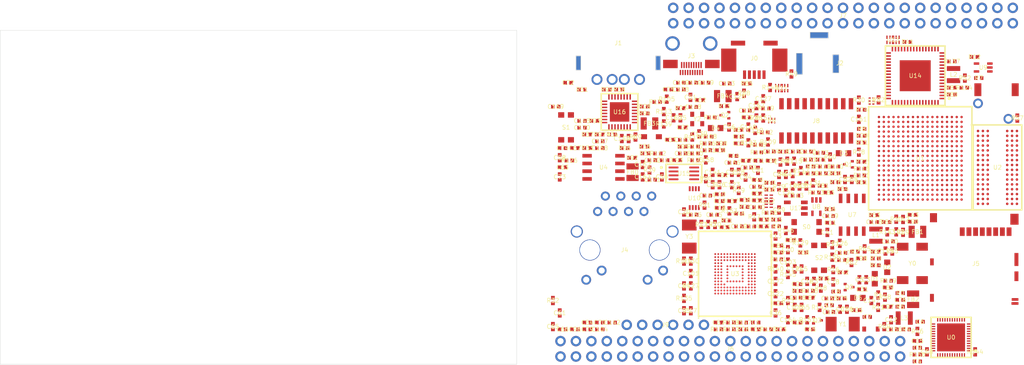
<source format=kicad_pcb>
(kicad_pcb (version 20171130) (host pcbnew 5.0.2)
  (layers (0 F.Cu signal) (1 In1.Cu signal) (2 In2.Cu signal) (31 B.Cu signal) (34 B.Paste user) (35 F.Paste user) (36 B.SilkS user) (37 F.SilkS user) (38 B.Mask user) (39 F.Mask user) (44 Edge.Cuts user))
  (net 1 "DGND")
  (net 2 "EARTH_GND")
  (net 3 "VDD_5V")
  (net 4 "VDD_CORE")
  (net 5 "VDD_MPU")
  (net 6 "VDD_1V8")
  (net 7 "VDD_3V3A")
  (net 8 "VDDS")
  (net 9 "VRTC")
  (net 10 "VDDS_DDR")
  (net 11 "DDR_VREF")
  (net 12 "SYS_5V")
  (net 13 "VDD_3V3B")
  (net 14 "PMIC_POWR_EN")
  (net 15 "PMIC_PGOOD")
  (net 16 "LDO_PGOOD")
  (net 17 "WAKEUP")
  (net 18 "PMIC_INT")
  (net 19 "VDD_3V3AUX")
  (net 20 "PWR_LEDR")
  (net 21 "SYS_RESETn")
  (net 22 "I2C0_SCL")
  (net 23 "I2C0_SDA")
  (net 24 "I2C1_SCL")
  (net 25 "I2C1_SDA")
  (net 26 "I2C2_SCL")
  (net 27 "I2C2_SDA")
  (net 28 "PWR_BUT")
  (net 29 "SDBOOT")
  (net 30 "USB_DC")
  (net 31 "net_CPU_USB0_VBUS")
  (net 32 "USB0_DM")
  (net 33 "USB0_DP")
  (net 34 "USB0_ID")
  (net 35 "VBUS")
  (net 36 "USB1_PWR")
  (net 37 "USB1_DM")
  (net 38 "USB1_DP")
  (net 39 "USB1_ID")
  (net 40 "USB1_VBUS")
  (net 41 "USB1_OCn")
  (net 42 "USB1_DRVVBUS")
  (net 43 "MMC0_CD")
  (net 44 "MMC0_DAT0")
  (net 45 "MMC0_DAT1")
  (net 46 "MMC0_DAT2")
  (net 47 "MMC0_DAT3")
  (net 48 "MMC0_CMD")
  (net 49 "MMC0_CLKO")
  (net 50 "OSC0_IN")
  (net 51 "XTAL0_OUT")
  (net 52 "OSC0_OUT")
  (net 53 "GND_OSC0")
  (net 54 "OSC1_IN")
  (net 55 "XTAL1_OUT")
  (net 56 "OSC1_OUT")
  (net 57 "GND_OSC1")
  (net 58 "LEDAA")
  (net 59 "LEDAC")
  (net 60 "USR0")
  (net 61 "LEDBA")
  (net 62 "LEDBC")
  (net 63 "USR1")
  (net 64 "LEDCA")
  (net 65 "LEDCC")
  (net 66 "USR2")
  (net 67 "LEDDA")
  (net 68 "LEDDC")
  (net 69 "USR3")
  (net 70 "AIN7")
  (net 71 "DDR_RESETn")
  (net 72 "DDR_CLK")
  (net 73 "DDR_CLKn")
  (net 74 "DDR_CKE")
  (net 75 "DDR_CSn")
  (net 76 "DDR_RASn")
  (net 77 "DDR_CASn")
  (net 78 "DDR_WEn")
  (net 79 "DDR_A0")
  (net 80 "DDR_A1")
  (net 81 "DDR_A2")
  (net 82 "DDR_A3")
  (net 83 "DDR_A4")
  (net 84 "DDR_A5")
  (net 85 "DDR_A6")
  (net 86 "DDR_A7")
  (net 87 "DDR_A8")
  (net 88 "DDR_A9")
  (net 89 "DDR_A10")
  (net 90 "DDR_A11")
  (net 91 "DDR_A12")
  (net 92 "DDR_A13")
  (net 93 "DDR_A14")
  (net 94 "DDR_BA0")
  (net 95 "DDR_BA1")
  (net 96 "DDR_BA2")
  (net 97 "DDR_D0")
  (net 98 "DDR_D1")
  (net 99 "DDR_D2")
  (net 100 "DDR_D3")
  (net 101 "DDR_D4")
  (net 102 "DDR_D5")
  (net 103 "DDR_D6")
  (net 104 "DDR_D7")
  (net 105 "DDR_D8")
  (net 106 "DDR_D9")
  (net 107 "DDR_D10")
  (net 108 "DDR_D11")
  (net 109 "DDR_D12")
  (net 110 "DDR_D13")
  (net 111 "DDR_D14")
  (net 112 "DDR_D15")
  (net 113 "DDR_DQS0")
  (net 114 "DDR_DQSN0")
  (net 115 "DDR_DQS1")
  (net 116 "DDR_DQSN1")
  (net 117 "DDR_DQM1")
  (net 118 "DDR_DQM0")
  (net 119 "DDR_ODT")
  (net 120 "MMC1_CMD")
  (net 121 "MMC1_CLK")
  (net 122 "MMC1_DAT0")
  (net 123 "MMC1_DAT1")
  (net 124 "MMC1_DAT2")
  (net 125 "MMC1_DAT3")
  (net 126 "MMC1_DAT4")
  (net 127 "MMC1_DAT5")
  (net 128 "MMC1_DAT6")
  (net 129 "MMC1_DAT7")
  (net 130 "eMMC_RSTn")
  (net 131 "DVI_+5V")
  (net 132 "HDMI_TXC_P")
  (net 133 "HDMI_TXC_N")
  (net 134 "HDMI_TX0_P")
  (net 135 "HDMI_TX0_N")
  (net 136 "HDMI_TX1_P")
  (net 137 "HDMI_TX1_N")
  (net 138 "HDMI_TX2_P")
  (net 139 "HDMI_TX2_N")
  (net 140 "LCD_DATA0")
  (net 141 "LCD_DATA1")
  (net 142 "LCD_DATA2")
  (net 143 "LCD_DATA3")
  (net 144 "LCD_DATA4")
  (net 145 "LCD_DATA5")
  (net 146 "LCD_DATA6")
  (net 147 "LCD_DATA7")
  (net 148 "LCD_DATA8")
  (net 149 "LCD_DATA9")
  (net 150 "LCD_DATA10")
  (net 151 "LCD_DATA11")
  (net 152 "LCD_DATA12")
  (net 153 "LCD_DATA13")
  (net 154 "LCD_DATA14")
  (net 155 "LCD_DATA15")
  (net 156 "LCD_VSYNC")
  (net 157 "LCD_HSYNC")
  (net 158 "LCD_DE")
  (net 159 "LCD_PCLK")
  (net 160 "LCDVSYNC")
  (net 161 "LCDHSYNC")
  (net 162 "LCDDE")
  (net 163 "LCDPCLK")
  (net 164 "SPI1_SCLK")
  (net 165 "SPI1_CS0")
  (net 166 "SPI1_D0")
  (net 167 "HDMI_INT")
  (net 168 "HDMI_DSCL")
  (net 169 "HDMI_DSDA")
  (net 170 "HDMICLK_DISn")
  (net 171 "Y4_CLK")
  (net 172 "GPIO3_21")
  (net 173 "PROC_A15")
  (net 174 "XDMA_EVENT_INTRO")
  (net 175 "LOOP_12M")
  (net 176 "FF_Q")
  (net 177 "HDMI_12MHZ")
  (net 178 "HDMI_HPD")
  (net 179 "HDMI_CEC")
  (net 180 "net_D6_a")
  (net 181 "RCLKIN")
  (net 182 "PHY_XTAL2")
  (net 183 "PHY_XTAL1")
  (net 184 "PHYX")
  (net 185 "TXP")
  (net 186 "TXN")
  (net 187 "RXP")
  (net 188 "RXN")
  (net 189 "REFCLK0")
  (net 190 "net_ETH_TRANS_RXD2_RMIISEL")
  (net 191 "net_ETH_TRANS_RXD3_PHYAD2")
  (net 192 "net_ETH_TRANS_RXER_RXD4_PHYAD0")
  (net 193 "MODE2")
  (net 194 "RXD1_MODE1")
  (net 195 "RXD0_MODE0")
  (net 196 "ETH_TXD4")
  (net 197 "GRNA")
  (net 198 "YELA")
  (net 199 "TCT_RCT")
  (net 200 "MDIO_DATA")
  (net 201 "MDIO_CLK")
  (net 202 "MII1_RXD3")
  (net 203 "MII1_RXD2")
  (net 204 "MII1_RXD1")
  (net 205 "MII1_RXD0")
  (net 206 "MII1_RXDV")
  (net 207 "net_ETH_TRANS_RXDV")
  (net 208 "MII1_RXCLK")
  (net 209 "MII1_RXERR")
  (net 210 "MII1_TXCLK")
  (net 211 "net_ETH_TRANS_TXCLK")
  (net 212 "MII1_TXEN")
  (net 213 "MII1_TXD0")
  (net 214 "MII1_TXD1")
  (net 215 "MII1_TXD2")
  (net 216 "MII1_TXD3")
  (net 217 "MII1_COL")
  (net 218 "MII1_CRS_DV")
  (net 219 "net_ETH_TRANS_CRS")
  (net 220 "U5_H18")
  (net 221 "MII1_REFCLK")
  (net 222 "UART0_TX")
  (net 223 "UART0_RX")
  (net 224 "B_UART0_RX")
  (net 225 "B_UART0_TX")
  (net 226 "JTAG_TMS")
  (net 227 "JTAG_TDI")
  (net 228 "JTAG_TDO")
  (net 229 "JTAG_TCK")
  (net 230 "JTAG_EMU0")
  (net 231 "JTAG_TRSTn")
  (net 232 "JTAG_EMU1")
  (net 233 "CLKOUT2")
  (net 234 "TIMER4")
  (net 235 "TIMER7")
  (net 236 "TIMER5")
  (net 237 "TIMER6")
  (net 238 "GPIO1_13")
  (net 239 "GPIO1_12")
  (net 240 "EHRPWM2B")
  (net 241 "GPIO0_26")
  (net 242 "GPIO1_15")
  (net 243 "GPIO1_14")
  (net 244 "GPIO0_27")
  (net 245 "GPIO2_1")
  (net 246 "EHRPWM2A")
  (net 247 "GPIO1_29")
  (net 248 "UART4_RXD")
  (net 249 "GPIO1_28")
  (net 250 "UART4_TXD")
  (net 251 "EHRPWM1A")
  (net 252 "U5_T13")
  (net 253 "U5_R13")
  (net 254 "GPIO1_16")
  (net 255 "EHRPWM1B")
  (net 256 "UART2_TXD")
  (net 257 "UART2_RXD")
  (net 258 "GPIO1_17")
  (net 259 "UART1_TXD")
  (net 260 "UART1_RXD")
  (net 261 "GPIO3_19")
  (net 262 "SPI1_D1")
  (net 263 "VDD_ADC")
  (net 264 "AIN4")
  (net 265 "GNDA_ADC")
  (net 266 "AIN6")
  (net 267 "AIN5")
  (net 268 "AIN2")
  (net 269 "AIN3")
  (net 270 "AIN0")
  (net 271 "AIN1")
  (net 272 "CLKOUT_SRC")
  (net 273 "GPIO3_20")
  (net 274 "GPIO0_7SRC")
  (net 275 "GPIO0_7")
  (net 276 "GPIO3_18")
  (net 277 "net_PMIC_BATT")
  (net 278 "net_PMIC_TS")
  (net 279 "net_PMIC_RESET")
  (net 280 "PMIC_int_ldo")
  (net 281 "PMIC_bypass")
  (net 282 "net_PMIC_MUX_IN")
  (net 283 "net_PMIC_MUX_OUT")
  (net 284 "PMIC_ISET1")
  (net 285 "PMIC_ISET2")
  (net 286 "net_PMIC_ISINK1")
  (net 287 "net_PMIC_ISINK2")
  (net 288 "PMIC_wled_sw")
  (net 289 "net_PMIC_WLED_ANODE")
  (net 290 "PMIC_sw1")
  (net 291 "PMIC_VOUT_VDCDC1")
  (net 292 "PMIC_sw2")
  (net 293 "PMIC_VOUT_VDCDC2")
  (net 294 "PMIC_sw3")
  (net 295 "PMIC_VOUT_VDCDC3")
  (net 296 "net_PMIC_VOUT_LDO1")
  (net 297 "net_CPU_vdd_mpuon")
  (net 298 "net_CPU_cpu_CAP_VDD_SRAM_CORE")
  (net 299 "net_CPU_cpu_CAP_VDD_SRAM_MPU")
  (net 300 "net_CPU_cpu_CAP_VBB_MPU")
  (net 301 "CPU_vdd_pll")
  (net 302 "net_CPU_cpu_DDR_VTP")
  (net 303 "net_CPU_cpu_VREFP")
  (net 304 "net_CPU_cpu_ENZ_KALDO_1P8V")
  (net 305 "net_CPU_cpu_CAP_VDD_RTC")
  (net 306 "net_CPU_USB0_CE")
  (net 307 "net_CPU_USB1_CE")
  (net 308 "DDR3L_ZQ")
  (net 309 "net_eMMC_CLK")
  (net 310 "net_eMMC_DS")
  (net 311 "net_eMMC_eMMC_DS")
  (net 312 "net_eMMC_eMMC_VDDIM")
  (net 313 "net_LDO_FB")
  (net 314 "net_INV_BUFFER_A")
  (net 315 "net_INV_BUFFER_GND")
  (net 316 "net_INV_BUFFER_Y")
  (net 317 "net_INV_BUFFER_VCC")
  (net 318 "net_HDMI_TRANS_AP2")
  (net 319 "net_HDMI_TRANS_AP4")
  (net 320 "net_HDMI_TRANS_SWING")
  (net 321 "net_HDMI_TRANS_VDD_PLL")
  (net 322 "net_HDMI_TRANS_VDDA")
  (net 323 "net_HDMI_TRANS_VDDC")
  (net 324 "net_HDMI_TRANS_VDDIO")
  (net 325 "net_HDMI_TRANS_TEST")
  (net 326 "net_Y4_OE")
  (net 327 "net_ETH_CONN_YEL_C")
  (net 328 "net_ETH_CONN_GRN_C")
  (net 329 "net_ETH_TRANS_VDDCR")
  (net 330 "net_ETH_TRANS_RBIAS")
  (net 331 "net_ETH_TRANS_TXEN")
  (net 332 "net_ETH_TRANS_TXD0")
  (net 333 "net_ETH_TRANS_TXD1")
  (net 334 "net_ETH_TRANS_TXD2")
  (net 335 "net_ETH_TRANS_TXD3")
  (net 336 "net_Y3_OSC_GND")
  (net 337 "net_EEPROM_WP")
  (module beagle:qfn-package$76 (layer F.Cu) (at 262.454439913549 128.07679972887 180.0)
    (pad 1 smd rect (at -2.95 -2.2 90.0) (size 0.2 0.7) (net 19 "VDD_3V3AUX") (layers F.Cu))
    (pad 2 smd rect (at -2.95 -1.8 90.0) (size 0.2 0.7) (net 12 "SYS_5V") (layers F.Cu))
    (pad 3 smd rect (at -2.95 -1.4 90.0) (size 0.2 0.7) (net 296 "net_PMIC_VOUT_LDO1") (layers F.Cu))
    (pad 4 smd rect (at -2.95 -1.0 90.0) (size 0.2 0.7) (net 277 "net_PMIC_BATT") (layers F.Cu))
    (pad 5 smd rect (at -2.95 -0.6 90.0) (size 0.2 0.7) (net 277 "net_PMIC_BATT") (layers F.Cu))
    (pad 6 smd rect (at -2.95 -0.2 90.0) (size 0.2 0.7) (net 277 "net_PMIC_BATT") (layers F.Cu))
    (pad 7 smd rect (at -2.95 0.2 90.0) (size 0.2 0.7) (net 12 "SYS_5V") (layers F.Cu))
    (pad 8 smd rect (at -2.95 0.6 90.0) (size 0.2 0.7) (net 12 "SYS_5V") (layers F.Cu))
    (pad 9 smd rect (at -2.95 1.0 90.0) (size 0.2 0.7) (net 14 "PMIC_POWR_EN") (layers F.Cu))
    (pad 10 smd rect (at -2.95 1.4 90.0) (size 0.2 0.7) (net 3 "VDD_5V") (layers F.Cu))
    (pad 11 smd rect (at -2.95 1.8 90.0) (size 0.2 0.7) (net 278 "net_PMIC_TS") (layers F.Cu))
    (pad 12 smd rect (at -2.95 2.2 90.0) (size 0.2 0.7) (net 30 "USB_DC") (layers F.Cu))
    (pad 13 smd rect (at -2.2 2.95 180.0) (size 0.2 0.7) (net 17 "WAKEUP") (layers F.Cu))
    (pad 14 smd rect (at -1.8 2.95 180.0) (size 0.2 0.7) (net 282 "net_PMIC_MUX_IN") (layers F.Cu))
    (pad 15 smd rect (at -1.4 2.95 180.0) (size 0.2 0.7) (layers F.Cu))
    (pad 16 smd rect (at -1.0 2.95 180.0) (size 0.2 0.7) (net 283 "net_PMIC_MUX_OUT") (layers F.Cu))
    (pad 17 smd rect (at -0.6 2.95 180.0) (size 0.2 0.7) (layers F.Cu))
    (pad 18 smd rect (at -0.2 2.95 180.0) (size 0.2 0.7) (net 7 "VDD_3V3A") (layers F.Cu))
    (pad 19 smd rect (at 0.2 2.95 180.0) (size 0.2 0.7) (net 291 "PMIC_VOUT_VDCDC1") (layers F.Cu))
    (pad 20 smd rect (at 0.6 2.95 180.0) (size 0.2 0.7) (net 290 "PMIC_sw1") (layers F.Cu))
    (pad 21 smd rect (at 1.0 2.95 180.0) (size 0.2 0.7) (net 12 "SYS_5V") (layers F.Cu))
    (pad 22 smd rect (at 1.4 2.95 180.0) (size 0.2 0.7) (net 12 "SYS_5V") (layers F.Cu))
    (pad 23 smd rect (at 1.8 2.95 180.0) (size 0.2 0.7) (net 292 "PMIC_sw2") (layers F.Cu))
    (pad 24 smd rect (at 2.2 2.95 180.0) (size 0.2 0.7) (net 293 "PMIC_VOUT_VDCDC2") (layers F.Cu))
    (pad 25 smd rect (at 2.95 2.2 270.0) (size 0.2 0.7) (net 28 "PWR_BUT") (layers F.Cu))
    (pad 26 smd rect (at 2.95 1.8 270.0) (size 0.2 0.7) (net 15 "PMIC_PGOOD") (layers F.Cu))
    (pad 27 smd rect (at 2.95 1.4 270.0) (size 0.2 0.7) (net 23 "I2C0_SDA") (layers F.Cu))
    (pad 28 smd rect (at 2.95 1.0 270.0) (size 0.2 0.7) (net 22 "I2C0_SCL") (layers F.Cu))
    (pad 29 smd rect (at 2.95 0.6 270.0) (size 0.2 0.7) (net 295 "PMIC_VOUT_VDCDC3") (layers F.Cu))
    (pad 30 smd rect (at 2.95 0.2 270.0) (size 0.2 0.7) (net 1 "DGND") (layers F.Cu))
    (pad 31 smd rect (at 2.95 -0.2 270.0) (size 0.2 0.7) (net 294 "PMIC_sw3") (layers F.Cu))
    (pad 32 smd rect (at 2.95 -0.6 270.0) (size 0.2 0.7) (net 12 "SYS_5V") (layers F.Cu))
    (pad 33 smd rect (at 2.95 -1.0 270.0) (size 0.2 0.7) (net 287 "net_PMIC_ISINK2") (layers F.Cu))
    (pad 34 smd rect (at 2.95 -1.4 270.0) (size 0.2 0.7) (net 286 "net_PMIC_ISINK1") (layers F.Cu))
    (pad 35 smd rect (at 2.95 -1.8 270.0) (size 0.2 0.7) (net 284 "PMIC_ISET1") (layers F.Cu))
    (pad 36 smd rect (at 2.95 -2.2 270.0) (size 0.2 0.7) (net 285 "PMIC_ISET2") (layers F.Cu))
    (pad 37 smd rect (at 2.2 -2.95 0.0) (size 0.2 0.7) (net 288 "PMIC_wled_sw") (layers F.Cu))
    (pad 38 smd rect (at 1.8 -2.95 0.0) (size 0.2 0.7) (net 289 "net_PMIC_WLED_ANODE") (layers F.Cu))
    (pad 39 smd rect (at 1.4 -2.95 0.0) (size 0.2 0.7) (net 12 "SYS_5V") (layers F.Cu))
    (pad 40 smd rect (at 1.0 -2.95 0.0) (size 0.2 0.7) (net 6 "VDD_1V8") (layers F.Cu))
    (pad 41 smd rect (at 0.6 -2.95 0.0) (size 0.2 0.7) (net 1 "DGND") (layers F.Cu))
    (pad 42 smd rect (at 0.2 -2.95 0.0) (size 0.2 0.7) (net 12 "SYS_5V") (layers F.Cu))
    (pad 43 smd rect (at -0.2 -2.95 0.0) (size 0.2 0.7) (net 7 "VDD_3V3A") (layers F.Cu))
    (pad 44 smd rect (at -0.6 -2.95 0.0) (size 0.2 0.7) (net 279 "net_PMIC_RESET") (layers F.Cu))
    (pad 45 smd rect (at -1.0 -2.95 0.0) (size 0.2 0.7) (net 18 "PMIC_INT") (layers F.Cu))
    (pad 46 smd rect (at -1.4 -2.95 0.0) (size 0.2 0.7) (net 16 "LDO_PGOOD") (layers F.Cu))
    (pad 47 smd rect (at -1.8 -2.95 0.0) (size 0.2 0.7) (net 281 "PMIC_bypass") (layers F.Cu))
    (pad 48 smd rect (at -2.2 -2.95 0.0) (size 0.2 0.7) (net 280 "PMIC_int_ldo") (layers F.Cu))
    (pad 49 smd rect (at 0.0 0.0 180.0) (size 4.6 4.6) (net 1 "DGND") (layers F.Cu))
    (fp_text reference "U0" (at 0.0 0.0) (layer F.SilkS) (effects (font (size 0.7056 0.7056) (thickness 0.10)) (justify)))
  )
  (module beagle:ipc-two-pin-package$83 (layer F.Cu) (at 244.200037752905 123.443600037098 270.0)
    (pad 1 smd rect (at -0.48 0.0 270.0) (size 0.57 0.62) (net 3 "VDD_5V") (layers F.Cu))
    (pad 2 smd rect (at 0.48 0.0 270.0) (size 0.57 0.62) (net 1 "DGND") (layers F.Cu))
    (fp_text reference "C0" (at 0.0 0.0) (layer F.SilkS) (effects (font (size 0.7056 0.7056) (thickness 0.10)) (justify)))
  )
  (module beagle:ipc-two-pin-package$83 (layer F.Cu) (at 230.316832339086 125.633599617481 180.0)
    (pad 1 smd rect (at -0.48 0.0 180.0) (size 0.57 0.62) (net 30 "USB_DC") (layers F.Cu))
    (pad 2 smd rect (at 0.48 0.0 180.0) (size 0.57 0.62) (net 1 "DGND") (layers F.Cu))
    (fp_text reference "C1" (at 0.0 0.0) (layer F.SilkS) (effects (font (size 0.7056 0.7056) (thickness 0.10)) (justify)))
  )
  (module beagle:ipc-two-pin-package$83 (layer F.Cu) (at 242.406836306372 122.78039965868 180.0)
    (pad 1 smd rect (at -0.48 0.0 180.0) (size 0.57 0.62) (net 12 "SYS_5V") (layers F.Cu))
    (pad 2 smd rect (at 0.48 0.0 180.0) (size 0.57 0.62) (net 1 "DGND") (layers F.Cu))
    (fp_text reference "C2" (at 0.0 0.0) (layer F.SilkS) (effects (font (size 0.7056 0.7056) (thickness 0.10)) (justify)))
  )
  (module beagle:ipc-two-pin-package$83 (layer F.Cu) (at 248.489638125219 118.573999741077 90.0)
    (pad 1 smd rect (at -0.48 0.0 90.0) (size 0.57 0.62) (net 277 "net_PMIC_BATT") (layers F.Cu))
    (pad 2 smd rect (at 0.48 0.0 90.0) (size 0.57 0.62) (net 1 "DGND") (layers F.Cu))
    (fp_text reference "C3" (at 0.0 0.0) (layer F.SilkS) (effects (font (size 0.7056 0.7056) (thickness 0.10)) (justify)))
  )
  (module beagle:ipc-two-pin-package$83 (layer F.Cu) (at 254.086039339819 120.783999779224 180.0)
    (pad 1 smd rect (at -0.48 0.0 180.0) (size 0.57 0.62) (net 17 "WAKEUP") (layers F.Cu))
    (pad 2 smd rect (at 0.48 0.0 180.0) (size 0.57 0.62) (net 7 "VDD_3V3A") (layers F.Cu))
    (fp_text reference "R0" (at 0.0 0.0) (layer F.SilkS) (effects (font (size 0.7056 0.7056) (thickness 0.10)) (justify)))
  )
  (module beagle:ipc-two-pin-package$83 (layer F.Cu) (at 250.459639345922 121.087200500965 90.0)
    (pad 1 smd rect (at -0.48 0.0 90.0) (size 0.57 0.62) (net 18 "PMIC_INT") (layers F.Cu))
    (pad 2 smd rect (at 0.48 0.0 90.0) (size 0.57 0.62) (net 7 "VDD_3V3A") (layers F.Cu))
    (fp_text reference "R1" (at 0.0 0.0) (layer F.SilkS) (effects (font (size 0.7056 0.7056) (thickness 0.10)) (justify)))
  )
  (module beagle:ipc-two-pin-package$83 (layer F.Cu) (at 246.646044527807 113.95440230608 180.0)
    (pad 1 smd rect (at -0.48 0.0 180.0) (size 0.57 0.62) (net 22 "I2C0_SCL") (layers F.Cu))
    (pad 2 smd rect (at 0.48 0.0 180.0) (size 0.57 0.62) (net 7 "VDD_3V3A") (layers F.Cu))
    (fp_text reference "R2" (at 0.0 0.0) (layer F.SilkS) (effects (font (size 0.7056 0.7056) (thickness 0.10)) (justify)))
  )
  (module beagle:ipc-two-pin-package$83 (layer F.Cu) (at 239.903635775366 118.840799667835 270.0)
    (pad 1 smd rect (at -0.48 0.0 270.0) (size 0.57 0.62) (net 23 "I2C0_SDA") (layers F.Cu))
    (pad 2 smd rect (at 0.48 0.0 270.0) (size 0.57 0.62) (net 7 "VDD_3V3A") (layers F.Cu))
    (fp_text reference "R3" (at 0.0 0.0) (layer F.SilkS) (effects (font (size 0.7056 0.7056) (thickness 0.10)) (justify)))
  )
  (module beagle:ipc-two-pin-package$83 (layer F.Cu) (at 256.908034121313 132.04 180.0)
    (pad 1 smd rect (at -0.48 0.0 180.0) (size 0.57 0.62) (net 280 "PMIC_int_ldo") (layers F.Cu))
    (pad 2 smd rect (at 0.48 0.0 180.0) (size 0.57 0.62) (net 1 "DGND") (layers F.Cu))
    (fp_text reference "C4" (at 0.0 0.0) (layer F.SilkS) (effects (font (size 0.7056 0.7056) (thickness 0.10)) (justify)))
  )
  (module beagle:ipc-two-pin-package$83 (layer F.Cu) (at 247.366438662329 118.573999741077 90.0)
    (pad 1 smd rect (at -0.48 0.0 90.0) (size 0.57 0.62) (net 281 "PMIC_bypass") (layers F.Cu))
    (pad 2 smd rect (at 0.48 0.0 90.0) (size 0.57 0.62) (net 1 "DGND") (layers F.Cu))
    (fp_text reference "C5" (at 0.0 0.0) (layer F.SilkS) (effects (font (size 0.7056 0.7056) (thickness 0.10)) (justify)))
  )
  (module beagle:ipc-two-pin-package$83 (layer F.Cu) (at 257.372835909643 125.503999569416 180.0)
    (pad 1 smd rect (at -0.48 0.0 180.0) (size 0.57 0.62) (net 283 "net_PMIC_MUX_OUT") (layers F.Cu))
    (pad 2 smd rect (at 0.48 0.0 180.0) (size 0.57 0.62) (net 1 "DGND") (layers F.Cu))
    (fp_text reference "C6" (at 0.0 0.0) (layer F.SilkS) (effects (font (size 0.7056 0.7056) (thickness 0.10)) (justify)))
  )
  (module beagle:ipc-two-pin-package$83 (layer F.Cu) (at 255.08963659934 126.756799557209 180.0)
    (pad 1 smd rect (at -0.48 0.0 180.0) (size 0.57 0.62) (net 284 "PMIC_ISET1") (layers F.Cu))
    (pad 2 smd rect (at 0.48 0.0 180.0) (size 0.57 0.62) (net 1 "DGND") (layers F.Cu))
    (fp_text reference "R4" (at 0.0 0.0) (layer F.SilkS) (effects (font (size 0.7056 0.7056) (thickness 0.10)) (justify)))
  )
  (module beagle:ipc-two-pin-package$83 (layer F.Cu) (at 254.086039339819 123.030400612354 180.0)
    (pad 1 smd rect (at -0.48 0.0 180.0) (size 0.57 0.62) (net 285 "PMIC_ISET2") (layers F.Cu))
    (pad 2 smd rect (at 0.48 0.0 180.0) (size 0.57 0.62) (net 1 "DGND") (layers F.Cu))
    (fp_text reference "R5" (at 0.0 0.0) (layer F.SilkS) (effects (font (size 0.7056 0.7056) (thickness 0.10)) (justify)))
  )
  (module beagle:two-pin-package$104 (layer F.Cu) (at 269.93425253562 87.269000389576 0.0)
    (pad 1 smd rect (at -3.0725 0.0 0.0) (size 1.145 2.11) (net 288 "PMIC_wled_sw") (layers F.Cu))
    (pad 2 smd rect (at 3.0725 0.0 0.0) (size 1.145 2.11) (net 12 "SYS_5V") (layers F.Cu))
  )
  (module beagle:two-pin-package$106 (layer F.Cu) (at 249.275034701147 126.70179972887 0.0)
    (pad 1 smd rect (at -1.1125 0.0 0.0) (size 0.625 0.83) (net 289 "net_PMIC_WLED_ANODE") (layers F.Cu))
    (pad 2 smd rect (at 1.1125 0.0 0.0) (size 0.625 0.83) (net 288 "PMIC_wled_sw") (layers F.Cu))
  )
  (module beagle:ipc-two-pin-package$83 (layer F.Cu) (at 248.670035158911 124.713599541187 0.0)
    (pad 1 smd rect (at -0.48 0.0 0.0) (size 0.57 0.62) (net 289 "net_PMIC_WLED_ANODE") (layers F.Cu))
    (pad 2 smd rect (at 0.48 0.0 0.0) (size 0.57 0.62) (net 1 "DGND") (layers F.Cu))
    (fp_text reference "C7" (at 0.0 0.0) (layer F.SilkS) (effects (font (size 0.7056 0.7056) (thickness 0.10)) (justify)))
  )
  (module beagle:ind_5Ffootprint (layer F.Cu) (at 250.092448031225 111.231198647022 90.0)
    (pad 1 smd rect (at -1.0 0.0 90.0) (size 0.8 2.2) (net 290 "PMIC_sw1") (layers F.Cu))
    (pad 2 smd rect (at 1.0 0.0 90.0) (size 0.8 2.2) (net 291 "PMIC_VOUT_VDCDC1") (layers F.Cu))
    (fp_text reference "L1" (at 0.0 0.0) (layer F.SilkS) (effects (font (size 0.7 0.7) (thickness 0.10)) (justify)))
  )
  (module beagle:ipc-two-pin-package$83 (layer F.Cu) (at 243.530035769262 120.53399882555 180.0)
    (pad 1 smd rect (at -0.48 0.0 180.0) (size 0.57 0.62) (net 12 "SYS_5V") (layers F.Cu))
    (pad 2 smd rect (at 0.48 0.0 180.0) (size 0.57 0.62) (net 1 "DGND") (layers F.Cu))
    (fp_text reference "C8" (at 0.0 0.0) (layer F.SilkS) (effects (font (size 0.7056 0.7056) (thickness 0.10)) (justify)))
  )
  (module beagle:ipc-two-pin-package$83 (layer F.Cu) (at 256.908034121313 129.79359994173 0.0)
    (pad 1 smd rect (at -0.48 0.0 0.0) (size 0.57 0.62) (net 291 "PMIC_VOUT_VDCDC1") (layers F.Cu))
    (pad 2 smd rect (at 0.48 0.0 0.0) (size 0.57 0.62) (net 1 "DGND") (layers F.Cu))
    (fp_text reference "C9" (at 0.0 0.0) (layer F.SilkS) (effects (font (size 0.7056 0.7056) (thickness 0.10)) (justify)))
  )
  (module beagle:ind_5Ffootprint (layer F.Cu) (at 262.860430514135 84.7776025319099 90.0)
    (pad 1 smd rect (at -1.0 0.0 90.0) (size 0.8 2.2) (net 292 "PMIC_sw2") (layers F.Cu))
    (pad 2 smd rect (at 1.0 0.0 90.0) (size 0.8 2.2) (net 293 "PMIC_VOUT_VDCDC2") (layers F.Cu))
    (fp_text reference "L2" (at 0.0 0.0) (layer F.SilkS) (effects (font (size 0.7 0.7) (thickness 0.10)) (justify)))
  )
  (module beagle:ipc-two-pin-package$83 (layer F.Cu) (at 235.614035403051 113.631198265553 90.0)
    (pad 1 smd rect (at -0.48 0.0 90.0) (size 0.57 0.62) (net 12 "SYS_5V") (layers F.Cu))
    (pad 2 smd rect (at 0.48 0.0 90.0) (size 0.57 0.62) (net 1 "DGND") (layers F.Cu))
    (fp_text reference "C10" (at 0.0 0.0) (layer F.SilkS) (effects (font (size 0.7056 0.7056) (thickness 0.10)) (justify)))
  )
  (module beagle:ipc-two-pin-package$83 (layer F.Cu) (at 242.559641634741 109.194800713062 0.0)
    (pad 1 smd rect (at -0.48 0.0 0.0) (size 0.57 0.62) (net 293 "PMIC_VOUT_VDCDC2") (layers F.Cu))
    (pad 2 smd rect (at 0.48 0.0 0.0) (size 0.57 0.62) (net 1 "DGND") (layers F.Cu))
    (fp_text reference "C11" (at 0.0 0.0) (layer F.SilkS) (effects (font (size 0.7056 0.7056) (thickness 0.10)) (justify)))
  )
  (module beagle:ind_5Ffootprint (layer F.Cu) (at 254.749636446752 124.893599846363 180.0)
    (pad 1 smd rect (at -1.0 0.0 180.0) (size 0.8 2.2) (net 294 "PMIC_sw3") (layers F.Cu))
    (pad 2 smd rect (at 1.0 0.0 180.0) (size 0.8 2.2) (net 295 "PMIC_VOUT_VDCDC3") (layers F.Cu))
    (fp_text reference "L3" (at 0.0 0.0) (layer F.SilkS) (effects (font (size 0.7 0.7) (thickness 0.10)) (justify)))
  )
  (module beagle:ipc-two-pin-package$83 (layer F.Cu) (at 252.586436068334 125.173599579334 90.0)
    (pad 1 smd rect (at -0.48 0.0 90.0) (size 0.57 0.62) (net 12 "SYS_5V") (layers F.Cu))
    (pad 2 smd rect (at 0.48 0.0 90.0) (size 0.57 0.62) (net 1 "DGND") (layers F.Cu))
    (fp_text reference "C12" (at 0.0 0.0) (layer F.SilkS) (effects (font (size 0.7056 0.7056) (thickness 0.10)) (justify)))
  )
  (module beagle:ipc-two-pin-package$83 (layer F.Cu) (at 233.570833956518 111.38480124712 270.0)
    (pad 1 smd rect (at -0.48 0.0 270.0) (size 0.57 0.62) (net 295 "PMIC_VOUT_VDCDC3") (layers F.Cu))
    (pad 2 smd rect (at 0.48 0.0 270.0) (size 0.57 0.62) (net 1 "DGND") (layers F.Cu))
    (fp_text reference "C13" (at 0.0 0.0) (layer F.SilkS) (effects (font (size 0.7056 0.7056) (thickness 0.10)) (justify)))
  )
  (module beagle:ipc-two-pin-package$83 (layer F.Cu) (at 227.512835299291 96.1288026356697 180.0)
    (pad 1 smd rect (at -0.48 0.0 180.0) (size 0.57 0.62) (net 12 "SYS_5V") (layers F.Cu))
    (pad 2 smd rect (at 0.48 0.0 180.0) (size 0.57 0.62) (net 1 "DGND") (layers F.Cu))
    (fp_text reference "C14" (at 0.0 0.0) (layer F.SilkS) (effects (font (size 0.7056 0.7056) (thickness 0.10)) (justify)))
  )
  (module beagle:ipc-two-pin-package$83 (layer F.Cu) (at 256.908034121313 128.670399763584 180.0)
    (pad 1 smd rect (at -0.48 0.0 180.0) (size 0.57 0.62) (net 296 "net_PMIC_VOUT_LDO1") (layers F.Cu))
    (pad 2 smd rect (at 0.48 0.0 180.0) (size 0.57 0.62) (net 1 "DGND") (layers F.Cu))
    (fp_text reference "C15" (at 0.0 0.0) (layer F.SilkS) (effects (font (size 0.7056 0.7056) (thickness 0.10)) (justify)))
  )
  (module beagle:ipc-two-pin-package$83 (layer F.Cu) (at 238.780436312475 118.840799667835 90.0)
    (pad 1 smd rect (at -0.48 0.0 90.0) (size 0.57 0.62) (net 19 "VDD_3V3AUX") (layers F.Cu))
    (pad 2 smd rect (at 0.48 0.0 90.0) (size 0.57 0.62) (net 1 "DGND") (layers F.Cu))
    (fp_text reference "C16" (at 0.0 0.0) (layer F.SilkS) (effects (font (size 0.7056 0.7056) (thickness 0.10)) (justify)))
  )
  (module beagle:ipc-two-pin-package$83 (layer F.Cu) (at 219.637636935034 123.683599808216 90.0)
    (pad 1 smd rect (at -0.48 0.0 90.0) (size 0.57 0.62) (net 12 "SYS_5V") (layers F.Cu))
    (pad 2 smd rect (at 0.48 0.0 90.0) (size 0.57 0.62) (net 1 "DGND") (layers F.Cu))
    (fp_text reference "C17" (at 0.0 0.0) (layer F.SilkS) (effects (font (size 0.7056 0.7056) (thickness 0.10)) (justify)))
  )
  (module beagle:ipc-two-pin-package$83 (layer F.Cu) (at 224.394037997045 106.751202919483 0.0)
    (pad 1 smd rect (at -0.48 0.0 0.0) (size 0.57 0.62) (net 6 "VDD_1V8") (layers F.Cu))
    (pad 2 smd rect (at 0.48 0.0 0.0) (size 0.57 0.62) (net 1 "DGND") (layers F.Cu))
    (fp_text reference "C18" (at 0.0 0.0) (layer F.SilkS) (effects (font (size 0.7056 0.7056) (thickness 0.10)) (justify)))
  )
  (module beagle:ipc-two-pin-package$83 (layer F.Cu) (at 224.394037997045 105.628003456593 0.0)
    (pad 1 smd rect (at -0.48 0.0 0.0) (size 0.57 0.62) (net 12 "SYS_5V") (layers F.Cu))
    (pad 2 smd rect (at 0.48 0.0 0.0) (size 0.57 0.62) (net 1 "DGND") (layers F.Cu))
    (fp_text reference "C19" (at 0.0 0.0) (layer F.SilkS) (effects (font (size 0.7056 0.7056) (thickness 0.10)) (justify)))
  )
  (module beagle:ipc-two-pin-package$83 (layer F.Cu) (at 218.514437472143 107.414401390553 90.0)
    (pad 1 smd rect (at -0.48 0.0 90.0) (size 0.57 0.62) (net 7 "VDD_3V3A") (layers F.Cu))
    (pad 2 smd rect (at 0.48 0.0 90.0) (size 0.57 0.62) (net 1 "DGND") (layers F.Cu))
    (fp_text reference "C20" (at 0.0 0.0) (layer F.SilkS) (effects (font (size 0.7056 0.7056) (thickness 0.10)) (justify)))
  )
  (module beagle:bga-pkg$130 (layer F.Cu) (at 257.386046206274 98.570399620533 180.0)
    (pad A1 smd circle (at -6.8 -6.8 180.0) (size 0.4 0.4) (net 1 "DGND") (layers F.Cu F.Mask F.Paste))
    (pad B1 smd circle (at -6.8 -6.0 180.0) (size 0.4 0.4) (net 84 "DDR_A5") (layers F.Cu F.Mask F.Paste))
    (pad C1 smd circle (at -6.8 -5.2 180.0) (size 0.4 0.4) (net 88 "DDR_A9") (layers F.Cu F.Mask F.Paste))
    (pad D1 smd circle (at -6.8 -4.4 180.0) (size 0.4 0.4) (net 73 "DDR_CLKn") (layers F.Cu F.Mask F.Paste))
    (pad E1 smd circle (at -6.8 -3.6 180.0) (size 0.4 0.4) (net 95 "DDR_BA1") (layers F.Cu F.Mask F.Paste))
    (pad F1 smd circle (at -6.8 -2.8 180.0) (size 0.4 0.4) (net 77 "DDR_CASn") (layers F.Cu F.Mask F.Paste))
    (pad G1 smd circle (at -6.8 -2.0 180.0) (size 0.4 0.4) (net 119 "DDR_ODT") (layers F.Cu F.Mask F.Paste))
    (pad H1 smd circle (at -6.8 -1.2 180.0) (size 0.4 0.4) (net 80 "DDR_A1") (layers F.Cu F.Mask F.Paste))
    (pad J1 smd circle (at -6.8 -0.4 180.0) (size 0.4 0.4) (net 105 "DDR_D8") (layers F.Cu F.Mask F.Paste))
    (pad K1 smd circle (at -6.8 0.4 180.0) (size 0.4 0.4) (net 106 "DDR_D9") (layers F.Cu F.Mask F.Paste))
    (pad L1 smd circle (at -6.8 1.2 180.0) (size 0.4 0.4) (net 115 "DDR_DQS1") (layers F.Cu F.Mask F.Paste))
    (pad M1 smd circle (at -6.8 2.0 180.0) (size 0.4 0.4) (net 112 "DDR_D15") (layers F.Cu F.Mask F.Paste))
    (pad N1 smd circle (at -6.8 2.8 180.0) (size 0.4 0.4) (net 99 "DDR_D2") (layers F.Cu F.Mask F.Paste))
    (pad P1 smd circle (at -6.8 3.6 180.0) (size 0.4 0.4) (net 113 "DDR_DQS0") (layers F.Cu F.Mask F.Paste))
    (pad R1 smd circle (at -6.8 4.4 180.0) (size 0.4 0.4) (net 140 "LCD_DATA0") (layers F.Cu F.Mask F.Paste))
    (pad T1 smd circle (at -6.8 5.2 180.0) (size 0.4 0.4) (net 144 "LCD_DATA4") (layers F.Cu F.Mask F.Paste))
    (pad U1 smd circle (at -6.8 6.0 180.0) (size 0.4 0.4) (net 148 "LCD_DATA8") (layers F.Cu F.Mask F.Paste))
    (pad V1 smd circle (at -6.8 6.8 180.0) (size 0.4 0.4) (net 1 "DGND") (layers F.Cu F.Mask F.Paste))
    (pad A2 smd circle (at -6.0 -6.8 180.0) (size 0.4 0.4) (net 297 "net_CPU_vdd_mpuon") (layers F.Cu F.Mask F.Paste))
    (pad B2 smd circle (at -6.0 -6.0 180.0) (size 0.4 0.4) (net 78 "DDR_WEn") (layers F.Cu F.Mask F.Paste))
    (pad C2 smd circle (at -6.0 -5.2 180.0) (size 0.4 0.4) (net 83 "DDR_A4") (layers F.Cu F.Mask F.Paste))
    (pad D2 smd circle (at -6.0 -4.4 180.0) (size 0.4 0.4) (net 72 "DDR_CLK") (layers F.Cu F.Mask F.Paste))
    (pad E2 smd circle (at -6.0 -3.6 180.0) (size 0.4 0.4) (net 86 "DDR_A7") (layers F.Cu F.Mask F.Paste))
    (pad F2 smd circle (at -6.0 -2.8 180.0) (size 0.4 0.4) (net 90 "DDR_A11") (layers F.Cu F.Mask F.Paste))
    (pad G2 smd circle (at -6.0 -2.0 180.0) (size 0.4 0.4) (net 71 "DDR_RESETn") (layers F.Cu F.Mask F.Paste))
    (pad H2 smd circle (at -6.0 -1.2 180.0) (size 0.4 0.4) (net 75 "DDR_CSn") (layers F.Cu F.Mask F.Paste))
    (pad J2 smd circle (at -6.0 -0.4 180.0) (size 0.4 0.4) (net 117 "DDR_DQM1") (layers F.Cu F.Mask F.Paste))
    (pad K2 smd circle (at -6.0 0.4 180.0) (size 0.4 0.4) (net 107 "DDR_D10") (layers F.Cu F.Mask F.Paste))
    (pad L2 smd circle (at -6.0 1.2 180.0) (size 0.4 0.4) (net 116 "DDR_DQSN1") (layers F.Cu F.Mask F.Paste))
    (pad M2 smd circle (at -6.0 2.0 180.0) (size 0.4 0.4) (net 118 "DDR_DQM0") (layers F.Cu F.Mask F.Paste))
    (pad N2 smd circle (at -6.0 2.8 180.0) (size 0.4 0.4) (net 100 "DDR_D3") (layers F.Cu F.Mask F.Paste))
    (pad P2 smd circle (at -6.0 3.6 180.0) (size 0.4 0.4) (net 114 "DDR_DQSN0") (layers F.Cu F.Mask F.Paste))
    (pad R2 smd circle (at -6.0 4.4 180.0) (size 0.4 0.4) (net 141 "LCD_DATA1") (layers F.Cu F.Mask F.Paste))
    (pad T2 smd circle (at -6.0 5.2 180.0) (size 0.4 0.4) (net 145 "LCD_DATA5") (layers F.Cu F.Mask F.Paste))
    (pad U2 smd circle (at -6.0 6.0 180.0) (size 0.4 0.4) (net 149 "LCD_DATA9") (layers F.Cu F.Mask F.Paste))
    (pad V2 smd circle (at -6.0 6.8 180.0) (size 0.4 0.4) (net 152 "LCD_DATA12") (layers F.Cu F.Mask F.Paste))
    (pad A3 smd circle (at -5.2 -6.8 180.0) (size 0.4 0.4) (layers F.Cu F.Mask F.Paste))
    (pad B3 smd circle (at -5.2 -6.0 180.0) (size 0.4 0.4) (net 96 "DDR_BA2") (layers F.Cu F.Mask F.Paste))
    (pad C3 smd circle (at -5.2 -5.2 180.0) (size 0.4 0.4) (net 82 "DDR_A3") (layers F.Cu F.Mask F.Paste))
    (pad D3 smd circle (at -5.2 -4.4 180.0) (size 0.4 0.4) (layers F.Cu F.Mask F.Paste))
    (pad E3 smd circle (at -5.2 -3.6 180.0) (size 0.4 0.4) (net 91 "DDR_A12") (layers F.Cu F.Mask F.Paste))
    (pad F3 smd circle (at -5.2 -2.8 180.0) (size 0.4 0.4) (net 79 "DDR_A0") (layers F.Cu F.Mask F.Paste))
    (pad G3 smd circle (at -5.2 -2.0 180.0) (size 0.4 0.4) (net 74 "DDR_CKE") (layers F.Cu F.Mask F.Paste))
    (pad H3 smd circle (at -5.2 -1.2 180.0) (size 0.4 0.4) (net 92 "DDR_A13") (layers F.Cu F.Mask F.Paste))
    (pad J3 smd circle (at -5.2 -0.4 180.0) (size 0.4 0.4) (net 302 "net_CPU_cpu_DDR_VTP") (layers F.Cu F.Mask F.Paste))
    (pad K3 smd circle (at -5.2 0.4 180.0) (size 0.4 0.4) (net 108 "DDR_D11") (layers F.Cu F.Mask F.Paste))
    (pad L3 smd circle (at -5.2 1.2 180.0) (size 0.4 0.4) (net 110 "DDR_D13") (layers F.Cu F.Mask F.Paste))
    (pad M3 smd circle (at -5.2 2.0 180.0) (size 0.4 0.4) (net 97 "DDR_D0") (layers F.Cu F.Mask F.Paste))
    (pad N3 smd circle (at -5.2 2.8 180.0) (size 0.4 0.4) (net 101 "DDR_D4") (layers F.Cu F.Mask F.Paste))
    (pad P3 smd circle (at -5.2 3.6 180.0) (size 0.4 0.4) (net 103 "DDR_D6") (layers F.Cu F.Mask F.Paste))
    (pad R3 smd circle (at -5.2 4.4 180.0) (size 0.4 0.4) (net 142 "LCD_DATA2") (layers F.Cu F.Mask F.Paste))
    (pad T3 smd circle (at -5.2 5.2 180.0) (size 0.4 0.4) (net 146 "LCD_DATA6") (layers F.Cu F.Mask F.Paste))
    (pad U3 smd circle (at -5.2 6.0 180.0) (size 0.4 0.4) (net 150 "LCD_DATA10") (layers F.Cu F.Mask F.Paste))
    (pad V3 smd circle (at -5.2 6.8 180.0) (size 0.4 0.4) (net 153 "LCD_DATA13") (layers F.Cu F.Mask F.Paste))
    (pad A4 smd circle (at -4.4 -6.8 180.0) (size 0.4 0.4) (net 56 "OSC1_OUT") (layers F.Cu F.Mask F.Paste))
    (pad B4 smd circle (at -4.4 -6.0 180.0) (size 0.4 0.4) (net 304 "net_CPU_cpu_ENZ_KALDO_1P8V") (layers F.Cu F.Mask F.Paste))
    (pad C4 smd circle (at -4.4 -5.2 180.0) (size 0.4 0.4) (net 94 "DDR_BA0") (layers F.Cu F.Mask F.Paste))
    (pad D4 smd circle (at -4.4 -4.4 180.0) (size 0.4 0.4) (net 87 "DDR_A8") (layers F.Cu F.Mask F.Paste))
    (pad E4 smd circle (at -4.4 -3.6 180.0) (size 0.4 0.4) (net 81 "DDR_A2") (layers F.Cu F.Mask F.Paste))
    (pad F4 smd circle (at -4.4 -2.8 180.0) (size 0.4 0.4) (net 89 "DDR_A10") (layers F.Cu F.Mask F.Paste))
    (pad G4 smd circle (at -4.4 -2.0 180.0) (size 0.4 0.4) (net 76 "DDR_RASn") (layers F.Cu F.Mask F.Paste))
    (pad H4 smd circle (at -4.4 -1.2 180.0) (size 0.4 0.4) (net 93 "DDR_A14") (layers F.Cu F.Mask F.Paste))
    (pad J4 smd circle (at -4.4 -0.4 180.0) (size 0.4 0.4) (net 11 "DDR_VREF") (layers F.Cu F.Mask F.Paste))
    (pad K4 smd circle (at -4.4 0.4 180.0) (size 0.4 0.4) (net 109 "DDR_D12") (layers F.Cu F.Mask F.Paste))
    (pad L4 smd circle (at -4.4 1.2 180.0) (size 0.4 0.4) (net 111 "DDR_D14") (layers F.Cu F.Mask F.Paste))
    (pad M4 smd circle (at -4.4 2.0 180.0) (size 0.4 0.4) (net 98 "DDR_D1") (layers F.Cu F.Mask F.Paste))
    (pad N4 smd circle (at -4.4 2.8 180.0) (size 0.4 0.4) (net 102 "DDR_D5") (layers F.Cu F.Mask F.Paste))
    (pad P4 smd circle (at -4.4 3.6 180.0) (size 0.4 0.4) (net 104 "DDR_D7") (layers F.Cu F.Mask F.Paste))
    (pad R4 smd circle (at -4.4 4.4 180.0) (size 0.4 0.4) (net 143 "LCD_DATA3") (layers F.Cu F.Mask F.Paste))
    (pad T4 smd circle (at -4.4 5.2 180.0) (size 0.4 0.4) (net 147 "LCD_DATA7") (layers F.Cu F.Mask F.Paste))
    (pad U4 smd circle (at -4.4 6.0 180.0) (size 0.4 0.4) (net 151 "LCD_DATA11") (layers F.Cu F.Mask F.Paste))
    (pad V4 smd circle (at -4.4 6.8 180.0) (size 0.4 0.4) (net 154 "LCD_DATA14") (layers F.Cu F.Mask F.Paste))
    (pad A5 smd circle (at -3.6 -6.8 180.0) (size 0.4 0.4) (net 57 "GND_OSC1") (layers F.Cu F.Mask F.Paste))
    (pad B5 smd circle (at -3.6 -6.0 180.0) (size 0.4 0.4) (net 16 "LDO_PGOOD") (layers F.Cu F.Mask F.Paste))
    (pad C5 smd circle (at -3.6 -5.2 180.0) (size 0.4 0.4) (net 17 "WAKEUP") (layers F.Cu F.Mask F.Paste))
    (pad D5 smd circle (at -3.6 -4.4 180.0) (size 0.4 0.4) (net 85 "DDR_A6") (layers F.Cu F.Mask F.Paste))
    (pad E5 smd circle (at -3.6 -3.6 180.0) (size 0.4 0.4) (net 10 "VDDS_DDR") (layers F.Cu F.Mask F.Paste))
    (pad F5 smd circle (at -3.6 -2.8 180.0) (size 0.4 0.4) (net 10 "VDDS_DDR") (layers F.Cu F.Mask F.Paste))
    (pad G5 smd circle (at -3.6 -2.0 180.0) (size 0.4 0.4) (net 10 "VDDS_DDR") (layers F.Cu F.Mask F.Paste))
    (pad H5 smd circle (at -3.6 -1.2 180.0) (size 0.4 0.4) (net 10 "VDDS_DDR") (layers F.Cu F.Mask F.Paste))
    (pad J5 smd circle (at -3.6 -0.4 180.0) (size 0.4 0.4) (net 10 "VDDS_DDR") (layers F.Cu F.Mask F.Paste))
    (pad K5 smd circle (at -3.6 0.4 180.0) (size 0.4 0.4) (net 10 "VDDS_DDR") (layers F.Cu F.Mask F.Paste))
    (pad L5 smd circle (at -3.6 1.2 180.0) (size 0.4 0.4) (net 10 "VDDS_DDR") (layers F.Cu F.Mask F.Paste))
    (pad M5 smd circle (at -3.6 2.0 180.0) (size 0.4 0.4) (layers F.Cu F.Mask F.Paste))
    (pad N5 smd circle (at -3.6 2.8 180.0) (size 0.4 0.4) (net 7 "VDD_3V3A") (layers F.Cu F.Mask F.Paste))
    (pad P5 smd circle (at -3.6 3.6 180.0) (size 0.4 0.4) (net 7 "VDD_3V3A") (layers F.Cu F.Mask F.Paste))
    (pad R5 smd circle (at -3.6 4.4 180.0) (size 0.4 0.4) (net 161 "LCDHSYNC") (layers F.Cu F.Mask F.Paste))
    (pad T5 smd circle (at -3.6 5.2 180.0) (size 0.4 0.4) (net 155 "LCD_DATA15") (layers F.Cu F.Mask F.Paste))
    (pad U5 smd circle (at -3.6 6.0 180.0) (size 0.4 0.4) (net 160 "LCDVSYNC") (layers F.Cu F.Mask F.Paste))
    (pad V5 smd circle (at -3.6 6.8 180.0) (size 0.4 0.4) (net 163 "LCDPCLK") (layers F.Cu F.Mask F.Paste))
    (pad A6 smd circle (at -2.8 -6.8 180.0) (size 0.4 0.4) (net 54 "OSC1_IN") (layers F.Cu F.Mask F.Paste))
    (pad B6 smd circle (at -2.8 -6.0 180.0) (size 0.4 0.4) (net 270 "AIN0") (layers F.Cu F.Mask F.Paste))
    (pad C6 smd circle (at -2.8 -5.2 180.0) (size 0.4 0.4) (net 14 "PMIC_POWR_EN") (layers F.Cu F.Mask F.Paste))
    (pad D6 smd circle (at -2.8 -4.4 180.0) (size 0.4 0.4) (net 305 "net_CPU_cpu_CAP_VDD_RTC") (layers F.Cu F.Mask F.Paste))
    (pad E6 smd circle (at -2.8 -3.6 180.0) (size 0.4 0.4) (net 8 "VDDS") (layers F.Cu F.Mask F.Paste))
    (pad F6 smd circle (at -2.8 -2.8 180.0) (size 0.4 0.4) (net 4 "VDD_CORE") (layers F.Cu F.Mask F.Paste))
    (pad G6 smd circle (at -2.8 -2.0 180.0) (size 0.4 0.4) (net 4 "VDD_CORE") (layers F.Cu F.Mask F.Paste))
    (pad H6 smd circle (at -2.8 -1.2 180.0) (size 0.4 0.4) (net 1 "DGND") (layers F.Cu F.Mask F.Paste))
    (pad J6 smd circle (at -2.8 -0.4 180.0) (size 0.4 0.4) (net 1 "DGND") (layers F.Cu F.Mask F.Paste))
    (pad K6 smd circle (at -2.8 0.4 180.0) (size 0.4 0.4) (net 4 "VDD_CORE") (layers F.Cu F.Mask F.Paste))
    (pad L6 smd circle (at -2.8 1.2 180.0) (size 0.4 0.4) (net 4 "VDD_CORE") (layers F.Cu F.Mask F.Paste))
    (pad M6 smd circle (at -2.8 2.0 180.0) (size 0.4 0.4) (net 1 "DGND") (layers F.Cu F.Mask F.Paste))
    (pad N6 smd circle (at -2.8 2.8 180.0) (size 0.4 0.4) (net 8 "VDDS") (layers F.Cu F.Mask F.Paste))
    (pad P6 smd circle (at -2.8 3.6 180.0) (size 0.4 0.4) (net 7 "VDD_3V3A") (layers F.Cu F.Mask F.Paste))
    (pad R6 smd circle (at -2.8 4.4 180.0) (size 0.4 0.4) (net 162 "LCDDE") (layers F.Cu F.Mask F.Paste))
    (pad T6 smd circle (at -2.8 5.2 180.0) (size 0.4 0.4) (net 236 "TIMER5") (layers F.Cu F.Mask F.Paste))
    (pad U6 smd circle (at -2.8 6.0 180.0) (size 0.4 0.4) (net 237 "TIMER6") (layers F.Cu F.Mask F.Paste))
    (pad V6 smd circle (at -2.8 6.8 180.0) (size 0.4 0.4) (net 247 "GPIO1_29") (layers F.Cu F.Mask F.Paste))
    (pad A7 smd circle (at -2.0 -6.8 180.0) (size 0.4 0.4) (net 269 "AIN3") (layers F.Cu F.Mask F.Paste))
    (pad B7 smd circle (at -2.0 -6.0 180.0) (size 0.4 0.4) (net 268 "AIN2") (layers F.Cu F.Mask F.Paste))
    (pad C7 smd circle (at -2.0 -5.2 180.0) (size 0.4 0.4) (net 271 "AIN1") (layers F.Cu F.Mask F.Paste))
    (pad D7 smd circle (at -2.0 -4.4 180.0) (size 0.4 0.4) (net 9 "VRTC") (layers F.Cu F.Mask F.Paste))
    (pad E7 smd circle (at -2.0 -3.6 180.0) (size 0.4 0.4) (net 301 "CPU_vdd_pll") (layers F.Cu F.Mask F.Paste))
    (pad F7 smd circle (at -2.0 -2.8 180.0) (size 0.4 0.4) (net 4 "VDD_CORE") (layers F.Cu F.Mask F.Paste))
    (pad G7 smd circle (at -2.0 -2.0 180.0) (size 0.4 0.4) (net 4 "VDD_CORE") (layers F.Cu F.Mask F.Paste))
    (pad H7 smd circle (at -2.0 -1.2 180.0) (size 0.4 0.4) (net 1 "DGND") (layers F.Cu F.Mask F.Paste))
    (pad J7 smd circle (at -2.0 -0.4 180.0) (size 0.4 0.4) (net 1 "DGND") (layers F.Cu F.Mask F.Paste))
    (pad K7 smd circle (at -2.0 0.4 180.0) (size 0.4 0.4) (net 1 "DGND") (layers F.Cu F.Mask F.Paste))
    (pad L7 smd circle (at -2.0 1.2 180.0) (size 0.4 0.4) (net 4 "VDD_CORE") (layers F.Cu F.Mask F.Paste))
    (pad M7 smd circle (at -2.0 2.0 180.0) (size 0.4 0.4) (net 1 "DGND") (layers F.Cu F.Mask F.Paste))
    (pad N7 smd circle (at -2.0 2.8 180.0) (size 0.4 0.4) (net 1 "DGND") (layers F.Cu F.Mask F.Paste))
    (pad P7 smd circle (at -2.0 3.6 180.0) (size 0.4 0.4) (net 7 "VDD_3V3A") (layers F.Cu F.Mask F.Paste))
    (pad R7 smd circle (at -2.0 4.4 180.0) (size 0.4 0.4) (net 234 "TIMER4") (layers F.Cu F.Mask F.Paste))
    (pad T7 smd circle (at -2.0 5.2 180.0) (size 0.4 0.4) (net 235 "TIMER7") (layers F.Cu F.Mask F.Paste))
    (pad U7 smd circle (at -2.0 6.0 180.0) (size 0.4 0.4) (net 122 "MMC1_DAT0") (layers F.Cu F.Mask F.Paste))
    (pad V7 smd circle (at -2.0 6.8 180.0) (size 0.4 0.4) (net 123 "MMC1_DAT1") (layers F.Cu F.Mask F.Paste))
    (pad A8 smd circle (at -1.2 -6.8 180.0) (size 0.4 0.4) (net 266 "AIN6") (layers F.Cu F.Mask F.Paste))
    (pad B8 smd circle (at -1.2 -6.0 180.0) (size 0.4 0.4) (net 267 "AIN5") (layers F.Cu F.Mask F.Paste))
    (pad C8 smd circle (at -1.2 -5.2 180.0) (size 0.4 0.4) (net 264 "AIN4") (layers F.Cu F.Mask F.Paste))
    (pad D8 smd circle (at -1.2 -4.4 180.0) (size 0.4 0.4) (net 263 "VDD_ADC") (layers F.Cu F.Mask F.Paste))
    (pad E8 smd circle (at -1.2 -3.6 180.0) (size 0.4 0.4) (net 265 "GNDA_ADC") (layers F.Cu F.Mask F.Paste))
    (pad F8 smd circle (at -1.2 -2.8 180.0) (size 0.4 0.4) (net 1 "DGND") (layers F.Cu F.Mask F.Paste))
    (pad G8 smd circle (at -1.2 -2.0 180.0) (size 0.4 0.4) (net 1 "DGND") (layers F.Cu F.Mask F.Paste))
    (pad H8 smd circle (at -1.2 -1.2 180.0) (size 0.4 0.4) (net 1 "DGND") (layers F.Cu F.Mask F.Paste))
    (pad J8 smd circle (at -1.2 -0.4 180.0) (size 0.4 0.4) (net 1 "DGND") (layers F.Cu F.Mask F.Paste))
    (pad K8 smd circle (at -1.2 0.4 180.0) (size 0.4 0.4) (net 4 "VDD_CORE") (layers F.Cu F.Mask F.Paste))
    (pad L8 smd circle (at -1.2 1.2 180.0) (size 0.4 0.4) (net 4 "VDD_CORE") (layers F.Cu F.Mask F.Paste))
    (pad M8 smd circle (at -1.2 2.0 180.0) (size 0.4 0.4) (net 1 "DGND") (layers F.Cu F.Mask F.Paste))
    (pad N8 smd circle (at -1.2 2.8 180.0) (size 0.4 0.4) (net 4 "VDD_CORE") (layers F.Cu F.Mask F.Paste))
    (pad P8 smd circle (at -1.2 3.6 180.0) (size 0.4 0.4) (net 7 "VDD_3V3A") (layers F.Cu F.Mask F.Paste))
    (pad R8 smd circle (at -1.2 4.4 180.0) (size 0.4 0.4) (net 124 "MMC1_DAT2") (layers F.Cu F.Mask F.Paste))
    (pad T8 smd circle (at -1.2 5.2 180.0) (size 0.4 0.4) (net 125 "MMC1_DAT3") (layers F.Cu F.Mask F.Paste))
    (pad U8 smd circle (at -1.2 6.0 180.0) (size 0.4 0.4) (net 126 "MMC1_DAT4") (layers F.Cu F.Mask F.Paste))
    (pad V8 smd circle (at -1.2 6.8 180.0) (size 0.4 0.4) (net 127 "MMC1_DAT5") (layers F.Cu F.Mask F.Paste))
    (pad A9 smd circle (at -0.4 -6.8 180.0) (size 0.4 0.4) (net 265 "GNDA_ADC") (layers F.Cu F.Mask F.Paste))
    (pad B9 smd circle (at -0.4 -6.0 180.0) (size 0.4 0.4) (net 303 "net_CPU_cpu_VREFP") (layers F.Cu F.Mask F.Paste))
    (pad C9 smd circle (at -0.4 -5.2 180.0) (size 0.4 0.4) (net 70 "AIN7") (layers F.Cu F.Mask F.Paste))
    (pad D9 smd circle (at -0.4 -4.4 180.0) (size 0.4 0.4) (net 298 "net_CPU_cpu_CAP_VDD_SRAM_CORE") (layers F.Cu F.Mask F.Paste))
    (pad E9 smd circle (at -0.4 -3.6 180.0) (size 0.4 0.4) (net 6 "VDD_1V8") (layers F.Cu F.Mask F.Paste))
    (pad F9 smd circle (at -0.4 -2.8 180.0) (size 0.4 0.4) (net 8 "VDDS") (layers F.Cu F.Mask F.Paste))
    (pad G9 smd circle (at -0.4 -2.0 180.0) (size 0.4 0.4) (net 1 "DGND") (layers F.Cu F.Mask F.Paste))
    (pad H9 smd circle (at -0.4 -1.2 180.0) (size 0.4 0.4) (net 1 "DGND") (layers F.Cu F.Mask F.Paste))
    (pad J9 smd circle (at -0.4 -0.4 180.0) (size 0.4 0.4) (net 1 "DGND") (layers F.Cu F.Mask F.Paste))
    (pad K9 smd circle (at -0.4 0.4 180.0) (size 0.4 0.4) (net 1 "DGND") (layers F.Cu F.Mask F.Paste))
    (pad L9 smd circle (at -0.4 1.2 180.0) (size 0.4 0.4) (net 4 "VDD_CORE") (layers F.Cu F.Mask F.Paste))
    (pad M9 smd circle (at -0.4 2.0 180.0) (size 0.4 0.4) (net 1 "DGND") (layers F.Cu F.Mask F.Paste))
    (pad N9 smd circle (at -0.4 2.8 180.0) (size 0.4 0.4) (net 4 "VDD_CORE") (layers F.Cu F.Mask F.Paste))
    (pad P9 smd circle (at -0.4 3.6 180.0) (size 0.4 0.4) (net 8 "VDDS") (layers F.Cu F.Mask F.Paste))
    (pad R9 smd circle (at -0.4 4.4 180.0) (size 0.4 0.4) (net 128 "MMC1_DAT6") (layers F.Cu F.Mask F.Paste))
    (pad T9 smd circle (at -0.4 5.2 180.0) (size 0.4 0.4) (net 129 "MMC1_DAT7") (layers F.Cu F.Mask F.Paste))
    (pad U9 smd circle (at -0.4 6.0 180.0) (size 0.4 0.4) (net 121 "MMC1_CLK") (layers F.Cu F.Mask F.Paste))
    (pad V9 smd circle (at -0.4 6.8 180.0) (size 0.4 0.4) (net 120 "MMC1_CMD") (layers F.Cu F.Mask F.Paste))
    (pad A10 smd circle (at 0.4 -6.8 180.0) (size 0.4 0.4) (net 21 "SYS_RESETn") (layers F.Cu F.Mask F.Paste))
    (pad B10 smd circle (at 0.4 -6.0 180.0) (size 0.4 0.4) (net 231 "JTAG_TRSTn") (layers F.Cu F.Mask F.Paste))
    (pad C10 smd circle (at 0.4 -5.2 180.0) (size 0.4 0.4) (net 300 "net_CPU_cpu_CAP_VBB_MPU") (layers F.Cu F.Mask F.Paste))
    (pad D10 smd circle (at 0.4 -4.4 180.0) (size 0.4 0.4) (net 6 "VDD_1V8") (layers F.Cu F.Mask F.Paste))
    (pad E10 smd circle (at 0.4 -3.6 180.0) (size 0.4 0.4) (net 7 "VDD_3V3A") (layers F.Cu F.Mask F.Paste))
    (pad F10 smd circle (at 0.4 -2.8 180.0) (size 0.4 0.4) (net 5 "VDD_MPU") (layers F.Cu F.Mask F.Paste))
    (pad G10 smd circle (at 0.4 -2.0 180.0) (size 0.4 0.4) (net 4 "VDD_CORE") (layers F.Cu F.Mask F.Paste))
    (pad H10 smd circle (at 0.4 -1.2 180.0) (size 0.4 0.4) (net 1 "DGND") (layers F.Cu F.Mask F.Paste))
    (pad J10 smd circle (at 0.4 -0.4 180.0) (size 0.4 0.4) (net 1 "DGND") (layers F.Cu F.Mask F.Paste))
    (pad K10 smd circle (at 0.4 0.4 180.0) (size 0.4 0.4) (net 1 "DGND") (layers F.Cu F.Mask F.Paste))
    (pad L10 smd circle (at 0.4 1.2 180.0) (size 0.4 0.4) (net 1 "DGND") (layers F.Cu F.Mask F.Paste))
    (pad M10 smd circle (at 0.4 2.0 180.0) (size 0.4 0.4) (net 1 "DGND") (layers F.Cu F.Mask F.Paste))
    (pad N10 smd circle (at 0.4 2.8 180.0) (size 0.4 0.4) (net 1 "DGND") (layers F.Cu F.Mask F.Paste))
    (pad P10 smd circle (at 0.4 3.6 180.0) (size 0.4 0.4) (net 7 "VDD_3V3A") (layers F.Cu F.Mask F.Paste))
    (pad R10 smd circle (at 0.4 4.4 180.0) (size 0.4 0.4) (net 301 "CPU_vdd_pll") (layers F.Cu F.Mask F.Paste))
    (pad T10 smd circle (at 0.4 5.2 180.0) (size 0.4 0.4) (net 240 "EHRPWM2B") (layers F.Cu F.Mask F.Paste))
    (pad U10 smd circle (at 0.4 6.0 180.0) (size 0.4 0.4) (net 246 "EHRPWM2A") (layers F.Cu F.Mask F.Paste))
    (pad V10 smd circle (at 0.4 6.8 180.0) (size 0.4 0.4) (net 50 "OSC0_IN") (layers F.Cu F.Mask F.Paste))
    (pad A11 smd circle (at 1.2 -6.8 180.0) (size 0.4 0.4) (net 228 "JTAG_TDO") (layers F.Cu F.Mask F.Paste))
    (pad B11 smd circle (at 1.2 -6.0 180.0) (size 0.4 0.4) (net 227 "JTAG_TDI") (layers F.Cu F.Mask F.Paste))
    (pad C11 smd circle (at 1.2 -5.2 180.0) (size 0.4 0.4) (net 226 "JTAG_TMS") (layers F.Cu F.Mask F.Paste))
    (pad D11 smd circle (at 1.2 -4.4 180.0) (size 0.4 0.4) (net 299 "net_CPU_cpu_CAP_VDD_SRAM_MPU") (layers F.Cu F.Mask F.Paste))
    (pad E11 smd circle (at 1.2 -3.6 180.0) (size 0.4 0.4) (net 7 "VDD_3V3A") (layers F.Cu F.Mask F.Paste))
    (pad F11 smd circle (at 1.2 -2.8 180.0) (size 0.4 0.4) (net 5 "VDD_MPU") (layers F.Cu F.Mask F.Paste))
    (pad G11 smd circle (at 1.2 -2.0 180.0) (size 0.4 0.4) (net 1 "DGND") (layers F.Cu F.Mask F.Paste))
    (pad H11 smd circle (at 1.2 -1.2 180.0) (size 0.4 0.4) (net 4 "VDD_CORE") (layers F.Cu F.Mask F.Paste))
    (pad J11 smd circle (at 1.2 -0.4 180.0) (size 0.4 0.4) (net 1 "DGND") (layers F.Cu F.Mask F.Paste))
    (pad K11 smd circle (at 1.2 0.4 180.0) (size 0.4 0.4) (net 1 "DGND") (layers F.Cu F.Mask F.Paste))
    (pad L11 smd circle (at 1.2 1.2 180.0) (size 0.4 0.4) (net 1 "DGND") (layers F.Cu F.Mask F.Paste))
    (pad M11 smd circle (at 1.2 2.0 180.0) (size 0.4 0.4) (net 4 "VDD_CORE") (layers F.Cu F.Mask F.Paste))
    (pad N11 smd circle (at 1.2 2.8 180.0) (size 0.4 0.4) (net 1 "DGND") (layers F.Cu F.Mask F.Paste))
    (pad P11 smd circle (at 1.2 3.6 180.0) (size 0.4 0.4) (net 7 "VDD_3V3A") (layers F.Cu F.Mask F.Paste))
    (pad R11 smd circle (at 1.2 4.4 180.0) (size 0.4 0.4) (net 301 "CPU_vdd_pll") (layers F.Cu F.Mask F.Paste))
    (pad T11 smd circle (at 1.2 5.2 180.0) (size 0.4 0.4) (net 241 "GPIO0_26") (layers F.Cu F.Mask F.Paste))
    (pad U11 smd circle (at 1.2 6.0 180.0) (size 0.4 0.4) (net 52 "OSC0_OUT") (layers F.Cu F.Mask F.Paste))
    (pad V11 smd circle (at 1.2 6.8 180.0) (size 0.4 0.4) (net 53 "GND_OSC0") (layers F.Cu F.Mask F.Paste))
    (pad A12 smd circle (at 2.0 -6.8 180.0) (size 0.4 0.4) (net 229 "JTAG_TCK") (layers F.Cu F.Mask F.Paste))
    (pad B12 smd circle (at 2.0 -6.0 180.0) (size 0.4 0.4) (net 276 "GPIO3_18") (layers F.Cu F.Mask F.Paste))
    (pad C12 smd circle (at 2.0 -5.2 180.0) (size 0.4 0.4) (net 165 "SPI1_CS0") (layers F.Cu F.Mask F.Paste))
    (pad D12 smd circle (at 2.0 -4.4 180.0) (size 0.4 0.4) (net 262 "SPI1_D1") (layers F.Cu F.Mask F.Paste))
    (pad E12 smd circle (at 2.0 -3.6 180.0) (size 0.4 0.4) (net 7 "VDD_3V3A") (layers F.Cu F.Mask F.Paste))
    (pad F12 smd circle (at 2.0 -2.8 180.0) (size 0.4 0.4) (net 5 "VDD_MPU") (layers F.Cu F.Mask F.Paste))
    (pad G12 smd circle (at 2.0 -2.0 180.0) (size 0.4 0.4) (net 1 "DGND") (layers F.Cu F.Mask F.Paste))
    (pad H12 smd circle (at 2.0 -1.2 180.0) (size 0.4 0.4) (net 1 "DGND") (layers F.Cu F.Mask F.Paste))
    (pad J12 smd circle (at 2.0 -0.4 180.0) (size 0.4 0.4) (net 4 "VDD_CORE") (layers F.Cu F.Mask F.Paste))
    (pad K12 smd circle (at 2.0 0.4 180.0) (size 0.4 0.4) (net 4 "VDD_CORE") (layers F.Cu F.Mask F.Paste))
    (pad L12 smd circle (at 2.0 1.2 180.0) (size 0.4 0.4) (net 1 "DGND") (layers F.Cu F.Mask F.Paste))
    (pad M12 smd circle (at 2.0 2.0 180.0) (size 0.4 0.4) (net 1 "DGND") (layers F.Cu F.Mask F.Paste))
    (pad N12 smd circle (at 2.0 2.8 180.0) (size 0.4 0.4) (net 4 "VDD_CORE") (layers F.Cu F.Mask F.Paste))
    (pad P12 smd circle (at 2.0 3.6 180.0) (size 0.4 0.4) (net 7 "VDD_3V3A") (layers F.Cu F.Mask F.Paste))
    (pad R12 smd circle (at 2.0 4.4 180.0) (size 0.4 0.4) (net 238 "GPIO1_13") (layers F.Cu F.Mask F.Paste))
    (pad T12 smd circle (at 2.0 5.2 180.0) (size 0.4 0.4) (net 239 "GPIO1_12") (layers F.Cu F.Mask F.Paste))
    (pad U12 smd circle (at 2.0 6.0 180.0) (size 0.4 0.4) (net 244 "GPIO0_27") (layers F.Cu F.Mask F.Paste))
    (pad V12 smd circle (at 2.0 6.8 180.0) (size 0.4 0.4) (net 245 "GPIO2_1") (layers F.Cu F.Mask F.Paste))
    (pad A13 smd circle (at 2.8 -6.8 180.0) (size 0.4 0.4) (net 164 "SPI1_SCLK") (layers F.Cu F.Mask F.Paste))
    (pad B13 smd circle (at 2.8 -6.0 180.0) (size 0.4 0.4) (net 166 "SPI1_D0") (layers F.Cu F.Mask F.Paste))
    (pad C13 smd circle (at 2.8 -5.2 180.0) (size 0.4 0.4) (net 261 "GPIO3_19") (layers F.Cu F.Mask F.Paste))
    (pad D13 smd circle (at 2.8 -4.4 180.0) (size 0.4 0.4) (net 273 "GPIO3_20") (layers F.Cu F.Mask F.Paste))
    (pad E13 smd circle (at 2.8 -3.6 180.0) (size 0.4 0.4) (net 7 "VDD_3V3A") (layers F.Cu F.Mask F.Paste))
    (pad F13 smd circle (at 2.8 -2.8 180.0) (size 0.4 0.4) (net 5 "VDD_MPU") (layers F.Cu F.Mask F.Paste))
    (pad G13 smd circle (at 2.8 -2.0 180.0) (size 0.4 0.4) (net 5 "VDD_MPU") (layers F.Cu F.Mask F.Paste))
    (pad H13 smd circle (at 2.8 -1.2 180.0) (size 0.4 0.4) (net 5 "VDD_MPU") (layers F.Cu F.Mask F.Paste))
    (pad J13 smd circle (at 2.8 -0.4 180.0) (size 0.4 0.4) (net 5 "VDD_MPU") (layers F.Cu F.Mask F.Paste))
    (pad K13 smd circle (at 2.8 0.4 180.0) (size 0.4 0.4) (net 8 "VDDS") (layers F.Cu F.Mask F.Paste))
    (pad L13 smd circle (at 2.8 1.2 180.0) (size 0.4 0.4) (net 1 "DGND") (layers F.Cu F.Mask F.Paste))
    (pad M13 smd circle (at 2.8 2.0 180.0) (size 0.4 0.4) (net 4 "VDD_CORE") (layers F.Cu F.Mask F.Paste))
    (pad N13 smd circle (at 2.8 2.8 180.0) (size 0.4 0.4) (net 4 "VDD_CORE") (layers F.Cu F.Mask F.Paste))
    (pad P13 smd circle (at 2.8 3.6 180.0) (size 0.4 0.4) (net 7 "VDD_3V3A") (layers F.Cu F.Mask F.Paste))
    (pad R13 smd circle (at 2.8 4.4 180.0) (size 0.4 0.4) (net 253 "U5_R13") (layers F.Cu F.Mask F.Paste))
    (pad T13 smd circle (at 2.8 5.2 180.0) (size 0.4 0.4) (net 252 "U5_T13") (layers F.Cu F.Mask F.Paste))
    (pad U13 smd circle (at 2.8 6.0 180.0) (size 0.4 0.4) (net 242 "GPIO1_15") (layers F.Cu F.Mask F.Paste))
    (pad V13 smd circle (at 2.8 6.8 180.0) (size 0.4 0.4) (net 243 "GPIO1_14") (layers F.Cu F.Mask F.Paste))
    (pad A14 smd circle (at 3.6 -6.8 180.0) (size 0.4 0.4) (net 172 "GPIO3_21") (layers F.Cu F.Mask F.Paste))
    (pad B14 smd circle (at 3.6 -6.0 180.0) (size 0.4 0.4) (net 232 "JTAG_EMU1") (layers F.Cu F.Mask F.Paste))
    (pad C14 smd circle (at 3.6 -5.2 180.0) (size 0.4 0.4) (net 230 "JTAG_EMU0") (layers F.Cu F.Mask F.Paste))
    (pad D14 smd circle (at 3.6 -4.4 180.0) (size 0.4 0.4) (net 272 "CLKOUT_SRC") (layers F.Cu F.Mask F.Paste))
    (pad E14 smd circle (at 3.6 -3.6 180.0) (size 0.4 0.4) (net 8 "VDDS") (layers F.Cu F.Mask F.Paste))
    (pad F14 smd circle (at 3.6 -2.8 180.0) (size 0.4 0.4) (net 7 "VDD_3V3A") (layers F.Cu F.Mask F.Paste))
    (pad G14 smd circle (at 3.6 -2.0 180.0) (size 0.4 0.4) (net 7 "VDD_3V3A") (layers F.Cu F.Mask F.Paste))
    (pad H14 smd circle (at 3.6 -1.2 180.0) (size 0.4 0.4) (net 7 "VDD_3V3A") (layers F.Cu F.Mask F.Paste))
    (pad J14 smd circle (at 3.6 -0.4 180.0) (size 0.4 0.4) (net 7 "VDD_3V3A") (layers F.Cu F.Mask F.Paste))
    (pad K14 smd circle (at 3.6 0.4 180.0) (size 0.4 0.4) (net 7 "VDD_3V3A") (layers F.Cu F.Mask F.Paste))
    (pad L14 smd circle (at 3.6 1.2 180.0) (size 0.4 0.4) (net 7 "VDD_3V3A") (layers F.Cu F.Mask F.Paste))
    (pad M14 smd circle (at 3.6 2.0 180.0) (size 0.4 0.4) (net 1 "DGND") (layers F.Cu F.Mask F.Paste))
    (pad N14 smd circle (at 3.6 2.8 180.0) (size 0.4 0.4) (net 1 "DGND") (layers F.Cu F.Mask F.Paste))
    (pad P14 smd circle (at 3.6 3.6 180.0) (size 0.4 0.4) (net 8 "VDDS") (layers F.Cu F.Mask F.Paste))
    (pad R14 smd circle (at 3.6 4.4 180.0) (size 0.4 0.4) (net 15 "PMIC_PGOOD") (layers F.Cu F.Mask F.Paste))
    (pad T14 smd circle (at 3.6 5.2 180.0) (size 0.4 0.4) (net 255 "EHRPWM1B") (layers F.Cu F.Mask F.Paste))
    (pad U14 smd circle (at 3.6 6.0 180.0) (size 0.4 0.4) (net 251 "EHRPWM1A") (layers F.Cu F.Mask F.Paste))
    (pad V14 smd circle (at 3.6 6.8 180.0) (size 0.4 0.4) (net 258 "GPIO1_17") (layers F.Cu F.Mask F.Paste))
    (pad A15 smd circle (at 4.4 -6.8 180.0) (size 0.4 0.4) (net 173 "PROC_A15") (layers F.Cu F.Mask F.Paste))
    (pad B15 smd circle (at 4.4 -6.0 180.0) (size 0.4 0.4) (net 15 "PMIC_PGOOD") (layers F.Cu F.Mask F.Paste))
    (pad C15 smd circle (at 4.4 -5.2 180.0) (size 0.4 0.4) (net 43 "MMC0_CD") (layers F.Cu F.Mask F.Paste))
    (pad D15 smd circle (at 4.4 -4.4 180.0) (size 0.4 0.4) (net 259 "UART1_TXD") (layers F.Cu F.Mask F.Paste))
    (pad E15 smd circle (at 4.4 -3.6 180.0) (size 0.4 0.4) (net 223 "UART0_RX") (layers F.Cu F.Mask F.Paste))
    (pad F15 smd circle (at 4.4 -2.8 180.0) (size 0.4 0.4) (net 42 "USB1_DRVVBUS") (layers F.Cu F.Mask F.Paste))
    (pad G15 smd circle (at 4.4 -2.0 180.0) (size 0.4 0.4) (net 45 "MMC0_DAT1") (layers F.Cu F.Mask F.Paste))
    (pad H15 smd circle (at 4.4 -1.2 180.0) (size 0.4 0.4) (net 301 "CPU_vdd_pll") (layers F.Cu F.Mask F.Paste))
    (pad J15 smd circle (at 4.4 -0.4 180.0) (size 0.4 0.4) (net 209 "MII1_RXERR") (layers F.Cu F.Mask F.Paste))
    (pad K15 smd circle (at 4.4 0.4 180.0) (size 0.4 0.4) (net 215 "MII1_TXD2") (layers F.Cu F.Mask F.Paste))
    (pad L15 smd circle (at 4.4 1.2 180.0) (size 0.4 0.4) (net 204 "MII1_RXD1") (layers F.Cu F.Mask F.Paste))
    (pad M15 smd circle (at 4.4 2.0 180.0) (size 0.4 0.4) (net 306 "net_CPU_USB0_CE") (layers F.Cu F.Mask F.Paste))
    (pad N15 smd circle (at 4.4 2.8 180.0) (size 0.4 0.4) (net 7 "VDD_3V3A") (layers F.Cu F.Mask F.Paste))
    (pad P15 smd circle (at 4.4 3.6 180.0) (size 0.4 0.4) (net 31 "net_CPU_USB0_VBUS") (layers F.Cu F.Mask F.Paste))
    (pad R15 smd circle (at 4.4 4.4 180.0) (size 0.4 0.4) (net 7 "VDD_3V3A") (layers F.Cu F.Mask F.Paste))
    (pad T15 smd circle (at 4.4 5.2 180.0) (size 0.4 0.4) (net 66 "USR2") (layers F.Cu F.Mask F.Paste))
    (pad U15 smd circle (at 4.4 6.0 180.0) (size 0.4 0.4) (net 63 "USR1") (layers F.Cu F.Mask F.Paste))
    (pad V15 smd circle (at 4.4 6.8 180.0) (size 0.4 0.4) (net 60 "USR0") (layers F.Cu F.Mask F.Paste))
    (pad A16 smd circle (at 5.2 -6.8 180.0) (size 0.4 0.4) (net 25 "I2C1_SDA") (layers F.Cu F.Mask F.Paste))
    (pad B16 smd circle (at 5.2 -6.0 180.0) (size 0.4 0.4) (net 24 "I2C1_SCL") (layers F.Cu F.Mask F.Paste))
    (pad C16 smd circle (at 5.2 -5.2 180.0) (size 0.4 0.4) (net 22 "I2C0_SCL") (layers F.Cu F.Mask F.Paste))
    (pad D16 smd circle (at 5.2 -4.4 180.0) (size 0.4 0.4) (net 260 "UART1_RXD") (layers F.Cu F.Mask F.Paste))
    (pad E16 smd circle (at 5.2 -3.6 180.0) (size 0.4 0.4) (net 222 "UART0_TX") (layers F.Cu F.Mask F.Paste))
    (pad F16 smd circle (at 5.2 -2.8 180.0) (size 0.4 0.4) (layers F.Cu F.Mask F.Paste))
    (pad G16 smd circle (at 5.2 -2.0 180.0) (size 0.4 0.4) (net 44 "MMC0_DAT0") (layers F.Cu F.Mask F.Paste))
    (pad H16 smd circle (at 5.2 -1.2 180.0) (size 0.4 0.4) (net 217 "MII1_COL") (layers F.Cu F.Mask F.Paste))
    (pad J16 smd circle (at 5.2 -0.4 180.0) (size 0.4 0.4) (net 212 "MII1_TXEN") (layers F.Cu F.Mask F.Paste))
    (pad K16 smd circle (at 5.2 0.4 180.0) (size 0.4 0.4) (net 214 "MII1_TXD1") (layers F.Cu F.Mask F.Paste))
    (pad L16 smd circle (at 5.2 1.2 180.0) (size 0.4 0.4) (net 203 "MII1_RXD2") (layers F.Cu F.Mask F.Paste))
    (pad M16 smd circle (at 5.2 2.0 180.0) (size 0.4 0.4) (net 205 "MII1_RXD0") (layers F.Cu F.Mask F.Paste))
    (pad N16 smd circle (at 5.2 2.8 180.0) (size 0.4 0.4) (net 6 "VDD_1V8") (layers F.Cu F.Mask F.Paste))
    (pad P16 smd circle (at 5.2 3.6 180.0) (size 0.4 0.4) (net 34 "USB0_ID") (layers F.Cu F.Mask F.Paste))
    (pad R16 smd circle (at 5.2 4.4 180.0) (size 0.4 0.4) (net 6 "VDD_1V8") (layers F.Cu F.Mask F.Paste))
    (pad T16 smd circle (at 5.2 5.2 180.0) (size 0.4 0.4) (net 41 "USB1_OCn") (layers F.Cu F.Mask F.Paste))
    (pad U16 smd circle (at 5.2 6.0 180.0) (size 0.4 0.4) (net 167 "HDMI_INT") (layers F.Cu F.Mask F.Paste))
    (pad V16 smd circle (at 5.2 6.8 180.0) (size 0.4 0.4) (net 69 "USR3") (layers F.Cu F.Mask F.Paste))
    (pad A17 smd circle (at 6.0 -6.8 180.0) (size 0.4 0.4) (net 257 "UART2_RXD") (layers F.Cu F.Mask F.Paste))
    (pad B17 smd circle (at 6.0 -6.0 180.0) (size 0.4 0.4) (net 256 "UART2_TXD") (layers F.Cu F.Mask F.Paste))
    (pad C17 smd circle (at 6.0 -5.2 180.0) (size 0.4 0.4) (net 23 "I2C0_SDA") (layers F.Cu F.Mask F.Paste))
    (pad D17 smd circle (at 6.0 -4.4 180.0) (size 0.4 0.4) (net 27 "I2C2_SDA") (layers F.Cu F.Mask F.Paste))
    (pad E17 smd circle (at 6.0 -3.6 180.0) (size 0.4 0.4) (layers F.Cu F.Mask F.Paste))
    (pad F17 smd circle (at 6.0 -2.8 180.0) (size 0.4 0.4) (net 47 "MMC0_DAT3") (layers F.Cu F.Mask F.Paste))
    (pad G17 smd circle (at 6.0 -2.0 180.0) (size 0.4 0.4) (net 49 "MMC0_CLKO") (layers F.Cu F.Mask F.Paste))
    (pad H17 smd circle (at 6.0 -1.2 180.0) (size 0.4 0.4) (net 218 "MII1_CRS_DV") (layers F.Cu F.Mask F.Paste))
    (pad J17 smd circle (at 6.0 -0.4 180.0) (size 0.4 0.4) (net 206 "MII1_RXDV") (layers F.Cu F.Mask F.Paste))
    (pad K17 smd circle (at 6.0 0.4 180.0) (size 0.4 0.4) (net 213 "MII1_TXD0") (layers F.Cu F.Mask F.Paste))
    (pad L17 smd circle (at 6.0 1.2 180.0) (size 0.4 0.4) (net 202 "MII1_RXD3") (layers F.Cu F.Mask F.Paste))
    (pad M17 smd circle (at 6.0 2.0 180.0) (size 0.4 0.4) (net 200 "MDIO_DATA") (layers F.Cu F.Mask F.Paste))
    (pad N17 smd circle (at 6.0 2.8 180.0) (size 0.4 0.4) (net 33 "USB0_DP") (layers F.Cu F.Mask F.Paste))
    (pad P17 smd circle (at 6.0 3.6 180.0) (size 0.4 0.4) (net 39 "USB1_ID") (layers F.Cu F.Mask F.Paste))
    (pad R17 smd circle (at 6.0 4.4 180.0) (size 0.4 0.4) (net 38 "USB1_DP") (layers F.Cu F.Mask F.Paste))
    (pad T17 smd circle (at 6.0 5.2 180.0) (size 0.4 0.4) (net 248 "UART4_RXD") (layers F.Cu F.Mask F.Paste))
    (pad U17 smd circle (at 6.0 6.0 180.0) (size 0.4 0.4) (net 250 "UART4_TXD") (layers F.Cu F.Mask F.Paste))
    (pad V17 smd circle (at 6.0 6.8 180.0) (size 0.4 0.4) (net 170 "HDMICLK_DISn") (layers F.Cu F.Mask F.Paste))
    (pad A18 smd circle (at 6.8 -6.8 180.0) (size 0.4 0.4) (net 1 "DGND") (layers F.Cu F.Mask F.Paste))
    (pad B18 smd circle (at 6.8 -6.0 180.0) (size 0.4 0.4) (net 18 "PMIC_INT") (layers F.Cu F.Mask F.Paste))
    (pad C18 smd circle (at 6.8 -5.2 180.0) (size 0.4 0.4) (net 274 "GPIO0_7SRC") (layers F.Cu F.Mask F.Paste))
    (pad D18 smd circle (at 6.8 -4.4 180.0) (size 0.4 0.4) (net 26 "I2C2_SCL") (layers F.Cu F.Mask F.Paste))
    (pad E18 smd circle (at 6.8 -3.6 180.0) (size 0.4 0.4) (layers F.Cu F.Mask F.Paste))
    (pad F18 smd circle (at 6.8 -2.8 180.0) (size 0.4 0.4) (net 46 "MMC0_DAT2") (layers F.Cu F.Mask F.Paste))
    (pad G18 smd circle (at 6.8 -2.0 180.0) (size 0.4 0.4) (net 48 "MMC0_CMD") (layers F.Cu F.Mask F.Paste))
    (pad H18 smd circle (at 6.8 -1.2 180.0) (size 0.4 0.4) (net 220 "U5_H18") (layers F.Cu F.Mask F.Paste))
    (pad J18 smd circle (at 6.8 -0.4 180.0) (size 0.4 0.4) (net 216 "MII1_TXD3") (layers F.Cu F.Mask F.Paste))
    (pad K18 smd circle (at 6.8 0.4 180.0) (size 0.4 0.4) (net 210 "MII1_TXCLK") (layers F.Cu F.Mask F.Paste))
    (pad L18 smd circle (at 6.8 1.2 180.0) (size 0.4 0.4) (net 208 "MII1_RXCLK") (layers F.Cu F.Mask F.Paste))
    (pad M18 smd circle (at 6.8 2.0 180.0) (size 0.4 0.4) (net 201 "MDIO_CLK") (layers F.Cu F.Mask F.Paste))
    (pad N18 smd circle (at 6.8 2.8 180.0) (size 0.4 0.4) (net 32 "USB0_DM") (layers F.Cu F.Mask F.Paste))
    (pad P18 smd circle (at 6.8 3.6 180.0) (size 0.4 0.4) (net 307 "net_CPU_USB1_CE") (layers F.Cu F.Mask F.Paste))
    (pad R18 smd circle (at 6.8 4.4 180.0) (size 0.4 0.4) (net 37 "USB1_DM") (layers F.Cu F.Mask F.Paste))
    (pad T18 smd circle (at 6.8 5.2 180.0) (size 0.4 0.4) (net 40 "USB1_VBUS") (layers F.Cu F.Mask F.Paste))
    (pad U18 smd circle (at 6.8 6.0 180.0) (size 0.4 0.4) (net 249 "GPIO1_28") (layers F.Cu F.Mask F.Paste))
    (pad V18 smd circle (at 6.8 6.8 180.0) (size 0.4 0.4) (net 1 "DGND") (layers F.Cu F.Mask F.Paste))
    (fp_text reference "U1" (at 0.0 0.0) (layer F.SilkS) (effects (font (size 0.7056 0.7056) (thickness 0.10)) (justify)))
  )
  (module beagle:ipc-two-pin-package$214 (layer F.Cu) (at 210.047634875097 100.860398628712 270.0)
    (pad 1 smd rect (at -0.95 0.0 270.0) (size 1.0 2.0) (net 6 "VDD_1V8") (layers F.Cu))
    (pad 2 smd rect (at 0.95 0.0 270.0) (size 1.0 2.0) (net 301 "CPU_vdd_pll") (layers F.Cu))
    (fp_text reference "FB0" (at 0.0 0.0) (layer F.SilkS) (effects (font (size 0.7056 0.7056) (thickness 0.10)) (justify)))
  )
  (module beagle:ipc-two-pin-package$214 (layer F.Cu) (at 256.918848788061 110.684001305103 0.0)
    (pad 1 smd rect (at -0.95 0.0 0.0) (size 1.0 2.0) (net 6 "VDD_1V8") (layers F.Cu))
    (pad 2 smd rect (at 0.95 0.0 0.0) (size 1.0 2.0) (net 263 "VDD_ADC") (layers F.Cu))
    (fp_text reference "FB1" (at 0.0 0.0) (layer F.SilkS) (effects (font (size 0.7056 0.7056) (thickness 0.10)) (justify)))
  )
  (module beagle:ipc-two-pin-package$214 (layer F.Cu) (at 256.209242617407 121.790400841236 270.0)
    (pad 1 smd rect (at -0.95 0.0 270.0) (size 1.0 2.0) (net 1 "DGND") (layers F.Cu))
    (pad 2 smd rect (at 0.95 0.0 270.0) (size 1.0 2.0) (net 265 "GNDA_ADC") (layers F.Cu))
    (fp_text reference "FB2" (at 0.0 0.0) (layer F.SilkS) (effects (font (size 0.7056 0.7056) (thickness 0.10)) (justify)))
  )
  (module beagle:ipc-two-pin-package$83 (layer F.Cu) (at 228.843630587377 91.8392022633552 0.0)
    (pad 1 smd rect (at -0.48 0.0 0.0) (size 0.57 0.62) (net 4 "VDD_CORE") (layers F.Cu))
    (pad 2 smd rect (at 0.48 0.0 0.0) (size 0.57 0.62) (net 1 "DGND") (layers F.Cu))
    (fp_text reference "C21" (at 0.0 0.0) (layer F.SilkS) (effects (font (size 0.7056 0.7056) (thickness 0.10)) (justify)))
  )
  (module beagle:ipc-two-pin-package$83 (layer F.Cu) (at 218.290035998144 93.4843972706795 0.0)
    (pad 1 smd rect (at -0.48 0.0 0.0) (size 0.57 0.62) (net 4 "VDD_CORE") (layers F.Cu))
    (pad 2 smd rect (at 0.48 0.0 0.0) (size 0.57 0.62) (net 1 "DGND") (layers F.Cu))
    (fp_text reference "C22" (at 0.0 0.0) (layer F.SilkS) (effects (font (size 0.7056 0.7056) (thickness 0.10)) (justify)))
  )
  (module beagle:ipc-two-pin-package$83 (layer F.Cu) (at 231.646837984838 109.801602699757 180.0)
    (pad 1 smd rect (at -0.48 0.0 180.0) (size 0.57 0.62) (net 4 "VDD_CORE") (layers F.Cu))
    (pad 2 smd rect (at 0.48 0.0 180.0) (size 0.57 0.62) (net 1 "DGND") (layers F.Cu))
    (fp_text reference "C23" (at 0.0 0.0) (layer F.SilkS) (effects (font (size 0.7056 0.7056) (thickness 0.10)) (justify)))
  )
  (module beagle:ipc-two-pin-package$83 (layer F.Cu) (at 237.197233950415 119.300799705982 0.0)
    (pad 1 smd rect (at -0.48 0.0 0.0) (size 0.57 0.62) (net 4 "VDD_CORE") (layers F.Cu))
    (pad 2 smd rect (at 0.48 0.0 0.0) (size 0.57 0.62) (net 1 "DGND") (layers F.Cu))
    (fp_text reference "C24" (at 0.0 0.0) (layer F.SilkS) (effects (font (size 0.7056 0.7056) (thickness 0.10)) (justify)))
  )
  (module beagle:ipc-two-pin-package$83 (layer F.Cu) (at 234.030833040991 122.467200615406 0.0)
    (pad 1 smd rect (at -0.48 0.0 0.0) (size 0.57 0.62) (net 4 "VDD_CORE") (layers F.Cu))
    (pad 2 smd rect (at 0.48 0.0 0.0) (size 0.57 0.62) (net 1 "DGND") (layers F.Cu))
    (fp_text reference "C25" (at 0.0 0.0) (layer F.SilkS) (effects (font (size 0.7056 0.7056) (thickness 0.10)) (justify)))
  )
  (module beagle:ipc-two-pin-package$83 (layer F.Cu) (at 224.350035464086 102.92160353899 90.0)
    (pad 1 smd rect (at -0.48 0.0 90.0) (size 0.57 0.62) (net 4 "VDD_CORE") (layers F.Cu))
    (pad 2 smd rect (at 0.48 0.0 90.0) (size 0.57 0.62) (net 1 "DGND") (layers F.Cu))
    (fp_text reference "C26" (at 0.0 0.0) (layer F.SilkS) (effects (font (size 0.7056 0.7056) (thickness 0.10)) (justify)))
  )
  (module beagle:ipc-two-pin-package$83 (layer F.Cu) (at 228.709231173315 98.9760049366951 0.0)
    (pad 1 smd rect (at -0.48 0.0 0.0) (size 0.57 0.62) (net 4 "VDD_CORE") (layers F.Cu))
    (pad 2 smd rect (at 0.48 0.0 0.0) (size 0.57 0.62) (net 1 "DGND") (layers F.Cu))
    (fp_text reference "C27" (at 0.0 0.0) (layer F.SilkS) (effects (font (size 0.7056 0.7056) (thickness 0.10)) (justify)))
  )
  (module beagle:ipc-two-pin-package$83 (layer F.Cu) (at 227.516434466162 100.878403999805 90.0)
    (pad 1 smd rect (at -0.48 0.0 90.0) (size 0.57 0.62) (net 4 "VDD_CORE") (layers F.Cu))
    (pad 2 smd rect (at 0.48 0.0 90.0) (size 0.57 0.62) (net 1 "DGND") (layers F.Cu))
    (fp_text reference "C28" (at 0.0 0.0) (layer F.SilkS) (effects (font (size 0.7056 0.7056) (thickness 0.10)) (justify)))
  )
  (module beagle:ipc-two-pin-package$83 (layer F.Cu) (at 237.197233950415 125.633599617481 180.0)
    (pad 1 smd rect (at -0.48 0.0 180.0) (size 0.57 0.62) (net 4 "VDD_CORE") (layers F.Cu))
    (pad 2 smd rect (at 0.48 0.0 180.0) (size 0.57 0.62) (net 1 "DGND") (layers F.Cu))
    (fp_text reference "C29" (at 0.0 0.0) (layer F.SilkS) (effects (font (size 0.7056 0.7056) (thickness 0.10)) (justify)))
  )
  (module beagle:ipc-two-pin-package$83 (layer F.Cu) (at 224.419634615698 97.2520020985603 180.0)
    (pad 1 smd rect (at -0.48 0.0 180.0) (size 0.57 0.62) (net 4 "VDD_CORE") (layers F.Cu))
    (pad 2 smd rect (at 0.48 0.0 180.0) (size 0.57 0.62) (net 1 "DGND") (layers F.Cu))
    (fp_text reference "C30" (at 0.0 0.0) (layer F.SilkS) (effects (font (size 0.7056 0.7056) (thickness 0.10)) (justify)))
  )
  (module beagle:ipc-two-pin-package$83 (layer F.Cu) (at 247.826437746801 120.157200195789 0.0)
    (pad 1 smd rect (at -0.48 0.0 0.0) (size 0.57 0.62) (net 4 "VDD_CORE") (layers F.Cu))
    (pad 2 smd rect (at 0.48 0.0 0.0) (size 0.57 0.62) (net 1 "DGND") (layers F.Cu))
    (fp_text reference "C31" (at 0.0 0.0) (layer F.SilkS) (effects (font (size 0.7056 0.7056) (thickness 0.10)) (justify)))
  )
  (module beagle:ipc-two-pin-package$83 (layer F.Cu) (at 230.52363470725 105.512004234791 0.0)
    (pad 1 smd rect (at -0.48 0.0 0.0) (size 0.57 0.62) (net 4 "VDD_CORE") (layers F.Cu))
    (pad 2 smd rect (at 0.48 0.0 0.0) (size 0.57 0.62) (net 1 "DGND") (layers F.Cu))
    (fp_text reference "C32" (at 0.0 0.0) (layer F.SilkS) (effects (font (size 0.7056 0.7056) (thickness 0.10)) (justify)))
  )
  (module beagle:ipc-two-pin-package$83 (layer F.Cu) (at 225.197235857763 109.940400459766 0.0)
    (pad 1 smd rect (at -0.48 0.0 0.0) (size 0.57 0.62) (net 4 "VDD_CORE") (layers F.Cu))
    (pad 2 smd rect (at 0.48 0.0 0.0) (size 0.57 0.62) (net 1 "DGND") (layers F.Cu))
    (fp_text reference "C33" (at 0.0 0.0) (layer F.SilkS) (effects (font (size 0.7056 0.7056) (thickness 0.10)) (justify)))
  )
  (module beagle:ipc-two-pin-package$83 (layer F.Cu) (at 223.226836001196 102.92160353899 90.0)
    (pad 1 smd rect (at -0.48 0.0 90.0) (size 0.57 0.62) (net 4 "VDD_CORE") (layers F.Cu))
    (pad 2 smd rect (at 0.48 0.0 90.0) (size 0.57 0.62) (net 1 "DGND") (layers F.Cu))
    (fp_text reference "C34" (at 0.0 0.0) (layer F.SilkS) (effects (font (size 0.7056 0.7056) (thickness 0.10)) (justify)))
  )
  (module beagle:ipc-two-pin-package$83 (layer F.Cu) (at 217.923632418432 91.9011987233162 90.0)
    (pad 1 smd rect (at -0.48 0.0 90.0) (size 0.57 0.62) (net 4 "VDD_CORE") (layers F.Cu))
    (pad 2 smd rect (at 0.48 0.0 90.0) (size 0.57 0.62) (net 1 "DGND") (layers F.Cu))
    (fp_text reference "C35" (at 0.0 0.0) (layer F.SilkS) (effects (font (size 0.7056 0.7056) (thickness 0.10)) (justify)))
  )
  (module beagle:ipc-two-pin-package$83 (layer F.Cu) (at 233.570833956518 124.050400116444 90.0)
    (pad 1 smd rect (at -0.48 0.0 90.0) (size 0.57 0.62) (net 4 "VDD_CORE") (layers F.Cu))
    (pad 2 smd rect (at 0.48 0.0 90.0) (size 0.57 0.62) (net 1 "DGND") (layers F.Cu))
    (fp_text reference "C36" (at 0.0 0.0) (layer F.SilkS) (effects (font (size 0.7056 0.7056) (thickness 0.10)) (justify)))
  )
  (module beagle:ipc-two-pin-package$83 (layer F.Cu) (at 226.43723753623 105.628003456593 180.0)
    (pad 1 smd rect (at -0.48 0.0 180.0) (size 0.57 0.62) (net 5 "VDD_MPU") (layers F.Cu))
    (pad 2 smd rect (at 0.48 0.0 180.0) (size 0.57 0.62) (net 1 "DGND") (layers F.Cu))
    (fp_text reference "C37" (at 0.0 0.0) (layer F.SilkS) (effects (font (size 0.7056 0.7056) (thickness 0.10)) (justify)))
  )
  (module beagle:ipc-two-pin-package$83 (layer F.Cu) (at 228.480437075415 105.447602608204 180.0)
    (pad 1 smd rect (at -0.48 0.0 180.0) (size 0.57 0.62) (net 5 "VDD_MPU") (layers F.Cu))
    (pad 2 smd rect (at 0.48 0.0 180.0) (size 0.57 0.62) (net 1 "DGND") (layers F.Cu))
    (fp_text reference "C38" (at 0.0 0.0) (layer F.SilkS) (effects (font (size 0.7056 0.7056) (thickness 0.10)) (justify)))
  )
  (module beagle:ipc-two-pin-package$83 (layer F.Cu) (at 231.646834170141 108.678403236866 180.0)
    (pad 1 smd rect (at -0.48 0.0 180.0) (size 0.57 0.62) (net 5 "VDD_MPU") (layers F.Cu))
    (pad 2 smd rect (at 0.48 0.0 180.0) (size 0.57 0.62) (net 1 "DGND") (layers F.Cu))
    (fp_text reference "C39" (at 0.0 0.0) (layer F.SilkS) (effects (font (size 0.7056 0.7056) (thickness 0.10)) (justify)))
  )
  (module beagle:ipc-two-pin-package$83 (layer F.Cu) (at 224.394037997045 104.504803993702 0.0)
    (pad 1 smd rect (at -0.48 0.0 0.0) (size 0.57 0.62) (net 5 "VDD_MPU") (layers F.Cu))
    (pad 2 smd rect (at 0.48 0.0 0.0) (size 0.57 0.62) (net 1 "DGND") (layers F.Cu))
    (fp_text reference "C40" (at 0.0 0.0) (layer F.SilkS) (effects (font (size 0.7056 0.7056) (thickness 0.10)) (justify)))
  )
  (module beagle:ipc-two-pin-package$83 (layer F.Cu) (at 242.099642550268 110.777999260426 270.0)
    (pad 1 smd rect (at -0.48 0.0 270.0) (size 0.57 0.62) (net 298 "net_CPU_cpu_CAP_VDD_SRAM_CORE") (layers F.Cu))
    (pad 2 smd rect (at 0.48 0.0 270.0) (size 0.57 0.62) (net 1 "DGND") (layers F.Cu))
    (fp_text reference "C41" (at 0.0 0.0) (layer F.SilkS) (effects (font (size 0.7056 0.7056) (thickness 0.10)) (justify)))
  )
  (module beagle:ipc-two-pin-package$83 (layer F.Cu) (at 254.555647646704 108.644799568653 270.0)
    (pad 1 smd rect (at -0.48 0.0 270.0) (size 0.57 0.62) (net 299 "net_CPU_cpu_CAP_VDD_SRAM_MPU") (layers F.Cu))
    (pad 2 smd rect (at 0.48 0.0 270.0) (size 0.57 0.62) (net 1 "DGND") (layers F.Cu))
    (fp_text reference "C42" (at 0.0 0.0) (layer F.SilkS) (effects (font (size 0.7056 0.7056) (thickness 0.10)) (justify)))
  )
  (module beagle:ipc-two-pin-package$83 (layer F.Cu) (at 256.138846194067 107.897603371143 0.0)
    (pad 1 smd rect (at -0.48 0.0 0.0) (size 0.57 0.62) (net 300 "net_CPU_cpu_CAP_VBB_MPU") (layers F.Cu))
    (pad 2 smd rect (at 0.48 0.0 0.0) (size 0.57 0.62) (net 1 "DGND") (layers F.Cu))
    (fp_text reference "C43" (at 0.0 0.0) (layer F.SilkS) (effects (font (size 0.7056 0.7056) (thickness 0.10)) (justify)))
  )
  (module beagle:ipc-two-pin-package$83 (layer F.Cu) (at 226.666033541479 98.1720040822029 0.0)
    (pad 1 smd rect (at -0.48 0.0 0.0) (size 0.57 0.62) (net 6 "VDD_1V8") (layers F.Cu))
    (pad 2 smd rect (at 0.48 0.0 0.0) (size 0.57 0.62) (net 1 "DGND") (layers F.Cu))
    (fp_text reference "C44" (at 0.0 0.0) (layer F.SilkS) (effects (font (size 0.7056 0.7056) (thickness 0.10)) (justify)))
  )
  (module beagle:ipc-two-pin-package$83 (layer F.Cu) (at 239.240435396948 126.756799557209 0.0)
    (pad 1 smd rect (at -0.48 0.0 0.0) (size 0.57 0.62) (net 6 "VDD_1V8") (layers F.Cu))
    (pad 2 smd rect (at 0.48 0.0 0.0) (size 0.57 0.62) (net 1 "DGND") (layers F.Cu))
    (fp_text reference "C45" (at 0.0 0.0) (layer F.SilkS) (effects (font (size 0.7056 0.7056) (thickness 0.10)) (justify)))
  )
  (module beagle:ipc-two-pin-package$83 (layer F.Cu) (at 227.560436999121 107.694001533985 180.0)
    (pad 1 smd rect (at -0.48 0.0 180.0) (size 0.57 0.62) (net 6 "VDD_1V8") (layers F.Cu))
    (pad 2 smd rect (at 0.48 0.0 180.0) (size 0.57 0.62) (net 1 "DGND") (layers F.Cu))
    (fp_text reference "C46" (at 0.0 0.0) (layer F.SilkS) (effects (font (size 0.7056 0.7056) (thickness 0.10)) (justify)))
  )
  (module beagle:ipc-two-pin-package$83 (layer F.Cu) (at 209.407233988562 95.3139985585213 90.0)
    (pad 1 smd rect (at -0.48 0.0 90.0) (size 0.57 0.62) (net 301 "CPU_vdd_pll") (layers F.Cu))
    (pad 2 smd rect (at 0.48 0.0 90.0) (size 0.57 0.62) (net 1 "DGND") (layers F.Cu))
    (fp_text reference "C47" (at 0.0 0.0) (layer F.SilkS) (effects (font (size 0.7056 0.7056) (thickness 0.10)) (justify)))
  )
  (module beagle:ipc-two-pin-package$83 (layer F.Cu) (at 227.512835299291 95.0056031727791 0.0)
    (pad 1 smd rect (at -0.48 0.0 0.0) (size 0.57 0.62) (net 301 "CPU_vdd_pll") (layers F.Cu))
    (pad 2 smd rect (at 0.48 0.0 0.0) (size 0.57 0.62) (net 1 "DGND") (layers F.Cu))
    (fp_text reference "C48" (at 0.0 0.0) (layer F.SilkS) (effects (font (size 0.7056 0.7056) (thickness 0.10)) (justify)))
  )
  (module beagle:ipc-two-pin-package$83 (layer F.Cu) (at 230.52363470725 102.142405846119 0.0)
    (pad 1 smd rect (at -0.48 0.0 0.0) (size 0.57 0.62) (net 301 "CPU_vdd_pll") (layers F.Cu))
    (pad 2 smd rect (at 0.48 0.0 0.0) (size 0.57 0.62) (net 1 "DGND") (layers F.Cu))
    (fp_text reference "C49" (at 0.0 0.0) (layer F.SilkS) (effects (font (size 0.7056 0.7056) (thickness 0.10)) (justify)))
  )
  (module beagle:ipc-two-pin-package$83 (layer F.Cu) (at 214.877236162939 101.640397408009 270.0)
    (pad 1 smd rect (at -0.48 0.0 270.0) (size 0.57 0.62) (net 301 "CPU_vdd_pll") (layers F.Cu))
    (pad 2 smd rect (at 0.48 0.0 270.0) (size 0.57 0.62) (net 1 "DGND") (layers F.Cu))
    (fp_text reference "C50" (at 0.0 0.0) (layer F.SilkS) (effects (font (size 0.7056 0.7056) (thickness 0.10)) (justify)))
  )
  (module beagle:ipc-two-pin-package$83 (layer F.Cu) (at 219.570833956518 88.5260041737556 90.0)
    (pad 1 smd rect (at -0.48 0.0 90.0) (size 0.57 0.62) (net 7 "VDD_3V3A") (layers F.Cu))
    (pad 2 smd rect (at 0.48 0.0 90.0) (size 0.57 0.62) (net 1 "DGND") (layers F.Cu))
    (fp_text reference "C51" (at 0.0 0.0) (layer F.SilkS) (effects (font (size 0.7056 0.7056) (thickness 0.10)) (justify)))
  )
  (module beagle:ipc-two-pin-package$83 (layer F.Cu) (at 230.52363470725 104.3888047719 180.0)
    (pad 1 smd rect (at -0.48 0.0 180.0) (size 0.57 0.62) (net 10 "VDDS_DDR") (layers F.Cu))
    (pad 2 smd rect (at 0.48 0.0 180.0) (size 0.57 0.62) (net 1 "DGND") (layers F.Cu))
    (fp_text reference "C52" (at 0.0 0.0) (layer F.SilkS) (effects (font (size 0.7056 0.7056) (thickness 0.10)) (justify)))
  )
  (module beagle:ipc-two-pin-package$83 (layer F.Cu) (at 216.246836458959 95.5275987172127 0.0)
    (pad 1 smd rect (at -0.48 0.0 0.0) (size 0.57 0.62) (net 10 "VDDS_DDR") (layers F.Cu))
    (pad 2 smd rect (at 0.48 0.0 0.0) (size 0.57 0.62) (net 1 "DGND") (layers F.Cu))
    (fp_text reference "C53" (at 0.0 0.0) (layer F.SilkS) (effects (font (size 0.7056 0.7056) (thickness 0.10)) (justify)))
  )
  (module beagle:ipc-two-pin-package$83 (layer F.Cu) (at 202.61443499259 125.633599617481 0.0)
    (pad 1 smd rect (at -0.48 0.0 0.0) (size 0.57 0.62) (net 10 "VDDS_DDR") (layers F.Cu))
    (pad 2 smd rect (at 0.48 0.0 0.0) (size 0.57 0.62) (net 1 "DGND") (layers F.Cu))
    (fp_text reference "C54" (at 0.0 0.0) (layer F.SilkS) (effects (font (size 0.7056 0.7056) (thickness 0.10)) (justify)))
  )
  (module beagle:ipc-two-pin-package$83 (layer F.Cu) (at 226.393235003271 100.878403999805 90.0)
    (pad 1 smd rect (at -0.48 0.0 90.0) (size 0.57 0.62) (net 10 "VDDS_DDR") (layers F.Cu))
    (pad 2 smd rect (at 0.48 0.0 90.0) (size 0.57 0.62) (net 1 "DGND") (layers F.Cu))
    (fp_text reference "C55" (at 0.0 0.0) (layer F.SilkS) (effects (font (size 0.7056 0.7056) (thickness 0.10)) (justify)))
  )
  (module beagle:ipc-two-pin-package$83 (layer F.Cu) (at 225.92963484458 93.4224046254158 90.0)
    (pad 1 smd rect (at -0.48 0.0 90.0) (size 0.57 0.62) (net 10 "VDDS_DDR") (layers F.Cu))
    (pad 2 smd rect (at 0.48 0.0 90.0) (size 0.57 0.62) (net 1 "DGND") (layers F.Cu))
    (fp_text reference "C56" (at 0.0 0.0) (layer F.SilkS) (effects (font (size 0.7056 0.7056) (thickness 0.10)) (justify)))
  )
  (module beagle:ipc-two-pin-package$83 (layer F.Cu) (at 224.187233721533 125.633599617481 180.0)
    (pad 1 smd rect (at -0.48 0.0 180.0) (size 0.57 0.62) (net 10 "VDDS_DDR") (layers F.Cu))
    (pad 2 smd rect (at 0.48 0.0 180.0) (size 0.57 0.62) (net 1 "DGND") (layers F.Cu))
    (fp_text reference "C57" (at 0.0 0.0) (layer F.SilkS) (effects (font (size 0.7056 0.7056) (thickness 0.10)) (justify)))
  )
  (module beagle:ipc-two-pin-package$83 (layer F.Cu) (at 198.068034922399 98.4739984059334 90.0)
    (pad 1 smd rect (at -0.48 0.0 90.0) (size 0.57 0.62) (net 10 "VDDS_DDR") (layers F.Cu))
    (pad 2 smd rect (at 0.48 0.0 90.0) (size 0.57 0.62) (net 1 "DGND") (layers F.Cu))
    (fp_text reference "C58" (at 0.0 0.0) (layer F.SilkS) (effects (font (size 0.7056 0.7056) (thickness 0.10)) (justify)))
  )
  (module beagle:ipc-two-pin-package$83 (layer F.Cu) (at 230.316832339086 126.756799557209 180.0)
    (pad 1 smd rect (at -0.48 0.0 180.0) (size 0.57 0.62) (net 10 "VDDS_DDR") (layers F.Cu))
    (pad 2 smd rect (at 0.48 0.0 180.0) (size 0.57 0.62) (net 1 "DGND") (layers F.Cu))
    (fp_text reference "C59" (at 0.0 0.0) (layer F.SilkS) (effects (font (size 0.7056 0.7056) (thickness 0.10)) (justify)))
  )
  (module beagle:ipc-two-pin-package$83 (layer F.Cu) (at 232.795634066381 98.9760049366951 180.0)
    (pad 1 smd rect (at -0.48 0.0 180.0) (size 0.57 0.62) (net 11 "DDR_VREF") (layers F.Cu))
    (pad 2 smd rect (at 0.48 0.0 180.0) (size 0.57 0.62) (net 1 "DGND") (layers F.Cu))
    (fp_text reference "C60" (at 0.0 0.0) (layer F.SilkS) (effects (font (size 0.7056 0.7056) (thickness 0.10)) (justify)))
  )
  (module beagle:ipc-two-pin-package$83 (layer F.Cu) (at 233.690039431372 109.801602699757 0.0)
    (pad 1 smd rect (at -0.48 0.0 0.0) (size 0.57 0.62) (net 71 "DDR_RESETn") (layers F.Cu))
    (pad 2 smd rect (at 0.48 0.0 0.0) (size 0.57 0.62) (net 10 "VDDS_DDR") (layers F.Cu))
    (fp_text reference "R6" (at 0.0 0.0) (layer F.SilkS) (effects (font (size 0.7056 0.7056) (thickness 0.10)) (justify)))
  )
  (module beagle:ipc-two-pin-package$83 (layer F.Cu) (at 267.009249483862 85.35080275774 180.0)
    (pad 1 smd rect (at -0.48 0.0 180.0) (size 0.57 0.62) (net 74 "DDR_CKE") (layers F.Cu))
    (pad 2 smd rect (at 0.48 0.0 180.0) (size 0.57 0.62) (net 1 "DGND") (layers F.Cu))
    (fp_text reference "R7" (at 0.0 0.0) (layer F.SilkS) (effects (font (size 0.7056 0.7056) (thickness 0.10)) (justify)))
  )
  (module beagle:ipc-two-pin-package$83 (layer F.Cu) (at 247.742033755102 93.7324021840095 0.0)
    (pad 1 smd rect (at -0.48 0.0 0.0) (size 0.57 0.62) (net 302 "net_CPU_cpu_DDR_VTP") (layers F.Cu))
    (pad 2 smd rect (at 0.48 0.0 0.0) (size 0.57 0.62) (net 1 "DGND") (layers F.Cu))
    (fp_text reference "R8" (at 0.0 0.0) (layer F.SilkS) (effects (font (size 0.7056 0.7056) (thickness 0.10)) (justify)))
  )
  (module beagle:ipc-two-pin-package$83 (layer F.Cu) (at 198.068034922399 124.050400116444 90.0)
    (pad 1 smd rect (at -0.48 0.0 90.0) (size 0.57 0.62) (net 7 "VDD_3V3A") (layers F.Cu))
    (pad 2 smd rect (at 0.48 0.0 90.0) (size 0.57 0.62) (net 1 "DGND") (layers F.Cu))
    (fp_text reference "C61" (at 0.0 0.0) (layer F.SilkS) (effects (font (size 0.7056 0.7056) (thickness 0.10)) (justify)))
  )
  (module beagle:ipc-two-pin-package$83 (layer F.Cu) (at 221.15403441123 88.9860032582283 0.0)
    (pad 1 smd rect (at -0.48 0.0 0.0) (size 0.57 0.62) (net 7 "VDD_3V3A") (layers F.Cu))
    (pad 2 smd rect (at 0.48 0.0 0.0) (size 0.57 0.62) (net 1 "DGND") (layers F.Cu))
    (fp_text reference "C62" (at 0.0 0.0) (layer F.SilkS) (effects (font (size 0.7056 0.7056) (thickness 0.10)) (justify)))
  )
  (module beagle:ipc-two-pin-package$83 (layer F.Cu) (at 198.528034960546 100.057196953297 0.0)
    (pad 1 smd rect (at -0.48 0.0 0.0) (size 0.57 0.62) (net 7 "VDD_3V3A") (layers F.Cu))
    (pad 2 smd rect (at 0.48 0.0 0.0) (size 0.57 0.62) (net 1 "DGND") (layers F.Cu))
    (fp_text reference "C63" (at 0.0 0.0) (layer F.SilkS) (effects (font (size 0.7056 0.7056) (thickness 0.10)) (justify)))
  )
  (module beagle:ipc-two-pin-package$83 (layer F.Cu) (at 218.514437472143 119.597200729847 270.0)
    (pad 1 smd rect (at -0.48 0.0 270.0) (size 0.57 0.62) (net 7 "VDD_3V3A") (layers F.Cu))
    (pad 2 smd rect (at 0.48 0.0 270.0) (size 0.57 0.62) (net 1 "DGND") (layers F.Cu))
    (fp_text reference "C64" (at 0.0 0.0) (layer F.SilkS) (effects (font (size 0.7056 0.7056) (thickness 0.10)) (justify)))
  )
  (module beagle:ipc-two-pin-package$83 (layer F.Cu) (at 196.944834803858 126.296799995899 270.0)
    (pad 1 smd rect (at -0.48 0.0 270.0) (size 0.57 0.62) (net 7 "VDD_3V3A") (layers F.Cu))
    (pad 2 smd rect (at 0.48 0.0 270.0) (size 0.57 0.62) (net 1 "DGND") (layers F.Cu))
    (fp_text reference "C65" (at 0.0 0.0) (layer F.SilkS) (effects (font (size 0.7056 0.7056) (thickness 0.10)) (justify)))
  )
  (module beagle:ipc-two-pin-package$83 (layer F.Cu) (at 198.528034960546 126.756799557209 0.0)
    (pad 1 smd rect (at -0.48 0.0 0.0) (size 0.57 0.62) (net 7 "VDD_3V3A") (layers F.Cu))
    (pad 2 smd rect (at 0.48 0.0 0.0) (size 0.57 0.62) (net 1 "DGND") (layers F.Cu))
    (fp_text reference "C66" (at 0.0 0.0) (layer F.SilkS) (effects (font (size 0.7056 0.7056) (thickness 0.10)) (justify)))
  )
  (module beagle:ipc-two-pin-package$83 (layer F.Cu) (at 200.571234499731 96.8907960438728 0.0)
    (pad 1 smd rect (at -0.48 0.0 0.0) (size 0.57 0.62) (net 7 "VDD_3V3A") (layers F.Cu))
    (pad 2 smd rect (at 0.48 0.0 0.0) (size 0.57 0.62) (net 1 "DGND") (layers F.Cu))
    (fp_text reference "C67" (at 0.0 0.0) (layer F.SilkS) (effects (font (size 0.7056 0.7056) (thickness 0.10)) (justify)))
  )
  (module beagle:ipc-two-pin-package$83 (layer F.Cu) (at 258.491236483374 130.456799843311 90.0)
    (pad 1 smd rect (at -0.48 0.0 90.0) (size 0.57 0.62) (net 7 "VDD_3V3A") (layers F.Cu))
    (pad 2 smd rect (at 0.48 0.0 90.0) (size 0.57 0.62) (net 1 "DGND") (layers F.Cu))
    (fp_text reference "C68" (at 0.0 0.0) (layer F.SilkS) (effects (font (size 0.7056 0.7056) (thickness 0.10)) (justify)))
  )
  (module beagle:ipc-two-pin-package$83 (layer F.Cu) (at 234.150038515844 107.095202782154 90.0)
    (pad 1 smd rect (at -0.48 0.0 90.0) (size 0.57 0.62) (net 7 "VDD_3V3A") (layers F.Cu))
    (pad 2 smd rect (at 0.48 0.0 90.0) (size 0.57 0.62) (net 1 "DGND") (layers F.Cu))
    (fp_text reference "C69" (at 0.0 0.0) (layer F.SilkS) (effects (font (size 0.7056 0.7056) (thickness 0.10)) (justify)))
  )
  (module beagle:ipc-two-pin-package$83 (layer F.Cu) (at 204.657634531774 125.633599617481 180.0)
    (pad 1 smd rect (at -0.48 0.0 180.0) (size 0.57 0.62) (net 7 "VDD_3V3A") (layers F.Cu))
    (pad 2 smd rect (at 0.48 0.0 180.0) (size 0.57 0.62) (net 1 "DGND") (layers F.Cu))
    (fp_text reference "C70" (at 0.0 0.0) (layer F.SilkS) (effects (font (size 0.7056 0.7056) (thickness 0.10)) (justify)))
  )
  (module beagle:ipc-two-pin-package$83 (layer F.Cu) (at 230.752432619848 98.9760049366951 0.0)
    (pad 1 smd rect (at -0.48 0.0 0.0) (size 0.57 0.62) (net 7 "VDD_3V3A") (layers F.Cu))
    (pad 2 smd rect (at 0.48 0.0 0.0) (size 0.57 0.62) (net 1 "DGND") (layers F.Cu))
    (fp_text reference "C71" (at 0.0 0.0) (layer F.SilkS) (effects (font (size 0.7056 0.7056) (thickness 0.10)) (justify)))
  )
  (module beagle:ipc-two-pin-package$83 (layer F.Cu) (at 199.448034798422 86.1279977345467 180.0)
    (pad 1 smd rect (at -0.48 0.0 180.0) (size 0.57 0.62) (net 7 "VDD_3V3A") (layers F.Cu))
    (pad 2 smd rect (at 0.48 0.0 180.0) (size 0.57 0.62) (net 1 "DGND") (layers F.Cu))
    (fp_text reference "C72" (at 0.0 0.0) (layer F.SilkS) (effects (font (size 0.7056 0.7056) (thickness 0.10)) (justify)))
  )
  (module beagle:ipc-two-pin-package$83 (layer F.Cu) (at 198.068034922399 101.640397408009 270.0)
    (pad 1 smd rect (at -0.48 0.0 270.0) (size 0.57 0.62) (net 7 "VDD_3V3A") (layers F.Cu))
    (pad 2 smd rect (at 0.48 0.0 270.0) (size 0.57 0.62) (net 1 "DGND") (layers F.Cu))
    (fp_text reference "C73" (at 0.0 0.0) (layer F.SilkS) (effects (font (size 0.7056 0.7056) (thickness 0.10)) (justify)))
  )
  (module beagle:ipc-two-pin-package$83 (layer F.Cu) (at 198.528034960546 96.8907960438728 180.0)
    (pad 1 smd rect (at -0.48 0.0 180.0) (size 0.57 0.62) (net 7 "VDD_3V3A") (layers F.Cu))
    (pad 2 smd rect (at 0.48 0.0 180.0) (size 0.57 0.62) (net 1 "DGND") (layers F.Cu))
    (fp_text reference "C74" (at 0.0 0.0) (layer F.SilkS) (effects (font (size 0.7056 0.7056) (thickness 0.10)) (justify)))
  )
  (module beagle:ipc-two-pin-package$83 (layer F.Cu) (at 215.94443586997 87.2447961354256 180.0)
    (pad 1 smd rect (at -0.48 0.0 180.0) (size 0.57 0.62) (net 7 "VDD_3V3A") (layers F.Cu))
    (pad 2 smd rect (at 0.48 0.0 180.0) (size 0.57 0.62) (net 1 "DGND") (layers F.Cu))
    (fp_text reference "C75" (at 0.0 0.0) (layer F.SilkS) (effects (font (size 0.7056 0.7056) (thickness 0.10)) (justify)))
  )
  (module beagle:ipc-two-pin-package$83 (layer F.Cu) (at 254.086039339819 121.907200195789 0.0)
    (pad 1 smd rect (at -0.48 0.0 0.0) (size 0.57 0.62) (net 7 "VDD_3V3A") (layers F.Cu))
    (pad 2 smd rect (at 0.48 0.0 0.0) (size 0.57 0.62) (net 1 "DGND") (layers F.Cu))
    (fp_text reference "C76" (at 0.0 0.0) (layer F.SilkS) (effects (font (size 0.7056 0.7056) (thickness 0.10)) (justify)))
  )
  (module beagle:ipc-two-pin-package$83 (layer F.Cu) (at 234.378836428442 99.1824067616463 90.0)
    (pad 1 smd rect (at -0.48 0.0 90.0) (size 0.57 0.62) (net 7 "VDD_3V3A") (layers F.Cu))
    (pad 2 smd rect (at 0.48 0.0 90.0) (size 0.57 0.62) (net 1 "DGND") (layers F.Cu))
    (fp_text reference "C77" (at 0.0 0.0) (layer F.SilkS) (effects (font (size 0.7056 0.7056) (thickness 0.10)) (justify)))
  )
  (module beagle:ipc-two-pin-package$83 (layer F.Cu) (at 243.07003668479 118.950798370838 270.0)
    (pad 1 smd rect (at -0.48 0.0 270.0) (size 0.57 0.62) (net 7 "VDD_3V3A") (layers F.Cu))
    (pad 2 smd rect (at 0.48 0.0 270.0) (size 0.57 0.62) (net 1 "DGND") (layers F.Cu))
    (fp_text reference "C78" (at 0.0 0.0) (layer F.SilkS) (effects (font (size 0.7056 0.7056) (thickness 0.10)) (justify)))
  )
  (module beagle:ipc-two-pin-package$83 (layer F.Cu) (at 202.61443499259 126.756799557209 0.0)
    (pad 1 smd rect (at -0.48 0.0 0.0) (size 0.57 0.62) (net 7 "VDD_3V3A") (layers F.Cu))
    (pad 2 smd rect (at 0.48 0.0 0.0) (size 0.57 0.62) (net 1 "DGND") (layers F.Cu))
    (fp_text reference "C79" (at 0.0 0.0) (layer F.SilkS) (effects (font (size 0.7056 0.7056) (thickness 0.10)) (justify)))
  )
  (module beagle:ipc-two-pin-package$83 (layer F.Cu) (at 236.074034487524 112.047999718189 180.0)
    (pad 1 smd rect (at -0.48 0.0 180.0) (size 0.57 0.62) (net 8 "VDDS") (layers F.Cu))
    (pad 2 smd rect (at 0.48 0.0 180.0) (size 0.57 0.62) (net 1 "DGND") (layers F.Cu))
    (fp_text reference "C80" (at 0.0 0.0) (layer F.SilkS) (effects (font (size 0.7056 0.7056) (thickness 0.10)) (justify)))
  )
  (module beagle:ipc-two-pin-package$83 (layer F.Cu) (at 238.642836367407 103.135199882984 270.0)
    (pad 1 smd rect (at -0.48 0.0 270.0) (size 0.57 0.62) (net 8 "VDDS") (layers F.Cu))
    (pad 2 smd rect (at 0.48 0.0 270.0) (size 0.57 0.62) (net 1 "DGND") (layers F.Cu))
    (fp_text reference "C81" (at 0.0 0.0) (layer F.SilkS) (effects (font (size 0.7056 0.7056) (thickness 0.10)) (justify)))
  )
  (module beagle:ipc-two-pin-package$83 (layer F.Cu) (at 245.001238619604 102.054801323414 90.0)
    (pad 1 smd rect (at -0.48 0.0 90.0) (size 0.57 0.62) (net 8 "VDDS") (layers F.Cu))
    (pad 2 smd rect (at 0.48 0.0 90.0) (size 0.57 0.62) (net 1 "DGND") (layers F.Cu))
    (fp_text reference "C82" (at 0.0 0.0) (layer F.SilkS) (effects (font (size 0.7056 0.7056) (thickness 0.10)) (justify)))
  )
  (module beagle:ipc-two-pin-package$83 (layer F.Cu) (at 242.269236361303 104.218400337696 180.0)
    (pad 1 smd rect (at -0.48 0.0 180.0) (size 0.57 0.62) (net 8 "VDDS") (layers F.Cu))
    (pad 2 smd rect (at 0.48 0.0 180.0) (size 0.57 0.62) (net 1 "DGND") (layers F.Cu))
    (fp_text reference "C83" (at 0.0 0.0) (layer F.SilkS) (effects (font (size 0.7056 0.7056) (thickness 0.10)) (justify)))
  )
  (module beagle:ipc-two-pin-package$83 (layer F.Cu) (at 234.150038515844 101.225604393482 90.0)
    (pad 1 smd rect (at -0.48 0.0 90.0) (size 0.57 0.62) (net 8 "VDDS") (layers F.Cu))
    (pad 2 smd rect (at 0.48 0.0 90.0) (size 0.57 0.62) (net 1 "DGND") (layers F.Cu))
    (fp_text reference "C84" (at 0.0 0.0) (layer F.SilkS) (effects (font (size 0.7056 0.7056) (thickness 0.10)) (justify)))
  )
  (module beagle:ipc-two-pin-package$83 (layer F.Cu) (at 234.030833040991 112.968001701832 0.0)
    (pad 1 smd rect (at -0.48 0.0 0.0) (size 0.57 0.62) (net 263 "VDD_ADC") (layers F.Cu))
    (pad 2 smd rect (at 0.48 0.0 0.0) (size 0.57 0.62) (net 265 "GNDA_ADC") (layers F.Cu))
    (fp_text reference "C85" (at 0.0 0.0) (layer F.SilkS) (effects (font (size 0.7056 0.7056) (thickness 0.10)) (justify)))
  )
  (module beagle:ipc-two-pin-package$83 (layer F.Cu) (at 239.331633364477 99.9288018727302 180.0)
    (pad 1 smd rect (at -0.48 0.0 180.0) (size 0.57 0.62) (net 263 "VDD_ADC") (layers F.Cu))
    (pad 2 smd rect (at 0.48 0.0 180.0) (size 0.57 0.62) (net 303 "net_CPU_cpu_VREFP") (layers F.Cu))
    (fp_text reference "R9" (at 0.0 0.0) (layer F.SilkS) (effects (font (size 0.7056 0.7056) (thickness 0.10)) (justify)))
  )
  (module beagle:ipc-two-pin-package$83 (layer F.Cu) (at 245.323237215795 123.443600037098 270.0)
    (pad 1 smd rect (at -0.48 0.0 270.0) (size 0.57 0.62) (net 303 "net_CPU_cpu_VREFP") (layers F.Cu))
    (pad 2 smd rect (at 0.48 0.0 270.0) (size 0.57 0.62) (net 265 "GNDA_ADC") (layers F.Cu))
    (fp_text reference "C86" (at 0.0 0.0) (layer F.SilkS) (effects (font (size 0.7056 0.7056) (thickness 0.10)) (justify)))
  )
  (module beagle:ipc-two-pin-package$83 (layer F.Cu) (at 239.240435396948 121.547200539112 180.0)
    (pad 1 smd rect (at -0.48 0.0 180.0) (size 0.57 0.62) (net 303 "net_CPU_cpu_VREFP") (layers F.Cu))
    (pad 2 smd rect (at 0.48 0.0 180.0) (size 0.57 0.62) (net 265 "GNDA_ADC") (layers F.Cu))
    (fp_text reference "C87" (at 0.0 0.0) (layer F.SilkS) (effects (font (size 0.7056 0.7056) (thickness 0.10)) (justify)))
  )
  (module beagle:ipc-two-pin-package$83 (layer F.Cu) (at 246.124438082495 102.054801323414 270.0)
    (pad 1 smd rect (at -0.48 0.0 270.0) (size 0.57 0.62) (net 303 "net_CPU_cpu_VREFP") (layers F.Cu))
    (pad 2 smd rect (at 0.48 0.0 270.0) (size 0.57 0.62) (net 265 "GNDA_ADC") (layers F.Cu))
    (fp_text reference "C88" (at 0.0 0.0) (layer F.SilkS) (effects (font (size 0.7056 0.7056) (thickness 0.10)) (justify)))
  )
  (module beagle:ipc-two-pin-package$83 (layer F.Cu) (at 252.042837893286 119.86399970293 180.0)
    (pad 1 smd rect (at -0.48 0.0 180.0) (size 0.57 0.62) (net 9 "VRTC") (layers F.Cu))
    (pad 2 smd rect (at 0.48 0.0 180.0) (size 0.57 0.62) (net 1 "DGND") (layers F.Cu))
    (fp_text reference "C89" (at 0.0 0.0) (layer F.SilkS) (effects (font (size 0.7056 0.7056) (thickness 0.10)) (justify)))
  )
  (module beagle:ipc-two-pin-package$83 (layer F.Cu) (at 253.432448183813 108.607999184132 90.0)
    (pad 1 smd rect (at -0.48 0.0 90.0) (size 0.57 0.62) (net 304 "net_CPU_cpu_ENZ_KALDO_1P8V") (layers F.Cu))
    (pad 2 smd rect (at 0.48 0.0 90.0) (size 0.57 0.62) (net 1 "DGND") (layers F.Cu))
    (fp_text reference "R10" (at 0.0 0.0) (layer F.SilkS) (effects (font (size 0.7056 0.7056) (thickness 0.10)) (justify)))
  )
  (module beagle:ipc-two-pin-package$83 (layer F.Cu) (at 256.138846194067 109.020802834034 0.0)
    (pad 1 smd rect (at -0.48 0.0 0.0) (size 0.57 0.62) (net 305 "net_CPU_cpu_CAP_VDD_RTC") (layers F.Cu))
    (pad 2 smd rect (at 0.48 0.0 0.0) (size 0.57 0.62) (net 1 "DGND") (layers F.Cu))
    (fp_text reference "C90" (at 0.0 0.0) (layer F.SilkS) (effects (font (size 0.7056 0.7056) (thickness 0.10)) (justify)))
  )
  (module beagle:ipc-two-pin-package$83 (layer F.Cu) (at 250.459639345922 123.13040004015 90.0)
    (pad 1 smd rect (at -0.48 0.0 90.0) (size 0.57 0.62) (net 17 "WAKEUP") (layers F.Cu))
    (pad 2 smd rect (at 0.48 0.0 90.0) (size 0.57 0.62) (net 9 "VRTC") (layers F.Cu))
    (fp_text reference "R11" (at 0.0 0.0) (layer F.SilkS) (effects (font (size 0.7056 0.7056) (thickness 0.10)) (justify)))
  )
  (module beagle:bga-pkg$301 (layer F.Cu) (at 270.089251314917 100.070399620533 0.0)
    (pad A1 smd circle (at -3.2 -6.0 0.0) (size 0.42 0.42) (net 10 "VDDS_DDR") (layers F.Cu F.Mask F.Paste))
    (pad B1 smd circle (at -3.2 -5.2 0.0) (size 0.42 0.42) (net 1 "DGND") (layers F.Cu F.Mask F.Paste))
    (pad C1 smd circle (at -3.2 -4.4 0.0) (size 0.42 0.42) (net 10 "VDDS_DDR") (layers F.Cu F.Mask F.Paste))
    (pad D1 smd circle (at -3.2 -3.6 0.0) (size 0.42 0.42) (net 1 "DGND") (layers F.Cu F.Mask F.Paste))
    (pad E1 smd circle (at -3.2 -2.8 0.0) (size 0.42 0.42) (net 1 "DGND") (layers F.Cu F.Mask F.Paste))
    (pad F1 smd circle (at -3.2 -2.0 0.0) (size 0.42 0.42) (net 10 "VDDS_DDR") (layers F.Cu F.Mask F.Paste))
    (pad G1 smd circle (at -3.2 -1.2 0.0) (size 0.42 0.42) (net 1 "DGND") (layers F.Cu F.Mask F.Paste))
    (pad H1 smd circle (at -3.2 -0.4 0.0) (size 0.42 0.42) (net 11 "DDR_VREF") (layers F.Cu F.Mask F.Paste))
    (pad J1 smd circle (at -3.2 0.4 0.0) (size 0.42 0.42) (layers F.Cu F.Mask F.Paste))
    (pad K1 smd circle (at -3.2 1.2 0.0) (size 0.42 0.42) (net 119 "DDR_ODT") (layers F.Cu F.Mask F.Paste))
    (pad L1 smd circle (at -3.2 2.0 0.0) (size 0.42 0.42) (layers F.Cu F.Mask F.Paste))
    (pad M1 smd circle (at -3.2 2.8 0.0) (size 0.42 0.42) (net 1 "DGND") (layers F.Cu F.Mask F.Paste))
    (pad N1 smd circle (at -3.2 3.6 0.0) (size 0.42 0.42) (net 10 "VDDS_DDR") (layers F.Cu F.Mask F.Paste))
    (pad P1 smd circle (at -3.2 4.4 0.0) (size 0.42 0.42) (net 1 "DGND") (layers F.Cu F.Mask F.Paste))
    (pad R1 smd circle (at -3.2 5.2 0.0) (size 0.42 0.42) (net 10 "VDDS_DDR") (layers F.Cu F.Mask F.Paste))
    (pad T1 smd circle (at -3.2 6.0 0.0) (size 0.42 0.42) (net 1 "DGND") (layers F.Cu F.Mask F.Paste))
    (pad A2 smd circle (at -2.4 -6.0 0.0) (size 0.42 0.42) (net 110 "DDR_D13") (layers F.Cu F.Mask F.Paste))
    (pad B2 smd circle (at -2.4 -5.2 0.0) (size 0.42 0.42) (net 10 "VDDS_DDR") (layers F.Cu F.Mask F.Paste))
    (pad C2 smd circle (at -2.4 -4.4 0.0) (size 0.42 0.42) (net 108 "DDR_D11") (layers F.Cu F.Mask F.Paste))
    (pad D2 smd circle (at -2.4 -3.6 0.0) (size 0.42 0.42) (net 10 "VDDS_DDR") (layers F.Cu F.Mask F.Paste))
    (pad E2 smd circle (at -2.4 -2.8 0.0) (size 0.42 0.42) (net 1 "DGND") (layers F.Cu F.Mask F.Paste))
    (pad F2 smd circle (at -2.4 -2.0 0.0) (size 0.42 0.42) (net 99 "DDR_D2") (layers F.Cu F.Mask F.Paste))
    (pad G2 smd circle (at -2.4 -1.2 0.0) (size 0.42 0.42) (net 103 "DDR_D6") (layers F.Cu F.Mask F.Paste))
    (pad H2 smd circle (at -2.4 -0.4 0.0) (size 0.42 0.42) (net 10 "VDDS_DDR") (layers F.Cu F.Mask F.Paste))
    (pad J2 smd circle (at -2.4 0.4 0.0) (size 0.42 0.42) (net 1 "DGND") (layers F.Cu F.Mask F.Paste))
    (pad K2 smd circle (at -2.4 1.2 0.0) (size 0.42 0.42) (net 10 "VDDS_DDR") (layers F.Cu F.Mask F.Paste))
    (pad L2 smd circle (at -2.4 2.0 0.0) (size 0.42 0.42) (net 75 "DDR_CSn") (layers F.Cu F.Mask F.Paste))
    (pad M2 smd circle (at -2.4 2.8 0.0) (size 0.42 0.42) (net 94 "DDR_BA0") (layers F.Cu F.Mask F.Paste))
    (pad N2 smd circle (at -2.4 3.6 0.0) (size 0.42 0.42) (net 82 "DDR_A3") (layers F.Cu F.Mask F.Paste))
    (pad P2 smd circle (at -2.4 4.4 0.0) (size 0.42 0.42) (net 84 "DDR_A5") (layers F.Cu F.Mask F.Paste))
    (pad R2 smd circle (at -2.4 5.2 0.0) (size 0.42 0.42) (net 86 "DDR_A7") (layers F.Cu F.Mask F.Paste))
    (pad T2 smd circle (at -2.4 6.0 0.0) (size 0.42 0.42) (net 71 "DDR_RESETn") (layers F.Cu F.Mask F.Paste))
    (pad A3 smd circle (at -1.6 -6.0 0.0) (size 0.42 0.42) (net 112 "DDR_D15") (layers F.Cu F.Mask F.Paste))
    (pad B3 smd circle (at -1.6 -5.2 0.0) (size 0.42 0.42) (net 1 "DGND") (layers F.Cu F.Mask F.Paste))
    (pad C3 smd circle (at -1.6 -4.4 0.0) (size 0.42 0.42) (net 106 "DDR_D9") (layers F.Cu F.Mask F.Paste))
    (pad D3 smd circle (at -1.6 -3.6 0.0) (size 0.42 0.42) (net 117 "DDR_DQM1") (layers F.Cu F.Mask F.Paste))
    (pad E3 smd circle (at -1.6 -2.8 0.0) (size 0.42 0.42) (net 97 "DDR_D0") (layers F.Cu F.Mask F.Paste))
    (pad F3 smd circle (at -1.6 -2.0 0.0) (size 0.42 0.42) (net 113 "DDR_DQS0") (layers F.Cu F.Mask F.Paste))
    (pad G3 smd circle (at -1.6 -1.2 0.0) (size 0.42 0.42) (net 114 "DDR_DQSN0") (layers F.Cu F.Mask F.Paste))
    (pad H3 smd circle (at -1.6 -0.4 0.0) (size 0.42 0.42) (net 101 "DDR_D4") (layers F.Cu F.Mask F.Paste))
    (pad J3 smd circle (at -1.6 0.4 0.0) (size 0.42 0.42) (net 76 "DDR_RASn") (layers F.Cu F.Mask F.Paste))
    (pad K3 smd circle (at -1.6 1.2 0.0) (size 0.42 0.42) (net 77 "DDR_CASn") (layers F.Cu F.Mask F.Paste))
    (pad L3 smd circle (at -1.6 2.0 0.0) (size 0.42 0.42) (net 78 "DDR_WEn") (layers F.Cu F.Mask F.Paste))
    (pad M3 smd circle (at -1.6 2.8 0.0) (size 0.42 0.42) (net 96 "DDR_BA2") (layers F.Cu F.Mask F.Paste))
    (pad N3 smd circle (at -1.6 3.6 0.0) (size 0.42 0.42) (net 79 "DDR_A0") (layers F.Cu F.Mask F.Paste))
    (pad P3 smd circle (at -1.6 4.4 0.0) (size 0.42 0.42) (net 81 "DDR_A2") (layers F.Cu F.Mask F.Paste))
    (pad R3 smd circle (at -1.6 5.2 0.0) (size 0.42 0.42) (net 88 "DDR_A9") (layers F.Cu F.Mask F.Paste))
    (pad T3 smd circle (at -1.6 6.0 0.0) (size 0.42 0.42) (net 92 "DDR_A13") (layers F.Cu F.Mask F.Paste))
    (pad A7 smd circle (at 1.6 -6.0 0.0) (size 0.42 0.42) (net 109 "DDR_D12") (layers F.Cu F.Mask F.Paste))
    (pad B7 smd circle (at 1.6 -5.2 0.0) (size 0.42 0.42) (net 116 "DDR_DQSN1") (layers F.Cu F.Mask F.Paste))
    (pad C7 smd circle (at 1.6 -4.4 0.0) (size 0.42 0.42) (net 115 "DDR_DQS1") (layers F.Cu F.Mask F.Paste))
    (pad D7 smd circle (at 1.6 -3.6 0.0) (size 0.42 0.42) (net 105 "DDR_D8") (layers F.Cu F.Mask F.Paste))
    (pad E7 smd circle (at 1.6 -2.8 0.0) (size 0.42 0.42) (net 118 "DDR_DQM0") (layers F.Cu F.Mask F.Paste))
    (pad F7 smd circle (at 1.6 -2.0 0.0) (size 0.42 0.42) (net 98 "DDR_D1") (layers F.Cu F.Mask F.Paste))
    (pad G7 smd circle (at 1.6 -1.2 0.0) (size 0.42 0.42) (net 10 "VDDS_DDR") (layers F.Cu F.Mask F.Paste))
    (pad H7 smd circle (at 1.6 -0.4 0.0) (size 0.42 0.42) (net 104 "DDR_D7") (layers F.Cu F.Mask F.Paste))
    (pad J7 smd circle (at 1.6 0.4 0.0) (size 0.42 0.42) (net 72 "DDR_CLK") (layers F.Cu F.Mask F.Paste))
    (pad K7 smd circle (at 1.6 1.2 0.0) (size 0.42 0.42) (net 73 "DDR_CLKn") (layers F.Cu F.Mask F.Paste))
    (pad L7 smd circle (at 1.6 2.0 0.0) (size 0.42 0.42) (net 89 "DDR_A10") (layers F.Cu F.Mask F.Paste))
    (pad M7 smd circle (at 1.6 2.8 0.0) (size 0.42 0.42) (layers F.Cu F.Mask F.Paste))
    (pad N7 smd circle (at 1.6 3.6 0.0) (size 0.42 0.42) (net 91 "DDR_A12") (layers F.Cu F.Mask F.Paste))
    (pad P7 smd circle (at 1.6 4.4 0.0) (size 0.42 0.42) (net 80 "DDR_A1") (layers F.Cu F.Mask F.Paste))
    (pad R7 smd circle (at 1.6 5.2 0.0) (size 0.42 0.42) (net 90 "DDR_A11") (layers F.Cu F.Mask F.Paste))
    (pad T7 smd circle (at 1.6 6.0 0.0) (size 0.42 0.42) (net 93 "DDR_A14") (layers F.Cu F.Mask F.Paste))
    (pad A8 smd circle (at 2.4 -6.0 0.0) (size 0.42 0.42) (net 10 "VDDS_DDR") (layers F.Cu F.Mask F.Paste))
    (pad B8 smd circle (at 2.4 -5.2 0.0) (size 0.42 0.42) (net 111 "DDR_D14") (layers F.Cu F.Mask F.Paste))
    (pad C8 smd circle (at 2.4 -4.4 0.0) (size 0.42 0.42) (net 107 "DDR_D10") (layers F.Cu F.Mask F.Paste))
    (pad D8 smd circle (at 2.4 -3.6 0.0) (size 0.42 0.42) (net 1 "DGND") (layers F.Cu F.Mask F.Paste))
    (pad E8 smd circle (at 2.4 -2.8 0.0) (size 0.42 0.42) (net 1 "DGND") (layers F.Cu F.Mask F.Paste))
    (pad F8 smd circle (at 2.4 -2.0 0.0) (size 0.42 0.42) (net 100 "DDR_D3") (layers F.Cu F.Mask F.Paste))
    (pad G8 smd circle (at 2.4 -1.2 0.0) (size 0.42 0.42) (net 1 "DGND") (layers F.Cu F.Mask F.Paste))
    (pad H8 smd circle (at 2.4 -0.4 0.0) (size 0.42 0.42) (net 102 "DDR_D5") (layers F.Cu F.Mask F.Paste))
    (pad J8 smd circle (at 2.4 0.4 0.0) (size 0.42 0.42) (net 1 "DGND") (layers F.Cu F.Mask F.Paste))
    (pad K8 smd circle (at 2.4 1.2 0.0) (size 0.42 0.42) (net 10 "VDDS_DDR") (layers F.Cu F.Mask F.Paste))
    (pad L8 smd circle (at 2.4 2.0 0.0) (size 0.42 0.42) (net 308 "DDR3L_ZQ") (layers F.Cu F.Mask F.Paste))
    (pad M8 smd circle (at 2.4 2.8 0.0) (size 0.42 0.42) (net 11 "DDR_VREF") (layers F.Cu F.Mask F.Paste))
    (pad N8 smd circle (at 2.4 3.6 0.0) (size 0.42 0.42) (net 95 "DDR_BA1") (layers F.Cu F.Mask F.Paste))
    (pad P8 smd circle (at 2.4 4.4 0.0) (size 0.42 0.42) (net 83 "DDR_A4") (layers F.Cu F.Mask F.Paste))
    (pad R8 smd circle (at 2.4 5.2 0.0) (size 0.42 0.42) (net 85 "DDR_A6") (layers F.Cu F.Mask F.Paste))
    (pad T8 smd circle (at 2.4 6.0 0.0) (size 0.42 0.42) (net 87 "DDR_A8") (layers F.Cu F.Mask F.Paste))
    (pad A9 smd circle (at 3.2 -6.0 0.0) (size 0.42 0.42) (net 1 "DGND") (layers F.Cu F.Mask F.Paste))
    (pad B9 smd circle (at 3.2 -5.2 0.0) (size 0.42 0.42) (net 1 "DGND") (layers F.Cu F.Mask F.Paste))
    (pad C9 smd circle (at 3.2 -4.4 0.0) (size 0.42 0.42) (net 10 "VDDS_DDR") (layers F.Cu F.Mask F.Paste))
    (pad D9 smd circle (at 3.2 -3.6 0.0) (size 0.42 0.42) (net 10 "VDDS_DDR") (layers F.Cu F.Mask F.Paste))
    (pad E9 smd circle (at 3.2 -2.8 0.0) (size 0.42 0.42) (net 10 "VDDS_DDR") (layers F.Cu F.Mask F.Paste))
    (pad F9 smd circle (at 3.2 -2.0 0.0) (size 0.42 0.42) (net 1 "DGND") (layers F.Cu F.Mask F.Paste))
    (pad G9 smd circle (at 3.2 -1.2 0.0) (size 0.42 0.42) (net 1 "DGND") (layers F.Cu F.Mask F.Paste))
    (pad H9 smd circle (at 3.2 -0.4 0.0) (size 0.42 0.42) (net 10 "VDDS_DDR") (layers F.Cu F.Mask F.Paste))
    (pad J9 smd circle (at 3.2 0.4 0.0) (size 0.42 0.42) (layers F.Cu F.Mask F.Paste))
    (pad K9 smd circle (at 3.2 1.2 0.0) (size 0.42 0.42) (net 74 "DDR_CKE") (layers F.Cu F.Mask F.Paste))
    (pad L9 smd circle (at 3.2 2.0 0.0) (size 0.42 0.42) (layers F.Cu F.Mask F.Paste))
    (pad M9 smd circle (at 3.2 2.8 0.0) (size 0.42 0.42) (net 1 "DGND") (layers F.Cu F.Mask F.Paste))
    (pad N9 smd circle (at 3.2 3.6 0.0) (size 0.42 0.42) (net 10 "VDDS_DDR") (layers F.Cu F.Mask F.Paste))
    (pad P9 smd circle (at 3.2 4.4 0.0) (size 0.42 0.42) (net 1 "DGND") (layers F.Cu F.Mask F.Paste))
    (pad R9 smd circle (at 3.2 5.2 0.0) (size 0.42 0.42) (net 10 "VDDS_DDR") (layers F.Cu F.Mask F.Paste))
    (pad T9 smd circle (at 3.2 6.0 0.0) (size 0.42 0.42) (net 1 "DGND") (layers F.Cu F.Mask F.Paste))
    (fp_text reference "U2" (at 0.0 0.0) (layer F.SilkS) (effects (font (size 0.7056 0.7056) (thickness 0.10)) (justify)))
  )
  (module beagle:ipc-two-pin-package$83 (layer F.Cu) (at 230.682833468237 100.559207298756 90.0)
    (pad 1 smd rect (at -0.48 0.0 90.0) (size 0.57 0.62) (net 10 "VDDS_DDR") (layers F.Cu))
    (pad 2 smd rect (at 0.48 0.0 90.0) (size 0.57 0.62) (net 1 "DGND") (layers F.Cu))
    (fp_text reference "C91" (at 0.0 0.0) (layer F.SilkS) (effects (font (size 0.7056 0.7056) (thickness 0.10)) (justify)))
  )
  (module beagle:ipc-two-pin-package$83 (layer F.Cu) (at 224.810036455908 101.338404991627 180.0)
    (pad 1 smd rect (at -0.48 0.0 180.0) (size 0.57 0.62) (net 10 "VDDS_DDR") (layers F.Cu))
    (pad 2 smd rect (at 0.48 0.0 180.0) (size 0.57 0.62) (net 1 "DGND") (layers F.Cu))
    (fp_text reference "C92" (at 0.0 0.0) (layer F.SilkS) (effects (font (size 0.7056 0.7056) (thickness 0.10)) (justify)))
  )
  (module beagle:ipc-two-pin-package$83 (layer F.Cu) (at 217.380436693945 98.8971971058845 0.0)
    (pad 1 smd rect (at -0.48 0.0 0.0) (size 0.57 0.62) (net 10 "VDDS_DDR") (layers F.Cu))
    (pad 2 smd rect (at 0.48 0.0 0.0) (size 0.57 0.62) (net 1 "DGND") (layers F.Cu))
    (fp_text reference "C93" (at 0.0 0.0) (layer F.SilkS) (effects (font (size 0.7056 0.7056) (thickness 0.10)) (justify)))
  )
  (module beagle:ipc-two-pin-package$83 (layer F.Cu) (at 228.639635836401 101.682404854298 90.0)
    (pad 1 smd rect (at -0.48 0.0 90.0) (size 0.57 0.62) (net 10 "VDDS_DDR") (layers F.Cu))
    (pad 2 smd rect (at 0.48 0.0 90.0) (size 0.57 0.62) (net 1 "DGND") (layers F.Cu))
    (fp_text reference "C94" (at 0.0 0.0) (layer F.SilkS) (effects (font (size 0.7056 0.7056) (thickness 0.10)) (justify)))
  )
  (module beagle:ipc-two-pin-package$83 (layer F.Cu) (at 218.514437472143 123.683599808216 90.0)
    (pad 1 smd rect (at -0.48 0.0 90.0) (size 0.57 0.62) (net 10 "VDDS_DDR") (layers F.Cu))
    (pad 2 smd rect (at 0.48 0.0 90.0) (size 0.57 0.62) (net 1 "DGND") (layers F.Cu))
    (fp_text reference "C95" (at 0.0 0.0) (layer F.SilkS) (effects (font (size 0.7056 0.7056) (thickness 0.10)) (justify)))
  )
  (module beagle:ipc-two-pin-package$83 (layer F.Cu) (at 200.571234499731 126.756799557209 0.0)
    (pad 1 smd rect (at -0.48 0.0 0.0) (size 0.57 0.62) (net 10 "VDDS_DDR") (layers F.Cu))
    (pad 2 smd rect (at 0.48 0.0 0.0) (size 0.57 0.62) (net 1 "DGND") (layers F.Cu))
    (fp_text reference "C96" (at 0.0 0.0) (layer F.SilkS) (effects (font (size 0.7056 0.7056) (thickness 0.10)) (justify)))
  )
  (module beagle:ipc-two-pin-package$83 (layer F.Cu) (at 252.042837893286 123.030400612354 180.0)
    (pad 1 smd rect (at -0.48 0.0 180.0) (size 0.57 0.62) (net 10 "VDDS_DDR") (layers F.Cu))
    (pad 2 smd rect (at 0.48 0.0 180.0) (size 0.57 0.62) (net 1 "DGND") (layers F.Cu))
    (fp_text reference "C97" (at 0.0 0.0) (layer F.SilkS) (effects (font (size 0.7056 0.7056) (thickness 0.10)) (justify)))
  )
  (module beagle:ipc-two-pin-package$83 (layer F.Cu) (at 247.65323904685 115.07760176897 180.0)
    (pad 1 smd rect (at -0.48 0.0 180.0) (size 0.57 0.62) (net 10 "VDDS_DDR") (layers F.Cu))
    (pad 2 smd rect (at 0.48 0.0 180.0) (size 0.57 0.62) (net 1 "DGND") (layers F.Cu))
    (fp_text reference "C98" (at 0.0 0.0) (layer F.SilkS) (effects (font (size 0.7056 0.7056) (thickness 0.10)) (justify)))
  )
  (module beagle:ipc-two-pin-package$83 (layer F.Cu) (at 234.030833040991 114.091201164722 0.0)
    (pad 1 smd rect (at -0.48 0.0 0.0) (size 0.57 0.62) (net 10 "VDDS_DDR") (layers F.Cu))
    (pad 2 smd rect (at 0.48 0.0 0.0) (size 0.57 0.62) (net 1 "DGND") (layers F.Cu))
    (fp_text reference "C99" (at 0.0 0.0) (layer F.SilkS) (effects (font (size 0.7056 0.7056) (thickness 0.10)) (justify)))
  )
  (module beagle:ipc-two-pin-package$83 (layer F.Cu) (at 230.52363470725 106.635203697681 180.0)
    (pad 1 smd rect (at -0.48 0.0 180.0) (size 0.57 0.62) (net 10 "VDDS_DDR") (layers F.Cu))
    (pad 2 smd rect (at 0.48 0.0 180.0) (size 0.57 0.62) (net 1 "DGND") (layers F.Cu))
    (fp_text reference "C100" (at 0.0 0.0) (layer F.SilkS) (effects (font (size 0.7056 0.7056) (thickness 0.10)) (justify)))
  )
  (module beagle:ipc-two-pin-package$83 (layer F.Cu) (at 219.637636935034 117.554001190662 90.0)
    (pad 1 smd rect (at -0.48 0.0 90.0) (size 0.57 0.62) (net 10 "VDDS_DDR") (layers F.Cu))
    (pad 2 smd rect (at 0.48 0.0 90.0) (size 0.57 0.62) (net 1 "DGND") (layers F.Cu))
    (fp_text reference "C101" (at 0.0 0.0) (layer F.SilkS) (effects (font (size 0.7056 0.7056) (thickness 0.10)) (justify)))
  )
  (module beagle:ipc-two-pin-package$83 (layer F.Cu) (at 253.432448183813 110.687999107838 90.0)
    (pad 1 smd rect (at -0.48 0.0 90.0) (size 0.57 0.62) (net 10 "VDDS_DDR") (layers F.Cu))
    (pad 2 smd rect (at 0.48 0.0 90.0) (size 0.57 0.62) (net 1 "DGND") (layers F.Cu))
    (fp_text reference "C102" (at 0.0 0.0) (layer F.SilkS) (effects (font (size 0.7056 0.7056) (thickness 0.10)) (justify)))
  )
  (module beagle:ipc-two-pin-package$83 (layer F.Cu) (at 235.614035403051 115.674397804737 90.0)
    (pad 1 smd rect (at -0.48 0.0 90.0) (size 0.57 0.62) (net 10 "VDDS_DDR") (layers F.Cu))
    (pad 2 smd rect (at 0.48 0.0 90.0) (size 0.57 0.62) (net 1 "DGND") (layers F.Cu))
    (fp_text reference "C103" (at 0.0 0.0) (layer F.SilkS) (effects (font (size 0.7056 0.7056) (thickness 0.10)) (justify)))
  )
  (module beagle:ipc-two-pin-package$83 (layer F.Cu) (at 204.657634531774 126.756799557209 180.0)
    (pad 1 smd rect (at -0.48 0.0 180.0) (size 0.57 0.62) (net 10 "VDDS_DDR") (layers F.Cu))
    (pad 2 smd rect (at 0.48 0.0 180.0) (size 0.57 0.62) (net 1 "DGND") (layers F.Cu))
    (fp_text reference "C104" (at 0.0 0.0) (layer F.SilkS) (effects (font (size 0.7056 0.7056) (thickness 0.10)) (justify)))
  )
  (module beagle:ipc-two-pin-package$83 (layer F.Cu) (at 236.396437441625 103.135199882984 270.0)
    (pad 1 smd rect (at -0.48 0.0 270.0) (size 0.57 0.62) (net 10 "VDDS_DDR") (layers F.Cu))
    (pad 2 smd rect (at 0.48 0.0 270.0) (size 0.57 0.62) (net 1 "DGND") (layers F.Cu))
    (fp_text reference "C105" (at 0.0 0.0) (layer F.SilkS) (effects (font (size 0.7056 0.7056) (thickness 0.10)) (justify)))
  )
  (module beagle:ipc-two-pin-package$83 (layer F.Cu) (at 237.197233950415 121.547200539112 180.0)
    (pad 1 smd rect (at -0.48 0.0 180.0) (size 0.57 0.62) (net 10 "VDDS_DDR") (layers F.Cu))
    (pad 2 smd rect (at 0.48 0.0 180.0) (size 0.57 0.62) (net 1 "DGND") (layers F.Cu))
    (fp_text reference "C106" (at 0.0 0.0) (layer F.SilkS) (effects (font (size 0.7056 0.7056) (thickness 0.10)) (justify)))
  )
  (module beagle:ipc-two-pin-package$83 (layer F.Cu) (at 266.306834017553 81.8744042897224 0.0)
    (pad 1 smd rect (at -0.48 0.0 0.0) (size 0.57 0.62) (net 308 "DDR3L_ZQ") (layers F.Cu))
    (pad 2 smd rect (at 0.48 0.0 0.0) (size 0.57 0.62) (net 1 "DGND") (layers F.Cu))
    (fp_text reference "R12" (at 0.0 0.0) (layer F.SilkS) (effects (font (size 0.7056 0.7056) (thickness 0.10)) (justify)))
  )
  (module beagle:ipc-two-pin-package$83 (layer F.Cu) (at 235.614035403051 122.007200577259 90.0)
    (pad 1 smd rect (at -0.48 0.0 90.0) (size 0.57 0.62) (net 10 "VDDS_DDR") (layers F.Cu))
    (pad 2 smd rect (at 0.48 0.0 90.0) (size 0.57 0.62) (net 11 "DDR_VREF") (layers F.Cu))
    (fp_text reference "R13" (at 0.0 0.0) (layer F.SilkS) (effects (font (size 0.7056 0.7056) (thickness 0.10)) (justify)))
  )
  (module beagle:ipc-two-pin-package$83 (layer F.Cu) (at 244.602843081274 114.157601692677 0.0)
    (pad 1 smd rect (at -0.48 0.0 0.0) (size 0.57 0.62) (net 11 "DDR_VREF") (layers F.Cu))
    (pad 2 smd rect (at 0.48 0.0 0.0) (size 0.57 0.62) (net 1 "DGND") (layers F.Cu))
    (fp_text reference "C107" (at 0.0 0.0) (layer F.SilkS) (effects (font (size 0.7056 0.7056) (thickness 0.10)) (justify)))
  )
  (module beagle:ipc-two-pin-package$83 (layer F.Cu) (at 236.737234865942 123.13040004015 270.0)
    (pad 1 smd rect (at -0.48 0.0 270.0) (size 0.57 0.62) (net 11 "DDR_VREF") (layers F.Cu))
    (pad 2 smd rect (at 0.48 0.0 270.0) (size 0.57 0.62) (net 1 "DGND") (layers F.Cu))
    (fp_text reference "C108" (at 0.0 0.0) (layer F.SilkS) (effects (font (size 0.7056 0.7056) (thickness 0.10)) (justify)))
  )
  (module beagle:ipc-two-pin-package$83 (layer F.Cu) (at 237.197233950415 120.424000122547 180.0)
    (pad 1 smd rect (at -0.48 0.0 180.0) (size 0.57 0.62) (net 11 "DDR_VREF") (layers F.Cu))
    (pad 2 smd rect (at 0.48 0.0 180.0) (size 0.57 0.62) (net 1 "DGND") (layers F.Cu))
    (fp_text reference "R14" (at 0.0 0.0) (layer F.SilkS) (effects (font (size 0.7056 0.7056) (thickness 0.10)) (justify)))
  )
  (module beagle:bga-pkg$326 (layer F.Cu) (at 226.907637392797 117.60359988451 90.0)
    (pad A1 smd circle (at -3.25 -3.25 90.0) (size 0.3 0.3) (layers F.Cu F.Mask F.Paste))
    (pad B1 smd circle (at -3.25 -2.75 90.0) (size 0.3 0.3) (layers F.Cu F.Mask F.Paste))
    (pad C1 smd circle (at -3.25 -2.25 90.0) (size 0.3 0.3) (layers F.Cu F.Mask F.Paste))
    (pad D1 smd circle (at -3.25 -1.75 90.0) (size 0.3 0.3) (layers F.Cu F.Mask F.Paste))
    (pad E1 smd circle (at -3.25 -1.25 90.0) (size 0.3 0.3) (layers F.Cu F.Mask F.Paste))
    (pad F1 smd circle (at -3.25 -0.75 90.0) (size 0.3 0.3) (layers F.Cu F.Mask F.Paste))
    (pad G1 smd circle (at -3.25 -0.25 90.0) (size 0.3 0.3) (layers F.Cu F.Mask F.Paste))
    (pad H1 smd circle (at -3.25 0.25 90.0) (size 0.3 0.3) (layers F.Cu F.Mask F.Paste))
    (pad J1 smd circle (at -3.25 0.75 90.0) (size 0.3 0.3) (layers F.Cu F.Mask F.Paste))
    (pad K1 smd circle (at -3.25 1.25 90.0) (size 0.3 0.3) (layers F.Cu F.Mask F.Paste))
    (pad L1 smd circle (at -3.25 1.75 90.0) (size 0.3 0.3) (layers F.Cu F.Mask F.Paste))
    (pad M1 smd circle (at -3.25 2.25 90.0) (size 0.3 0.3) (layers F.Cu F.Mask F.Paste))
    (pad N1 smd circle (at -3.25 2.75 90.0) (size 0.3 0.3) (layers F.Cu F.Mask F.Paste))
    (pad P1 smd circle (at -3.25 3.25 90.0) (size 0.3 0.3) (layers F.Cu F.Mask F.Paste))
    (pad A2 smd circle (at -2.75 -3.25 90.0) (size 0.3 0.3) (layers F.Cu F.Mask F.Paste))
    (pad B2 smd circle (at -2.75 -2.75 90.0) (size 0.3 0.3) (net 125 "MMC1_DAT3") (layers F.Cu F.Mask F.Paste))
    (pad C2 smd circle (at -2.75 -2.25 90.0) (size 0.3 0.3) (net 312 "net_eMMC_eMMC_VDDIM") (layers F.Cu F.Mask F.Paste))
    (pad D2 smd circle (at -2.75 -1.75 90.0) (size 0.3 0.3) (layers F.Cu F.Mask F.Paste))
    (pad E2 smd circle (at -2.75 -1.25 90.0) (size 0.3 0.3) (layers F.Cu F.Mask F.Paste))
    (pad F2 smd circle (at -2.75 -0.75 90.0) (size 0.3 0.3) (layers F.Cu F.Mask F.Paste))
    (pad G2 smd circle (at -2.75 -0.25 90.0) (size 0.3 0.3) (layers F.Cu F.Mask F.Paste))
    (pad H2 smd circle (at -2.75 0.25 90.0) (size 0.3 0.3) (layers F.Cu F.Mask F.Paste))
    (pad J2 smd circle (at -2.75 0.75 90.0) (size 0.3 0.3) (layers F.Cu F.Mask F.Paste))
    (pad K2 smd circle (at -2.75 1.25 90.0) (size 0.3 0.3) (layers F.Cu F.Mask F.Paste))
    (pad L2 smd circle (at -2.75 1.75 90.0) (size 0.3 0.3) (layers F.Cu F.Mask F.Paste))
    (pad M2 smd circle (at -2.75 2.25 90.0) (size 0.3 0.3) (layers F.Cu F.Mask F.Paste))
    (pad N2 smd circle (at -2.75 2.75 90.0) (size 0.3 0.3) (net 1 "DGND") (layers F.Cu F.Mask F.Paste))
    (pad P2 smd circle (at -2.75 3.25 90.0) (size 0.3 0.3) (layers F.Cu F.Mask F.Paste))
    (pad A3 smd circle (at -2.25 -3.25 90.0) (size 0.3 0.3) (net 122 "MMC1_DAT0") (layers F.Cu F.Mask F.Paste))
    (pad B3 smd circle (at -2.25 -2.75 90.0) (size 0.3 0.3) (net 126 "MMC1_DAT4") (layers F.Cu F.Mask F.Paste))
    (pad C3 smd circle (at -2.25 -2.25 90.0) (size 0.3 0.3) (layers F.Cu F.Mask F.Paste))
    (pad D3 smd circle (at -2.25 -1.75 90.0) (size 0.3 0.3) (layers F.Cu F.Mask F.Paste))
    (pad E3 smd circle (at -2.25 -1.25 90.0) (size 0.3 0.3) (layers F.Cu F.Mask F.Paste))
    (pad F3 smd circle (at -2.25 -0.75 90.0) (size 0.3 0.3) (layers F.Cu F.Mask F.Paste))
    (pad G3 smd circle (at -2.25 -0.25 90.0) (size 0.3 0.3) (layers F.Cu F.Mask F.Paste))
    (pad H3 smd circle (at -2.25 0.25 90.0) (size 0.3 0.3) (layers F.Cu F.Mask F.Paste))
    (pad J3 smd circle (at -2.25 0.75 90.0) (size 0.3 0.3) (layers F.Cu F.Mask F.Paste))
    (pad K3 smd circle (at -2.25 1.25 90.0) (size 0.3 0.3) (layers F.Cu F.Mask F.Paste))
    (pad L3 smd circle (at -2.25 1.75 90.0) (size 0.3 0.3) (layers F.Cu F.Mask F.Paste))
    (pad M3 smd circle (at -2.25 2.25 90.0) (size 0.3 0.3) (layers F.Cu F.Mask F.Paste))
    (pad N3 smd circle (at -2.25 2.75 90.0) (size 0.3 0.3) (layers F.Cu F.Mask F.Paste))
    (pad P3 smd circle (at -2.25 3.25 90.0) (size 0.3 0.3) (net 13 "VDD_3V3B") (layers F.Cu F.Mask F.Paste))
    (pad A4 smd circle (at -1.75 -3.25 90.0) (size 0.3 0.3) (net 123 "MMC1_DAT1") (layers F.Cu F.Mask F.Paste))
    (pad B4 smd circle (at -1.75 -2.75 90.0) (size 0.3 0.3) (net 127 "MMC1_DAT5") (layers F.Cu F.Mask F.Paste))
    (pad C4 smd circle (at -1.75 -2.25 90.0) (size 0.3 0.3) (net 1 "DGND") (layers F.Cu F.Mask F.Paste))
    (pad D4 smd circle (at -1.75 -1.75 90.0) (size 0.3 0.3) (layers F.Cu F.Mask F.Paste))
    (pad M4 smd circle (at -1.75 2.25 90.0) (size 0.3 0.3) (net 13 "VDD_3V3B") (layers F.Cu F.Mask F.Paste))
    (pad N4 smd circle (at -1.75 2.75 90.0) (size 0.3 0.3) (net 13 "VDD_3V3B") (layers F.Cu F.Mask F.Paste))
    (pad P4 smd circle (at -1.75 3.25 90.0) (size 0.3 0.3) (net 1 "DGND") (layers F.Cu F.Mask F.Paste))
    (pad A5 smd circle (at -1.25 -3.25 90.0) (size 0.3 0.3) (net 124 "MMC1_DAT2") (layers F.Cu F.Mask F.Paste))
    (pad B5 smd circle (at -1.25 -2.75 90.0) (size 0.3 0.3) (net 128 "MMC1_DAT6") (layers F.Cu F.Mask F.Paste))
    (pad C5 smd circle (at -1.25 -2.25 90.0) (size 0.3 0.3) (layers F.Cu F.Mask F.Paste))
    (pad E5 smd circle (at -1.25 -1.25 90.0) (size 0.3 0.3) (layers F.Cu F.Mask F.Paste))
    (pad F5 smd circle (at -1.25 -0.75 90.0) (size 0.3 0.3) (net 13 "VDD_3V3B") (layers F.Cu F.Mask F.Paste))
    (pad G5 smd circle (at -1.25 -0.25 90.0) (size 0.3 0.3) (net 1 "DGND") (layers F.Cu F.Mask F.Paste))
    (pad H5 smd circle (at -1.25 0.25 90.0) (size 0.3 0.3) (net 311 "net_eMMC_eMMC_DS") (layers F.Cu F.Mask F.Paste))
    (pad J5 smd circle (at -1.25 0.75 90.0) (size 0.3 0.3) (net 1 "DGND") (layers F.Cu F.Mask F.Paste))
    (pad K5 smd circle (at -1.25 1.25 90.0) (size 0.3 0.3) (net 130 "eMMC_RSTn") (layers F.Cu F.Mask F.Paste))
    (pad M5 smd circle (at -1.25 2.25 90.0) (size 0.3 0.3) (net 120 "MMC1_CMD") (layers F.Cu F.Mask F.Paste))
    (pad N5 smd circle (at -1.25 2.75 90.0) (size 0.3 0.3) (net 1 "DGND") (layers F.Cu F.Mask F.Paste))
    (pad P5 smd circle (at -1.25 3.25 90.0) (size 0.3 0.3) (net 13 "VDD_3V3B") (layers F.Cu F.Mask F.Paste))
    (pad A6 smd circle (at -0.75 -3.25 90.0) (size 0.3 0.3) (net 1 "DGND") (layers F.Cu F.Mask F.Paste))
    (pad B6 smd circle (at -0.75 -2.75 90.0) (size 0.3 0.3) (net 129 "MMC1_DAT7") (layers F.Cu F.Mask F.Paste))
    (pad C6 smd circle (at -0.75 -2.25 90.0) (size 0.3 0.3) (net 13 "VDD_3V3B") (layers F.Cu F.Mask F.Paste))
    (pad E6 smd circle (at -0.75 -1.25 90.0) (size 0.3 0.3) (net 13 "VDD_3V3B") (layers F.Cu F.Mask F.Paste))
    (pad K6 smd circle (at -0.75 1.25 90.0) (size 0.3 0.3) (layers F.Cu F.Mask F.Paste))
    (pad M6 smd circle (at -0.75 2.25 90.0) (size 0.3 0.3) (net 121 "MMC1_CLK") (layers F.Cu F.Mask F.Paste))
    (pad N6 smd circle (at -0.75 2.75 90.0) (size 0.3 0.3) (layers F.Cu F.Mask F.Paste))
    (pad P6 smd circle (at -0.75 3.25 90.0) (size 0.3 0.3) (net 1 "DGND") (layers F.Cu F.Mask F.Paste))
    (pad A7 smd circle (at -0.25 -3.25 90.0) (size 0.3 0.3) (layers F.Cu F.Mask F.Paste))
    (pad B7 smd circle (at -0.25 -2.75 90.0) (size 0.3 0.3) (layers F.Cu F.Mask F.Paste))
    (pad C7 smd circle (at -0.25 -2.25 90.0) (size 0.3 0.3) (layers F.Cu F.Mask F.Paste))
    (pad E7 smd circle (at -0.25 -1.25 90.0) (size 0.3 0.3) (net 1 "DGND") (layers F.Cu F.Mask F.Paste))
    (pad K7 smd circle (at -0.25 1.25 90.0) (size 0.3 0.3) (layers F.Cu F.Mask F.Paste))
    (pad M7 smd circle (at -0.25 2.25 90.0) (size 0.3 0.3) (layers F.Cu F.Mask F.Paste))
    (pad N7 smd circle (at -0.25 2.75 90.0) (size 0.3 0.3) (layers F.Cu F.Mask F.Paste))
    (pad P7 smd circle (at -0.25 3.25 90.0) (size 0.3 0.3) (layers F.Cu F.Mask F.Paste))
    (pad A8 smd circle (at 0.25 -3.25 90.0) (size 0.3 0.3) (layers F.Cu F.Mask F.Paste))
    (pad B8 smd circle (at 0.25 -2.75 90.0) (size 0.3 0.3) (layers F.Cu F.Mask F.Paste))
    (pad C8 smd circle (at 0.25 -2.25 90.0) (size 0.3 0.3) (layers F.Cu F.Mask F.Paste))
    (pad E8 smd circle (at 0.25 -1.25 90.0) (size 0.3 0.3) (layers F.Cu F.Mask F.Paste))
    (pad K8 smd circle (at 0.25 1.25 90.0) (size 0.3 0.3) (net 1 "DGND") (layers F.Cu F.Mask F.Paste))
    (pad M8 smd circle (at 0.25 2.25 90.0) (size 0.3 0.3) (layers F.Cu F.Mask F.Paste))
    (pad N8 smd circle (at 0.25 2.75 90.0) (size 0.3 0.3) (layers F.Cu F.Mask F.Paste))
    (pad P8 smd circle (at 0.25 3.25 90.0) (size 0.3 0.3) (layers F.Cu F.Mask F.Paste))
    (pad A9 smd circle (at 0.75 -3.25 90.0) (size 0.3 0.3) (layers F.Cu F.Mask F.Paste))
    (pad B9 smd circle (at 0.75 -2.75 90.0) (size 0.3 0.3) (layers F.Cu F.Mask F.Paste))
    (pad C9 smd circle (at 0.75 -2.25 90.0) (size 0.3 0.3) (layers F.Cu F.Mask F.Paste))
    (pad E9 smd circle (at 0.75 -1.25 90.0) (size 0.3 0.3) (layers F.Cu F.Mask F.Paste))
    (pad K9 smd circle (at 0.75 1.25 90.0) (size 0.3 0.3) (net 13 "VDD_3V3B") (layers F.Cu F.Mask F.Paste))
    (pad M9 smd circle (at 0.75 2.25 90.0) (size 0.3 0.3) (layers F.Cu F.Mask F.Paste))
    (pad N9 smd circle (at 0.75 2.75 90.0) (size 0.3 0.3) (layers F.Cu F.Mask F.Paste))
    (pad P9 smd circle (at 0.75 3.25 90.0) (size 0.3 0.3) (layers F.Cu F.Mask F.Paste))
    (pad A10 smd circle (at 1.25 -3.25 90.0) (size 0.3 0.3) (layers F.Cu F.Mask F.Paste))
    (pad B10 smd circle (at 1.25 -2.75 90.0) (size 0.3 0.3) (layers F.Cu F.Mask F.Paste))
    (pad C10 smd circle (at 1.25 -2.25 90.0) (size 0.3 0.3) (layers F.Cu F.Mask F.Paste))
    (pad E10 smd circle (at 1.25 -1.25 90.0) (size 0.3 0.3) (layers F.Cu F.Mask F.Paste))
    (pad F10 smd circle (at 1.25 -0.75 90.0) (size 0.3 0.3) (layers F.Cu F.Mask F.Paste))
    (pad G10 smd circle (at 1.25 -0.25 90.0) (size 0.3 0.3) (layers F.Cu F.Mask F.Paste))
    (pad H10 smd circle (at 1.25 0.25 90.0) (size 0.3 0.3) (net 1 "DGND") (layers F.Cu F.Mask F.Paste))
    (pad J10 smd circle (at 1.25 0.75 90.0) (size 0.3 0.3) (net 13 "VDD_3V3B") (layers F.Cu F.Mask F.Paste))
    (pad K10 smd circle (at 1.25 1.25 90.0) (size 0.3 0.3) (layers F.Cu F.Mask F.Paste))
    (pad M10 smd circle (at 1.25 2.25 90.0) (size 0.3 0.3) (layers F.Cu F.Mask F.Paste))
    (pad N10 smd circle (at 1.25 2.75 90.0) (size 0.3 0.3) (layers F.Cu F.Mask F.Paste))
    (pad P10 smd circle (at 1.25 3.25 90.0) (size 0.3 0.3) (layers F.Cu F.Mask F.Paste))
    (pad A11 smd circle (at 1.75 -3.25 90.0) (size 0.3 0.3) (layers F.Cu F.Mask F.Paste))
    (pad B11 smd circle (at 1.75 -2.75 90.0) (size 0.3 0.3) (layers F.Cu F.Mask F.Paste))
    (pad C11 smd circle (at 1.75 -2.25 90.0) (size 0.3 0.3) (layers F.Cu F.Mask F.Paste))
    (pad M11 smd circle (at 1.75 2.25 90.0) (size 0.3 0.3) (layers F.Cu F.Mask F.Paste))
    (pad N11 smd circle (at 1.75 2.75 90.0) (size 0.3 0.3) (layers F.Cu F.Mask F.Paste))
    (pad P11 smd circle (at 1.75 3.25 90.0) (size 0.3 0.3) (layers F.Cu F.Mask F.Paste))
    (pad A12 smd circle (at 2.25 -3.25 90.0) (size 0.3 0.3) (layers F.Cu F.Mask F.Paste))
    (pad B12 smd circle (at 2.25 -2.75 90.0) (size 0.3 0.3) (layers F.Cu F.Mask F.Paste))
    (pad C12 smd circle (at 2.25 -2.25 90.0) (size 0.3 0.3) (layers F.Cu F.Mask F.Paste))
    (pad D12 smd circle (at 2.25 -1.75 90.0) (size 0.3 0.3) (layers F.Cu F.Mask F.Paste))
    (pad E12 smd circle (at 2.25 -1.25 90.0) (size 0.3 0.3) (layers F.Cu F.Mask F.Paste))
    (pad F12 smd circle (at 2.25 -0.75 90.0) (size 0.3 0.3) (layers F.Cu F.Mask F.Paste))
    (pad G12 smd circle (at 2.25 -0.25 90.0) (size 0.3 0.3) (layers F.Cu F.Mask F.Paste))
    (pad H12 smd circle (at 2.25 0.25 90.0) (size 0.3 0.3) (layers F.Cu F.Mask F.Paste))
    (pad J12 smd circle (at 2.25 0.75 90.0) (size 0.3 0.3) (layers F.Cu F.Mask F.Paste))
    (pad K12 smd circle (at 2.25 1.25 90.0) (size 0.3 0.3) (layers F.Cu F.Mask F.Paste))
    (pad L12 smd circle (at 2.25 1.75 90.0) (size 0.3 0.3) (layers F.Cu F.Mask F.Paste))
    (pad M12 smd circle (at 2.25 2.25 90.0) (size 0.3 0.3) (layers F.Cu F.Mask F.Paste))
    (pad N12 smd circle (at 2.25 2.75 90.0) (size 0.3 0.3) (layers F.Cu F.Mask F.Paste))
    (pad P12 smd circle (at 2.25 3.25 90.0) (size 0.3 0.3) (layers F.Cu F.Mask F.Paste))
    (pad A13 smd circle (at 2.75 -3.25 90.0) (size 0.3 0.3) (layers F.Cu F.Mask F.Paste))
    (pad B13 smd circle (at 2.75 -2.75 90.0) (size 0.3 0.3) (layers F.Cu F.Mask F.Paste))
    (pad C13 smd circle (at 2.75 -2.25 90.0) (size 0.3 0.3) (layers F.Cu F.Mask F.Paste))
    (pad D13 smd circle (at 2.75 -1.75 90.0) (size 0.3 0.3) (layers F.Cu F.Mask F.Paste))
    (pad E13 smd circle (at 2.75 -1.25 90.0) (size 0.3 0.3) (layers F.Cu F.Mask F.Paste))
    (pad F13 smd circle (at 2.75 -0.75 90.0) (size 0.3 0.3) (layers F.Cu F.Mask F.Paste))
    (pad G13 smd circle (at 2.75 -0.25 90.0) (size 0.3 0.3) (layers F.Cu F.Mask F.Paste))
    (pad H13 smd circle (at 2.75 0.25 90.0) (size 0.3 0.3) (layers F.Cu F.Mask F.Paste))
    (pad J13 smd circle (at 2.75 0.75 90.0) (size 0.3 0.3) (layers F.Cu F.Mask F.Paste))
    (pad K13 smd circle (at 2.75 1.25 90.0) (size 0.3 0.3) (layers F.Cu F.Mask F.Paste))
    (pad L13 smd circle (at 2.75 1.75 90.0) (size 0.3 0.3) (layers F.Cu F.Mask F.Paste))
    (pad M13 smd circle (at 2.75 2.25 90.0) (size 0.3 0.3) (layers F.Cu F.Mask F.Paste))
    (pad N13 smd circle (at 2.75 2.75 90.0) (size 0.3 0.3) (layers F.Cu F.Mask F.Paste))
    (pad P13 smd circle (at 2.75 3.25 90.0) (size 0.3 0.3) (layers F.Cu F.Mask F.Paste))
    (pad A14 smd circle (at 3.25 -3.25 90.0) (size 0.3 0.3) (layers F.Cu F.Mask F.Paste))
    (pad B14 smd circle (at 3.25 -2.75 90.0) (size 0.3 0.3) (layers F.Cu F.Mask F.Paste))
    (pad C14 smd circle (at 3.25 -2.25 90.0) (size 0.3 0.3) (layers F.Cu F.Mask F.Paste))
    (pad D14 smd circle (at 3.25 -1.75 90.0) (size 0.3 0.3) (layers F.Cu F.Mask F.Paste))
    (pad E14 smd circle (at 3.25 -1.25 90.0) (size 0.3 0.3) (layers F.Cu F.Mask F.Paste))
    (pad F14 smd circle (at 3.25 -0.75 90.0) (size 0.3 0.3) (layers F.Cu F.Mask F.Paste))
    (pad G14 smd circle (at 3.25 -0.25 90.0) (size 0.3 0.3) (layers F.Cu F.Mask F.Paste))
    (pad H14 smd circle (at 3.25 0.25 90.0) (size 0.3 0.3) (layers F.Cu F.Mask F.Paste))
    (pad J14 smd circle (at 3.25 0.75 90.0) (size 0.3 0.3) (layers F.Cu F.Mask F.Paste))
    (pad K14 smd circle (at 3.25 1.25 90.0) (size 0.3 0.3) (layers F.Cu F.Mask F.Paste))
    (pad L14 smd circle (at 3.25 1.75 90.0) (size 0.3 0.3) (layers F.Cu F.Mask F.Paste))
    (pad M14 smd circle (at 3.25 2.25 90.0) (size 0.3 0.3) (layers F.Cu F.Mask F.Paste))
    (pad N14 smd circle (at 3.25 2.75 90.0) (size 0.3 0.3) (layers F.Cu F.Mask F.Paste))
    (pad P14 smd circle (at 3.25 3.25 90.0) (size 0.3 0.3) (layers F.Cu F.Mask F.Paste))
    (fp_text reference "U3" (at 0.0 0.0) (layer F.SilkS) (effects (font (size 0.7056 0.7056) (thickness 0.10)) (justify)))
  )
  (module beagle:ipc-two-pin-package$83 (layer F.Cu) (at 233.690039431372 108.678403236866 180.0)
    (pad 1 smd rect (at -0.48 0.0 180.0) (size 0.57 0.62) (net 13 "VDD_3V3B") (layers F.Cu))
    (pad 2 smd rect (at 0.48 0.0 180.0) (size 0.57 0.62) (net 130 "eMMC_RSTn") (layers F.Cu))
    (fp_text reference "R15" (at 0.0 0.0) (layer F.SilkS) (effects (font (size 0.7056 0.7056) (thickness 0.10)) (justify)))
  )
  (module beagle:ipc-two-pin-package$83 (layer F.Cu) (at 243.07003668479 116.907598831654 270.0)
    (pad 1 smd rect (at -0.48 0.0 270.0) (size 0.57 0.62) (net 13 "VDD_3V3B") (layers F.Cu))
    (pad 2 smd rect (at 0.48 0.0 270.0) (size 0.57 0.62) (net 120 "MMC1_CMD") (layers F.Cu))
    (fp_text reference "R16" (at 0.0 0.0) (layer F.SilkS) (effects (font (size 0.7056 0.7056) (thickness 0.10)) (justify)))
  )
  (module beagle:ipc-two-pin-package$83 (layer F.Cu) (at 230.063635622778 108.218402245045 270.0)
    (pad 1 smd rect (at -0.48 0.0 270.0) (size 0.57 0.62) (net 13 "VDD_3V3B") (layers F.Cu))
    (pad 2 smd rect (at 0.48 0.0 270.0) (size 0.57 0.62) (net 122 "MMC1_DAT0") (layers F.Cu))
    (fp_text reference "R17" (at 0.0 0.0) (layer F.SilkS) (effects (font (size 0.7056 0.7056) (thickness 0.10)) (justify)))
  )
  (module beagle:ipc-two-pin-package$83 (layer F.Cu) (at 234.838835512915 97.4655984425545 180.0)
    (pad 1 smd rect (at -0.48 0.0 180.0) (size 0.57 0.62) (net 13 "VDD_3V3B") (layers F.Cu))
    (pad 2 smd rect (at 0.48 0.0 180.0) (size 0.57 0.62) (net 123 "MMC1_DAT1") (layers F.Cu))
    (fp_text reference "R18" (at 0.0 0.0) (layer F.SilkS) (effects (font (size 0.7056 0.7056) (thickness 0.10)) (justify)))
  )
  (module beagle:ipc-two-pin-package$83 (layer F.Cu) (at 227.516434466162 103.864402153492 270.0)
    (pad 1 smd rect (at -0.48 0.0 270.0) (size 0.57 0.62) (net 13 "VDD_3V3B") (layers F.Cu))
    (pad 2 smd rect (at 0.48 0.0 270.0) (size 0.57 0.62) (net 124 "MMC1_DAT2") (layers F.Cu))
    (fp_text reference "R19" (at 0.0 0.0) (layer F.SilkS) (effects (font (size 0.7056 0.7056) (thickness 0.10)) (justify)))
  )
  (module beagle:ipc-two-pin-package$83 (layer F.Cu) (at 223.614035403051 109.480399467945 90.0)
    (pad 1 smd rect (at -0.48 0.0 90.0) (size 0.57 0.62) (net 13 "VDD_3V3B") (layers F.Cu))
    (pad 2 smd rect (at 0.48 0.0 90.0) (size 0.57 0.62) (net 125 "MMC1_DAT3") (layers F.Cu))
    (fp_text reference "R20" (at 0.0 0.0) (layer F.SilkS) (effects (font (size 0.7056 0.7056) (thickness 0.10)) (justify)))
  )
  (module beagle:ipc-two-pin-package$83 (layer F.Cu) (at 225.517237459936 108.817200996876 0.0)
    (pad 1 smd rect (at -0.48 0.0 0.0) (size 0.57 0.62) (net 13 "VDD_3V3B") (layers F.Cu))
    (pad 2 smd rect (at 0.48 0.0 0.0) (size 0.57 0.62) (net 126 "MMC1_DAT4") (layers F.Cu))
    (fp_text reference "R21" (at 0.0 0.0) (layer F.SilkS) (effects (font (size 0.7056 0.7056) (thickness 0.10)) (justify)))
  )
  (module beagle:ipc-two-pin-package$83 (layer F.Cu) (at 221.36763647727 109.480399467945 270.0)
    (pad 1 smd rect (at -0.48 0.0 270.0) (size 0.57 0.62) (net 13 "VDD_3V3B") (layers F.Cu))
    (pad 2 smd rect (at 0.48 0.0 270.0) (size 0.57 0.62) (net 127 "MMC1_DAT5") (layers F.Cu))
    (fp_text reference "R22" (at 0.0 0.0) (layer F.SilkS) (effects (font (size 0.7056 0.7056) (thickness 0.10)) (justify)))
  )
  (module beagle:ipc-two-pin-package$83 (layer F.Cu) (at 234.403235232153 126.756799557209 0.0)
    (pad 1 smd rect (at -0.48 0.0 0.0) (size 0.57 0.62) (net 13 "VDD_3V3B") (layers F.Cu))
    (pad 2 smd rect (at 0.48 0.0 0.0) (size 0.57 0.62) (net 128 "MMC1_DAT6") (layers F.Cu))
    (fp_text reference "R23" (at 0.0 0.0) (layer F.SilkS) (effects (font (size 0.7056 0.7056) (thickness 0.10)) (justify)))
  )
  (module beagle:ipc-two-pin-package$83 (layer F.Cu) (at 228.480437075415 106.570802071095 180.0)
    (pad 1 smd rect (at -0.48 0.0 180.0) (size 0.57 0.62) (net 13 "VDD_3V3B") (layers F.Cu))
    (pad 2 smd rect (at 0.48 0.0 180.0) (size 0.57 0.62) (net 129 "MMC1_DAT7") (layers F.Cu))
    (fp_text reference "R24" (at 0.0 0.0) (layer F.SilkS) (effects (font (size 0.7056 0.7056) (thickness 0.10)) (justify)))
  )
  (module beagle:ipc-two-pin-package$83 (layer F.Cu) (at 246.906435763159 123.590400078297 180.0)
    (pad 1 smd rect (at -0.48 0.0 180.0) (size 0.57 0.62) (net 309 "net_eMMC_CLK") (layers F.Cu))
    (pad 2 smd rect (at 0.48 0.0 180.0) (size 0.57 0.62) (net 121 "MMC1_CLK") (layers F.Cu))
    (fp_text reference "R25" (at 0.0 0.0) (layer F.SilkS) (effects (font (size 0.7056 0.7056) (thickness 0.10)) (justify)))
  )
  (module beagle:ipc-two-pin-package$83 (layer F.Cu) (at 228.273632799902 126.756799557209 0.0)
    (pad 1 smd rect (at -0.48 0.0 0.0) (size 0.57 0.62) (net 310 "net_eMMC_DS") (layers F.Cu))
    (pad 2 smd rect (at 0.48 0.0 0.0) (size 0.57 0.62) (net 311 "net_eMMC_eMMC_DS") (layers F.Cu))
    (fp_text reference "R26" (at 0.0 0.0) (layer F.SilkS) (effects (font (size 0.7056 0.7056) (thickness 0.10)) (justify)))
  )
  (module beagle:ipc-two-pin-package$83 (layer F.Cu) (at 217.987635409155 86.1215966725349 0.0)
    (pad 1 smd rect (at -0.48 0.0 0.0) (size 0.57 0.62) (net 13 "VDD_3V3B") (layers F.Cu))
    (pad 2 smd rect (at 0.48 0.0 0.0) (size 0.57 0.62) (net 1 "DGND") (layers F.Cu))
    (fp_text reference "C109" (at 0.0 0.0) (layer F.SilkS) (effects (font (size 0.7056 0.7056) (thickness 0.10)) (justify)))
  )
  (module beagle:ipc-two-pin-package$83 (layer F.Cu) (at 230.219233309545 93.9728044056892 90.0)
    (pad 1 smd rect (at -0.48 0.0 90.0) (size 0.57 0.62) (net 13 "VDD_3V3B") (layers F.Cu))
    (pad 2 smd rect (at 0.48 0.0 90.0) (size 0.57 0.62) (net 1 "DGND") (layers F.Cu))
    (fp_text reference "C110" (at 0.0 0.0) (layer F.SilkS) (effects (font (size 0.7056 0.7056) (thickness 0.10)) (justify)))
  )
  (module beagle:ipc-two-pin-package$83 (layer F.Cu) (at 236.396437441625 101.0920003438 90.0)
    (pad 1 smd rect (at -0.48 0.0 90.0) (size 0.57 0.62) (net 13 "VDD_3V3B") (layers F.Cu))
    (pad 2 smd rect (at 0.48 0.0 90.0) (size 0.57 0.62) (net 1 "DGND") (layers F.Cu))
    (fp_text reference "C111" (at 0.0 0.0) (layer F.SilkS) (effects (font (size 0.7056 0.7056) (thickness 0.10)) (justify)))
  )
  (module beagle:ipc-two-pin-package$83 (layer F.Cu) (at 215.33723715476 98.8971971058845 180.0)
    (pad 1 smd rect (at -0.48 0.0 180.0) (size 0.57 0.62) (net 13 "VDD_3V3B") (layers F.Cu))
    (pad 2 smd rect (at 0.48 0.0 180.0) (size 0.57 0.62) (net 1 "DGND") (layers F.Cu))
    (fp_text reference "C112" (at 0.0 0.0) (layer F.SilkS) (effects (font (size 0.7056 0.7056) (thickness 0.10)) (justify)))
  )
  (module beagle:ipc-two-pin-package$83 (layer F.Cu) (at 236.856436526098 104.718400337696 180.0)
    (pad 1 smd rect (at -0.48 0.0 180.0) (size 0.57 0.62) (net 312 "net_eMMC_eMMC_VDDIM") (layers F.Cu))
    (pad 2 smd rect (at 0.48 0.0 180.0) (size 0.57 0.62) (net 1 "DGND") (layers F.Cu))
    (fp_text reference "C113" (at 0.0 0.0) (layer F.SilkS) (effects (font (size 0.7056 0.7056) (thickness 0.10)) (justify)))
  )
  (module beagle:ipc-two-pin-package$83 (layer F.Cu) (at 229.603636538305 109.801602699757 0.0)
    (pad 1 smd rect (at -0.48 0.0 0.0) (size 0.57 0.62) (net 312 "net_eMMC_eMMC_VDDIM") (layers F.Cu))
    (pad 2 smd rect (at 0.48 0.0 0.0) (size 0.57 0.62) (net 1 "DGND") (layers F.Cu))
    (fp_text reference "C114" (at 0.0 0.0) (layer F.SilkS) (effects (font (size 0.7056 0.7056) (thickness 0.10)) (justify)))
  )
  (module beagle:footprint$12 (layer F.Cu) (at 205.269434725561 100.060397484303 180.0)
    (pad 1 smd rect (at -2.7 -1.905 180.0) (size 1.55 0.6) (net 7 "VDD_3V3A") (layers F.Cu))
    (pad 2 smd rect (at -2.7 -0.635 180.0) (size 1.55 0.6) (net 12 "SYS_5V") (layers F.Cu))
    (pad 3 smd rect (at -2.7 0.635 180.0) (size 1.55 0.6) (net 13 "VDD_3V3B") (layers F.Cu))
    (pad 4 smd rect (at -2.7 1.905 180.0) (size 1.55 0.6) (net 313 "net_LDO_FB") (layers F.Cu))
    (pad 5 smd rect (at 2.7 1.905 180.0) (size 1.55 0.6) (net 1 "DGND") (layers F.Cu))
    (pad 6 smd rect (at 2.7 0.635 180.0) (size 1.55 0.6) (net 1 "DGND") (layers F.Cu))
    (pad 7 smd rect (at 2.7 -0.635 180.0) (size 1.55 0.6) (net 1 "DGND") (layers F.Cu))
    (pad 8 smd rect (at 2.7 -1.905 180.0) (size 1.55 0.6) (net 1 "DGND") (layers F.Cu))
    (fp_text reference "U4" (at 0.0 0.0) (layer F.SilkS) (effects (font (size 0.7 0.7) (thickness 0.10)) (justify)))
  )
  (module beagle:ipc-two-pin-package$83 (layer F.Cu) (at 223.474037920751 107.874402382374 0.0)
    (pad 1 smd rect (at -0.48 0.0 0.0) (size 0.57 0.62) (net 12 "SYS_5V") (layers F.Cu))
    (pad 2 smd rect (at 0.48 0.0 0.0) (size 0.57 0.62) (net 1 "DGND") (layers F.Cu))
    (fp_text reference "C115" (at 0.0 0.0) (layer F.SilkS) (effects (font (size 0.7056 0.7056) (thickness 0.10)) (justify)))
  )
  (module beagle:ipc-two-pin-package$83 (layer F.Cu) (at 217.987635409155 90.3179963612556 180.0)
    (pad 1 smd rect (at -0.48 0.0 180.0) (size 0.57 0.62) (net 13 "VDD_3V3B") (layers F.Cu))
    (pad 2 smd rect (at 0.48 0.0 180.0) (size 0.57 0.62) (net 313 "net_LDO_FB") (layers F.Cu))
    (fp_text reference "R27" (at 0.0 0.0) (layer F.SilkS) (effects (font (size 0.7056 0.7056) (thickness 0.10)) (justify)))
  )
  (module beagle:ipc-two-pin-package$83 (layer F.Cu) (at 212.050834452429 90.0479997181892 180.0)
    (pad 1 smd rect (at -0.48 0.0 180.0) (size 0.57 0.62) (net 313 "net_LDO_FB") (layers F.Cu))
    (pad 2 smd rect (at 0.48 0.0 180.0) (size 0.57 0.62) (net 1 "DGND") (layers F.Cu))
    (fp_text reference "R28" (at 0.0 0.0) (layer F.SilkS) (effects (font (size 0.7056 0.7056) (thickness 0.10)) (justify)))
  )
  (module beagle:ipc-two-pin-package$83 (layer F.Cu) (at 244.486838137426 115.324399330616 180.0)
    (pad 1 smd rect (at -0.48 0.0 180.0) (size 0.57 0.62) (net 13 "VDD_3V3B") (layers F.Cu))
    (pad 2 smd rect (at 0.48 0.0 180.0) (size 0.57 0.62) (net 1 "DGND") (layers F.Cu))
    (fp_text reference "C116" (at 0.0 0.0) (layer F.SilkS) (effects (font (size 0.7056 0.7056) (thickness 0.10)) (justify)))
  )
  (module beagle:ipc-two-pin-package$83 (layer F.Cu) (at 218.290035998144 95.5275987172127 0.0)
    (pad 1 smd rect (at -0.48 0.0 0.0) (size 0.57 0.62) (net 313 "net_LDO_FB") (layers F.Cu))
    (pad 2 smd rect (at 0.48 0.0 0.0) (size 0.57 0.62) (net 1 "DGND") (layers F.Cu))
    (fp_text reference "C117" (at 0.0 0.0) (layer F.SilkS) (effects (font (size 0.7056 0.7056) (thickness 0.10)) (justify)))
  )
  (module beagle:ipc-two-pin-package$360 (layer F.Cu) (at 249.902838503637 118.41400084734 90.0)
    (pad 1 smd rect (at -0.8 0.0 90.0) (size 0.95 1.0) (net 19 "VDD_3V3AUX") (layers F.Cu))
    (pad 2 smd rect (at 0.8 0.0 90.0) (size 0.95 1.0) (net 20 "PWR_LEDR") (layers F.Cu))
    (fp_text reference "D1" (at 0.0 0.0) (layer F.SilkS) (effects (font (size 0.7056 0.7056) (thickness 0.10)) (justify)))
  )
  (module beagle:xtal_5Ffootprint (layer F.Cu) (at 256.088846957006 115.8872006917 270.0)
    (pad 1 smd rect (at -2.75 1.6 270.0) (size 1.3 1.9) (net 54 "OSC1_IN") (layers F.Cu))
    (pad 2 smd rect (at -2.75 -1.6 270.0) (size 1.3 1.9) (layers F.Cu))
    (pad 3 smd rect (at 2.75 -1.6 270.0) (size 1.3 1.9) (layers F.Cu))
    (pad 4 smd rect (at 2.75 1.6 270.0) (size 1.3 1.9) (net 55 "XTAL1_OUT") (layers F.Cu))
    (fp_text reference "Y0" (at 0.0 0.0) (layer F.SilkS) (effects (font (size 0.7 0.7) (thickness 0.10)) (justify)))
  )
  (module beagle:ipc-two-pin-package$83 (layer F.Cu) (at 249.806044375219 109.068000175953 0.0)
    (pad 1 smd rect (at -0.48 0.0 0.0) (size 0.57 0.62) (net 54 "OSC1_IN") (layers F.Cu))
    (pad 2 smd rect (at 0.48 0.0 0.0) (size 0.57 0.62) (net 57 "GND_OSC1") (layers F.Cu))
    (fp_text reference "C118" (at 0.0 0.0) (layer F.SilkS) (effects (font (size 0.7056 0.7056) (thickness 0.10)) (justify)))
  )
  (module beagle:ipc-two-pin-package$83 (layer F.Cu) (at 251.656039034643 113.854398109913 270.0)
    (pad 1 smd rect (at -0.48 0.0 270.0) (size 0.57 0.62) (net 55 "XTAL1_OUT") (layers F.Cu))
    (pad 2 smd rect (at 0.48 0.0 270.0) (size 0.57 0.62) (net 57 "GND_OSC1") (layers F.Cu))
    (fp_text reference "C119" (at 0.0 0.0) (layer F.SilkS) (effects (font (size 0.7056 0.7056) (thickness 0.10)) (justify)))
  )
  (module beagle:SMD-2$370 (layer F.Cu) (at 244.621836458959 125.891799786091 180.0)
    (pad 1 smd rect (at -1.9 0.0 180.0) (size 1.8 2.4) (net 50 "OSC0_IN") (layers F.Cu))
    (pad 2 smd rect (at 1.9 0.0 180.0) (size 1.8 2.4) (net 51 "XTAL0_OUT") (layers F.Cu))
    (fp_text reference "Y1" (at 0.0 0.0) (layer F.SilkS) (effects (font (size 0.7 0.7) (thickness 0.10)) (justify)))
  )
  (module beagle:ipc-two-pin-package$83 (layer F.Cu) (at 238.925238405981 97.4655984425545 180.0)
    (pad 1 smd rect (at -0.48 0.0 180.0) (size 0.57 0.62) (net 50 "OSC0_IN") (layers F.Cu))
    (pad 2 smd rect (at 0.48 0.0 180.0) (size 0.57 0.62) (net 53 "GND_OSC0") (layers F.Cu))
    (fp_text reference "C120" (at 0.0 0.0) (layer F.SilkS) (effects (font (size 0.7056 0.7056) (thickness 0.10)) (justify)))
  )
  (module beagle:ipc-two-pin-package$83 (layer F.Cu) (at 236.737234865942 116.797600128651 90.0)
    (pad 1 smd rect (at -0.48 0.0 90.0) (size 0.57 0.62) (net 51 "XTAL0_OUT") (layers F.Cu))
    (pad 2 smd rect (at 0.48 0.0 90.0) (size 0.57 0.62) (net 53 "GND_OSC0") (layers F.Cu))
    (fp_text reference "C121" (at 0.0 0.0) (layer F.SilkS) (effects (font (size 0.7056 0.7056) (thickness 0.10)) (justify)))
  )
  (module beagle:usb_5Ffootprint (layer F.Cu) (at 230.077631747045 82.0967973256111 180.0)
    (pad 1 smd rect (at -1.6 -2.7 180.0) (size 0.5 1.4) (net 30 "USB_DC") (layers F.Cu))
    (pad 2 smd rect (at -0.8 -2.7 180.0) (size 0.5 1.4) (net 32 "USB0_DM") (layers F.Cu))
    (pad 3 smd rect (at 0.0 -2.7 180.0) (size 0.5 1.4) (net 33 "USB0_DP") (layers F.Cu))
    (pad 4 smd rect (at 0.8 -2.7 180.0) (size 0.5 1.4) (net 34 "USB0_ID") (layers F.Cu))
    (pad 5 smd rect (at 1.6 -2.7 180.0) (size 0.5 1.4) (net 1 "DGND") (layers F.Cu))
    (pad 6 smd rect (at 4.2 -0.3 180.0) (size 2.5 3.8) (net 2 "EARTH_GND") (layers F.Cu))
    (pad 7 smd rect (at -4.2 -0.3 180.0) (size 2.5 3.8) (net 2 "EARTH_GND") (layers F.Cu))
    (pad 8 smd rect (at 2.675 2.5 180.0) (size 2.35 0.8) (net 2 "EARTH_GND") (layers F.Cu))
    (pad 9 smd rect (at -2.675 2.5 180.0) (size 2.35 0.8) (net 2 "EARTH_GND") (layers F.Cu))
    (fp_text reference "J0" (at 0.0 0.0) (layer F.SilkS) (effects (font (size 0.7 0.7) (thickness 0.10)) (justify)))
  )
  (module beagle:uson-dry0006a (layer F.Cu) (at 249.36523703269 89.1421998524666 180.0)
    (pad 1 smd rect (at -0.3 -0.5 180.0) (size 0.35 0.2) (net 33 "USB0_DP") (layers F.Cu))
    (pad 2 smd rect (at -0.3 0.0 180.0) (size 0.35 0.2) (net 32 "USB0_DM") (layers F.Cu))
    (pad 3 smd rect (at -0.3 0.5 180.0) (size 0.35 0.2) (net 34 "USB0_ID") (layers F.Cu))
    (pad 4 smd rect (at 0.3 0.5 180.0) (size 0.35 0.2) (net 1 "DGND") (layers F.Cu))
    (pad 5 smd rect (at 0.3 0.0 180.0) (size 0.35 0.2) (layers F.Cu))
    (pad 6 smd rect (at 0.3 -0.5 180.0) (size 0.35 0.2) (net 30 "USB_DC") (layers F.Cu))
    (fp_text reference "U5" (at 0.0 0.0) (layer F.SilkS) (effects (font (size 0.7 0.7) (thickness 0.10)) (justify)))
  )
  (module beagle:usb-87520-0010BLF-package (layer F.Cu) (at 207.696234499731 79.5815957570076 90.0)
    (pad 1 thru_hole circle (at -6.0 3.5 90.0) (size 1.8 1.8) (net 35 "VBUS") (drill 1.2) (layers *.Cu B.Mask F.Mask))
    (pad 2 thru_hole circle (at -6.0 1.0 90.0) (size 1.8 1.8) (net 37 "USB1_DM") (drill 1.2) (layers *.Cu B.Mask F.Mask))
    (pad 3 thru_hole circle (at -6.0 -1.0 90.0) (size 1.8 1.8) (net 38 "USB1_DP") (drill 1.2) (layers *.Cu B.Mask F.Mask))
    (pad 4 thru_hole circle (at -6.0 -3.5 90.0) (size 1.8 1.8) (net 1 "DGND") (drill 1.2) (layers *.Cu B.Mask F.Mask))
    (pad 5 thru_hole rect (at -3.29 6.55 90.0) (size 2.34 0.8) (net 2 "EARTH_GND") (layers *.Cu))
    (pad 6 thru_hole rect (at -3.29 -6.55 90.0) (size 2.34 0.8) (net 2 "EARTH_GND") (layers *.Cu))
    (fp_line (start -4.46 6.95) (end -2.12 6.95) (layer Edge.Cuts) (width 0.05))
    (fp_line (start -2.12 6.95) (end -2.12 6.15) (layer Edge.Cuts) (width 0.05))
    (fp_line (start -2.12 6.15) (end -4.46 6.15) (layer Edge.Cuts) (width 0.05))
    (fp_line (start -4.46 6.15) (end -4.46 6.95) (layer Edge.Cuts) (width 0.05))
    (fp_line (start -4.46 -6.15) (end -2.12 -6.15) (layer Edge.Cuts) (width 0.05))
    (fp_line (start -2.12 -6.15) (end -2.12 -6.95) (layer Edge.Cuts) (width 0.05))
    (fp_line (start -2.12 -6.95) (end -4.46 -6.95) (layer Edge.Cuts) (width 0.05))
    (fp_line (start -4.46 -6.95) (end -4.46 -6.15) (layer Edge.Cuts) (width 0.05))
    (fp_text reference "J1" (at 0.0 0.0) (layer F.SilkS) (effects (font (size 0.7 0.7) (thickness 0.10)) (justify)))
  )
  (module beagle:uson-dry0006a (layer F.Cu) (at 232.938231264868 92.3496011281013 270.0)
    (pad 1 smd rect (at -0.3 -0.5 270.0) (size 0.35 0.2) (net 38 "USB1_DP") (layers F.Cu))
    (pad 2 smd rect (at -0.3 0.0 270.0) (size 0.35 0.2) (net 37 "USB1_DM") (layers F.Cu))
    (pad 3 smd rect (at -0.3 0.5 270.0) (size 0.35 0.2) (layers F.Cu))
    (pad 4 smd rect (at 0.3 0.5 270.0) (size 0.35 0.2) (net 1 "DGND") (layers F.Cu))
    (pad 5 smd rect (at 0.3 0.0 270.0) (size 0.35 0.2) (layers F.Cu))
    (pad 6 smd rect (at 0.3 -0.5 270.0) (size 0.35 0.2) (net 36 "USB1_PWR") (layers F.Cu))
    (fp_text reference "U6" (at 0.0 0.0) (layer F.SilkS) (effects (font (size 0.7 0.7) (thickness 0.10)) (justify)))
  )
  (module beagle:ipc-two-pin-package$214 (layer F.Cu) (at 212.8308341854 92.8343995594978 180.0)
    (pad 1 smd rect (at -0.95 0.0 180.0) (size 1.0 2.0) (net 36 "USB1_PWR") (layers F.Cu))
    (pad 2 smd rect (at 0.95 0.0 180.0) (size 1.0 2.0) (net 35 "VBUS") (layers F.Cu))
    (fp_text reference "FB3" (at 0.0 0.0) (layer F.SilkS) (effects (font (size 0.7056 0.7056) (thickness 0.10)) (justify)))
  )
  (module beagle:footprint$42 (layer F.Cu) (at 246.182844912329 107.876202919483 90.0)
    (pad 1 smd rect (at -2.7 -1.905 90.0) (size 1.55 0.6) (net 1 "DGND") (layers F.Cu))
    (pad 2 smd rect (at -2.7 -0.635 90.0) (size 1.55 0.6) (net 12 "SYS_5V") (layers F.Cu))
    (pad 3 smd rect (at -2.7 0.635 90.0) (size 1.55 0.6) (net 12 "SYS_5V") (layers F.Cu))
    (pad 4 smd rect (at -2.7 1.905 90.0) (size 1.55 0.6) (net 42 "USB1_DRVVBUS") (layers F.Cu))
    (pad 5 smd rect (at 2.7 1.905 90.0) (size 1.55 0.6) (net 41 "USB1_OCn") (layers F.Cu))
    (pad 6 smd rect (at 2.7 0.635 90.0) (size 1.55 0.6) (net 36 "USB1_PWR") (layers F.Cu))
    (pad 7 smd rect (at 2.7 -0.635 90.0) (size 1.55 0.6) (net 36 "USB1_PWR") (layers F.Cu))
    (pad 8 smd rect (at 2.7 -1.905 90.0) (size 1.55 0.6) (net 36 "USB1_PWR") (layers F.Cu))
    (fp_text reference "U7" (at 0.0 0.0) (layer F.SilkS) (effects (font (size 0.7 0.7) (thickness 0.10)) (justify)))
  )
  (module beagle:ipc-two-pin-package$83 (layer F.Cu) (at 233.570833956518 120.884000160694 270.0)
    (pad 1 smd rect (at -0.48 0.0 270.0) (size 0.57 0.62) (net 12 "SYS_5V") (layers F.Cu))
    (pad 2 smd rect (at 0.48 0.0 270.0) (size 0.57 0.62) (net 1 "DGND") (layers F.Cu))
    (fp_text reference "C122" (at 0.0 0.0) (layer F.SilkS) (effects (font (size 0.7056 0.7056) (thickness 0.10)) (justify)))
  )
  (module beagle:ipc-two-pin-package$83 (layer F.Cu) (at 226.393235003271 102.92160353899 270.0)
    (pad 1 smd rect (at -0.48 0.0 270.0) (size 0.57 0.62) (net 36 "USB1_PWR") (layers F.Cu))
    (pad 2 smd rect (at 0.48 0.0 270.0) (size 0.57 0.62) (net 1 "DGND") (layers F.Cu))
    (fp_text reference "C123" (at 0.0 0.0) (layer F.SilkS) (effects (font (size 0.7056 0.7056) (thickness 0.10)) (justify)))
  )
  (module beagle:ipc-two-pin-package$83 (layer F.Cu) (at 247.742033755102 94.8556016469002 0.0)
    (pad 1 smd rect (at -0.48 0.0 0.0) (size 0.57 0.62) (net 41 "USB1_OCn") (layers F.Cu))
    (pad 2 smd rect (at 0.48 0.0 0.0) (size 0.57 0.62) (net 7 "VDD_3V3A") (layers F.Cu))
    (fp_text reference "R29" (at 0.0 0.0) (layer F.SilkS) (effects (font (size 0.7056 0.7056) (thickness 0.10)) (justify)))
  )
  (module beagle:footprint$55 (layer F.Cu) (at 244.154032503881 82.8989997887611 180.0)
    (pad 1 thru_hole rect (at 6.65 -0.1 180.0) (size 1.0 3.5) (net 3 "VDD_5V") (layers *.Cu))
    (pad 2 thru_hole rect (at 0.65 -0.1 180.0) (size 1.0 3.0) (net 1 "DGND") (layers *.Cu))
    (pad 3 thru_hole rect (at 3.4 4.6 180.0) (size 3.0 1.0) (net 1 "DGND") (layers *.Cu))
    (fp_line (start 6.15 1.65) (end 7.15 1.65) (layer Edge.Cuts) (width 0.05))
    (fp_line (start 7.15 1.65) (end 7.15 -1.85) (layer Edge.Cuts) (width 0.05))
    (fp_line (start 7.15 -1.85) (end 6.15 -1.85) (layer Edge.Cuts) (width 0.05))
    (fp_line (start 6.15 -1.85) (end 6.15 1.65) (layer Edge.Cuts) (width 0.05))
    (fp_line (start 0.15 1.4) (end 1.15 1.4) (layer Edge.Cuts) (width 0.05))
    (fp_line (start 1.15 1.4) (end 1.15 -1.6) (layer Edge.Cuts) (width 0.05))
    (fp_line (start 1.15 -1.6) (end 0.15 -1.6) (layer Edge.Cuts) (width 0.05))
    (fp_line (start 0.15 -1.6) (end 0.15 1.4) (layer Edge.Cuts) (width 0.05))
    (fp_line (start 1.9 5.1) (end 4.9 5.1) (layer Edge.Cuts) (width 0.05))
    (fp_line (start 4.9 5.1) (end 4.9 4.1) (layer Edge.Cuts) (width 0.05))
    (fp_line (start 4.9 4.1) (end 1.9 4.1) (layer Edge.Cuts) (width 0.05))
    (fp_line (start 1.9 4.1) (end 1.9 5.1) (layer Edge.Cuts) (width 0.05))
    (fp_text reference "J2" (at 0.0 0.0) (layer F.SilkS) (effects (font (size 0.7 0.7) (thickness 0.10)) (justify)))
  )
  (module beagle:footprint$17 (layer F.Cu) (at 238.68644217185 109.884799339771 0.0)
    (pad 1 smd rect (at 2.05 -0.8 0.0) (size 0.9 1.0) (net 28 "PWR_BUT") (layers F.Cu))
    (pad 2 smd rect (at 2.05 0.8 0.0) (size 0.9 1.0) (net 1 "DGND") (layers F.Cu))
    (pad 3 smd rect (at -2.05 -0.8 0.0) (size 0.9 1.0) (net 28 "PWR_BUT") (layers F.Cu))
    (pad 4 smd rect (at -2.05 0.8 0.0) (size 0.9 1.0) (net 1 "DGND") (layers F.Cu))
    (fp_text reference "S0" (at 0.0 0.0) (layer F.SilkS) (effects (font (size 0.7 0.7) (thickness 0.10)) (justify)))
  )
  (module beagle:footprint$17 (layer F.Cu) (at 199.108034884252 93.4775956654549 270.0)
    (pad 1 smd rect (at 2.05 -0.8 270.0) (size 0.9 1.0) (net 21 "SYS_RESETn") (layers F.Cu))
    (pad 2 smd rect (at 2.05 0.8 270.0) (size 0.9 1.0) (net 1 "DGND") (layers F.Cu))
    (pad 3 smd rect (at -2.05 -0.8 270.0) (size 0.9 1.0) (net 21 "SYS_RESETn") (layers F.Cu))
    (pad 4 smd rect (at -2.05 0.8 270.0) (size 0.9 1.0) (net 1 "DGND") (layers F.Cu))
    (fp_text reference "S1" (at 0.0 0.0) (layer F.SilkS) (effects (font (size 0.7 0.7) (thickness 0.10)) (justify)))
  )
  (module beagle:footprint$17 (layer F.Cu) (at 240.740439211645 114.96759925127 270.0)
    (pad 1 smd rect (at 2.05 -0.8 270.0) (size 0.9 1.0) (net 29 "SDBOOT") (layers F.Cu))
    (pad 2 smd rect (at 2.05 0.8 270.0) (size 0.9 1.0) (net 1 "DGND") (layers F.Cu))
    (pad 3 smd rect (at -2.05 -0.8 270.0) (size 0.9 1.0) (net 29 "SDBOOT") (layers F.Cu))
    (pad 4 smd rect (at -2.05 0.8 270.0) (size 0.9 1.0) (net 1 "DGND") (layers F.Cu))
    (fp_text reference "S2" (at 0.0 0.0) (layer F.SilkS) (effects (font (size 0.7 0.7) (thickness 0.10)) (justify)))
  )
  (module beagle:dck-R-PDSO-G5 (layer F.Cu) (at 240.291441714086 106.531600334644 270.0)
    (pad 1 smd rect (at -1.1 -0.65 270.0) (size 0.9 0.4) (layers F.Cu))
    (pad 2 smd rect (at -1.1 0.0 270.0) (size 0.9 0.4) (net 314 "net_INV_BUFFER_A") (layers F.Cu))
    (pad 3 smd rect (at -1.1 0.65 270.0) (size 0.9 0.4) (net 315 "net_INV_BUFFER_GND") (layers F.Cu))
    (pad 4 smd rect (at 1.1 -0.65 270.0) (size 0.9 0.4) (net 316 "net_INV_BUFFER_Y") (layers F.Cu))
    (pad 5 smd rect (at 1.1 0.65 270.0) (size 0.9 0.4) (net 317 "net_INV_BUFFER_VCC") (layers F.Cu))
    (fp_text reference "U8" (at 0.0 0.0) (layer F.SilkS) (effects (font (size 0.7 0.7) (thickness 0.10)) (justify)))
  )
  (module beagle:ipc-two-pin-package$83 (layer F.Cu) (at 235.273237978735 104.258399345875 270.0)
    (pad 1 smd rect (at -0.48 0.0 270.0) (size 0.57 0.62) (net 317 "net_INV_BUFFER_VCC") (layers F.Cu))
    (pad 2 smd rect (at 0.48 0.0 270.0) (size 0.57 0.62) (net 315 "net_INV_BUFFER_GND") (layers F.Cu))
    (fp_text reference "C124" (at 0.0 0.0) (layer F.SilkS) (effects (font (size 0.7056 0.7056) (thickness 0.10)) (justify)))
  )
  (module beagle:dck-R-PDSO-G5 (layer F.Cu) (at 267.739252840795 83.6126016163826 180.0)
    (pad 1 smd rect (at -1.1 -0.65 180.0) (size 0.9 0.4) (layers F.Cu))
    (pad 2 smd rect (at -1.1 0.0 180.0) (size 0.9 0.4) (net 15 "PMIC_PGOOD") (layers F.Cu))
    (pad 3 smd rect (at -1.1 0.65 180.0) (size 0.9 0.4) (net 1 "DGND") (layers F.Cu))
    (pad 4 smd rect (at 1.1 -0.65 180.0) (size 0.9 0.4) (net 21 "SYS_RESETn") (layers F.Cu))
    (pad 5 smd rect (at 1.1 0.65 180.0) (size 0.9 0.4) (net 7 "VDD_3V3A") (layers F.Cu))
    (fp_text reference "U9" (at 0.0 0.0) (layer F.SilkS) (effects (font (size 0.7 0.7) (thickness 0.10)) (justify)))
  )
  (module beagle:ipc-two-pin-package$83 (layer F.Cu) (at 230.52363470725 103.26560530901 180.0)
    (pad 1 smd rect (at -0.48 0.0 180.0) (size 0.57 0.62) (net 7 "VDD_3V3A") (layers F.Cu))
    (pad 2 smd rect (at 0.48 0.0 180.0) (size 0.57 0.62) (net 1 "DGND") (layers F.Cu))
    (fp_text reference "C125" (at 0.0 0.0) (layer F.SilkS) (effects (font (size 0.7056 0.7056) (thickness 0.10)) (justify)))
  )
  (module beagle:dcu-S-PDSO-G8 (layer F.Cu) (at 220.202637469091 105.136203148365 90.0)
    (pad 1 smd rect (at -1.55 -0.75 90.0) (size 0.8 0.3) (net 1 "DGND") (layers F.Cu))
    (pad 2 smd rect (at -1.55 -0.25 90.0) (size 0.8 0.3) (net 224 "B_UART0_RX") (layers F.Cu))
    (pad 3 smd rect (at -1.55 0.25 90.0) (size 0.8 0.3) (net 225 "B_UART0_TX") (layers F.Cu))
    (pad 4 smd rect (at -1.55 0.75 90.0) (size 0.8 0.3) (net 1 "DGND") (layers F.Cu))
    (pad 5 smd rect (at 1.55 0.75 90.0) (size 0.8 0.3) (net 222 "UART0_TX") (layers F.Cu))
    (pad 6 smd rect (at 1.55 0.25 90.0) (size 0.8 0.3) (net 223 "UART0_RX") (layers F.Cu))
    (pad 7 smd rect (at 1.55 -0.25 90.0) (size 0.8 0.3) (net 13 "VDD_3V3B") (layers F.Cu))
    (pad 8 smd rect (at 1.55 -0.75 90.0) (size 0.8 0.3) (net 13 "VDD_3V3B") (layers F.Cu))
    (fp_text reference "U10" (at 0.0 0.0) (layer F.SilkS) (effects (font (size 0.7 0.7) (thickness 0.10)) (justify)))
  )
  (module beagle:ipc-two-pin-package$83 (layer F.Cu) (at 244.142843996801 112.574401237965 90.0)
    (pad 1 smd rect (at -0.48 0.0 90.0) (size 0.57 0.62) (net 13 "VDD_3V3B") (layers F.Cu))
    (pad 2 smd rect (at 0.48 0.0 90.0) (size 0.57 0.62) (net 1 "DGND") (layers F.Cu))
    (fp_text reference "C126" (at 0.0 0.0) (layer F.SilkS) (effects (font (size 0.7056 0.7056) (thickness 0.10)) (justify)))
  )
  (module beagle:SOT-523 (layer F.Cu) (at 245.678236758032 119.792199470997 270.0)
    (pad 1 smd rect (at 0.0 -0.645 270.0) (size 0.4 0.51) (net 59 "LEDAC") (layers F.Cu))
    (pad 2 smd rect (at -0.5 0.645 270.0) (size 0.4 0.51) (net 60 "USR0") (layers F.Cu))
    (pad 3 smd rect (at 0.5 0.645 270.0) (size 0.4 0.51) (net 1 "DGND") (layers F.Cu))
    (fp_text reference "Q0" (at 0.0 0.0) (layer F.SilkS) (effects (font (size 0.7 0.7) (thickness 0.10)) (justify)))
  )
  (module beagle:SOT-523 (layer F.Cu) (at 245.566237246313 99.5638001942635 90.0)
    (pad 1 smd rect (at 0.0 -0.645 90.0) (size 0.4 0.51) (net 62 "LEDBC") (layers F.Cu))
    (pad 2 smd rect (at -0.5 0.645 90.0) (size 0.4 0.51) (net 63 "USR1") (layers F.Cu))
    (pad 3 smd rect (at 0.5 0.645 90.0) (size 0.4 0.51) (net 1 "DGND") (layers F.Cu))
    (fp_text reference "Q1" (at 0.0 0.0) (layer F.SilkS) (effects (font (size 0.7 0.7) (thickness 0.10)) (justify)))
  )
  (module beagle:SOT-523 (layer F.Cu) (at 225.234635149755 91.4742005848885 90.0)
    (pad 1 smd rect (at 0.0 -0.645 90.0) (size 0.4 0.51) (net 65 "LEDCC") (layers F.Cu))
    (pad 2 smd rect (at -0.5 0.645 90.0) (size 0.4 0.51) (net 66 "USR2") (layers F.Cu))
    (pad 3 smd rect (at 0.5 0.645 90.0) (size 0.4 0.51) (net 1 "DGND") (layers F.Cu))
    (fp_text reference "Q2" (at 0.0 0.0) (layer F.SilkS) (effects (font (size 0.7 0.7) (thickness 0.10)) (justify)))
  )
  (module beagle:SOT-523 (layer F.Cu) (at 240.468634402075 125.268599846363 270.0)
    (pad 1 smd rect (at 0.0 -0.645 270.0) (size 0.4 0.51) (net 68 "LEDDC") (layers F.Cu))
    (pad 2 smd rect (at -0.5 0.645 270.0) (size 0.4 0.51) (net 69 "USR3") (layers F.Cu))
    (pad 3 smd rect (at 0.5 0.645 270.0) (size 0.4 0.51) (net 1 "DGND") (layers F.Cu))
    (fp_text reference "Q3" (at 0.0 0.0) (layer F.SilkS) (effects (font (size 0.7 0.7) (thickness 0.10)) (justify)))
  )
  (module beagle:ipc-two-pin-package$360 (layer F.Cu) (at 251.94603995017 116.527598717213 270.0)
    (pad 1 smd rect (at -0.8 0.0 270.0) (size 0.95 1.0) (net 58 "LEDAA") (layers F.Cu))
    (pad 2 smd rect (at 0.8 0.0 270.0) (size 0.95 1.0) (net 59 "LEDAC") (layers F.Cu))
    (fp_text reference "D2" (at 0.0 0.0) (layer F.SilkS) (effects (font (size 0.7056 0.7056) (thickness 0.10)) (justify)))
  )
  (module beagle:ipc-two-pin-package$360 (layer F.Cu) (at 244.764841830053 97.7320016407967 0.0)
    (pad 1 smd rect (at -0.8 0.0 0.0) (size 0.95 1.0) (net 61 "LEDBA") (layers F.Cu))
    (pad 2 smd rect (at 0.8 0.0 0.0) (size 0.95 1.0) (net 62 "LEDBC") (layers F.Cu))
    (fp_text reference "D3" (at 0.0 0.0) (layer F.SilkS) (effects (font (size 0.7056 0.7056) (thickness 0.10)) (justify)))
  )
  (module beagle:ipc-two-pin-package$360 (layer F.Cu) (at 223.716435229101 93.5924027943611 180.0)
    (pad 1 smd rect (at -0.8 0.0 180.0) (size 0.95 1.0) (net 64 "LEDCA") (layers F.Cu))
    (pad 2 smd rect (at 0.8 0.0 180.0) (size 0.95 1.0) (net 65 "LEDCC") (layers F.Cu))
    (fp_text reference "D4" (at 0.0 0.0) (layer F.SilkS) (effects (font (size 0.7056 0.7056) (thickness 0.10)) (justify)))
  )
  (module beagle:ipc-two-pin-package$360 (layer F.Cu) (at 247.123240267553 121.570400574207 0.0)
    (pad 1 smd rect (at -0.8 0.0 0.0) (size 0.95 1.0) (net 67 "LEDDA") (layers F.Cu))
    (pad 2 smd rect (at 0.8 0.0 0.0) (size 0.95 1.0) (net 68 "LEDDC") (layers F.Cu))
    (fp_text reference "D5" (at 0.0 0.0) (layer F.SilkS) (effects (font (size 0.7056 0.7056) (thickness 0.10)) (justify)))
  )
  (module beagle:hdmi-10118241-001RLF-package (layer F.Cu) (at 219.724434649267 81.708396294117 180.0)
    (pad 1 smd rect (at -1.8 -2.725 180.0) (size 0.23 0.85) (net 178 "HDMI_HPD") (layers F.Cu))
    (pad 2 smd rect (at -1.6 -1.5 180.0) (size 0.23 1.0) (layers F.Cu))
    (pad 3 smd rect (at -1.4 -2.725 180.0) (size 0.23 0.85) (net 138 "HDMI_TX2_P") (layers F.Cu))
    (pad 4 smd rect (at -1.2 -1.5 180.0) (size 0.23 1.0) (net 1 "DGND") (layers F.Cu))
    (pad 5 smd rect (at -1.0 -2.725 180.0) (size 0.23 0.85) (net 139 "HDMI_TX2_N") (layers F.Cu))
    (pad 6 smd rect (at -0.8 -1.5 180.0) (size 0.23 1.0) (net 136 "HDMI_TX1_P") (layers F.Cu))
    (pad 7 smd rect (at -0.6 -2.725 180.0) (size 0.23 0.85) (net 1 "DGND") (layers F.Cu))
    (pad 8 smd rect (at -0.4 -1.5 180.0) (size 0.23 1.0) (net 137 "HDMI_TX1_N") (layers F.Cu))
    (pad 9 smd rect (at -0.2 -2.725 180.0) (size 0.23 0.85) (net 134 "HDMI_TX0_P") (layers F.Cu))
    (pad 10 smd rect (at -1.11022302462516e-16 -1.5 180.0) (size 0.23 1.0) (net 1 "DGND") (layers F.Cu))
    (pad 11 smd rect (at 0.2 -2.725 180.0) (size 0.23 0.85) (net 135 "HDMI_TX0_N") (layers F.Cu))
    (pad 12 smd rect (at 0.4 -1.5 180.0) (size 0.23 1.0) (net 132 "HDMI_TXC_P") (layers F.Cu))
    (pad 13 smd rect (at 0.6 -2.725 180.0) (size 0.23 0.85) (net 1 "DGND") (layers F.Cu))
    (pad 14 smd rect (at 0.8 -1.5 180.0) (size 0.23 1.0) (net 133 "HDMI_TXC_N") (layers F.Cu))
    (pad 15 smd rect (at 1.0 -2.725 180.0) (size 0.23 0.85) (net 179 "HDMI_CEC") (layers F.Cu))
    (pad 16 smd rect (at 1.2 -1.5 180.0) (size 0.23 1.0) (net 1 "DGND") (layers F.Cu))
    (pad 17 smd rect (at 1.4 -2.725 180.0) (size 0.23 0.85) (net 168 "HDMI_DSCL") (layers F.Cu))
    (pad 18 smd rect (at 1.6 -1.5 180.0) (size 0.23 1.0) (net 169 "HDMI_DSDA") (layers F.Cu))
    (pad 19 smd rect (at 1.8 -2.725 180.0) (size 0.23 0.85) (net 131 "DVI_+5V") (layers F.Cu))
    (pad 20 thru_hole circle (at -3.1 2.05 180.0) (size 2.4 2.4) (net 2 "EARTH_GND") (drill 1.7) (layers *.Cu B.Mask F.Mask))
    (pad 21 thru_hole circle (at 3.1 2.05 180.0) (size 2.4 2.4) (net 2 "EARTH_GND") (drill 1.7) (layers *.Cu B.Mask F.Mask))
    (pad 22 smd rect (at -3.45 -1.32 180.0) (size 2.4 1.38) (net 2 "EARTH_GND") (layers F.Cu))
    (pad 23 smd rect (at 3.45 -1.32 180.0) (size 2.4 1.38) (net 2 "EARTH_GND") (layers F.Cu))
    (fp_text reference "J3" (at 0.0 0.0) (layer F.SilkS) (effects (font (size 0.7 0.7) (thickness 0.10)) (justify)))
  )
  (module beagle:footprint$61 (layer F.Cu) (at 234.586432253637 87.010600426197 270.0)
    (pad 1 smd rect (at -0.4175 -1.0 270.0) (size 0.565 0.2) (net 139 "HDMI_TX2_N") (layers F.Cu))
    (pad 2 smd rect (at -0.4175 -0.5 270.0) (size 0.565 0.2) (net 138 "HDMI_TX2_P") (layers F.Cu))
    (pad 3 smd rect (at -0.4175 0.0 270.0) (size 0.565 0.4) (net 1 "DGND") (layers F.Cu))
    (pad 4 smd rect (at -0.4175 0.5 270.0) (size 0.565 0.2) (net 137 "HDMI_TX1_N") (layers F.Cu))
    (pad 5 smd rect (at -0.4175 1.0 270.0) (size 0.565 0.2) (net 136 "HDMI_TX1_P") (layers F.Cu))
    (pad 6 smd rect (at 0.4175 1.0 270.0) (size 0.565 0.2) (layers F.Cu))
    (pad 7 smd rect (at 0.4175 0.5 270.0) (size 0.565 0.2) (layers F.Cu))
    (pad 8 smd rect (at 0.4175 0.0 270.0) (size 0.565 0.4) (net 1 "DGND") (layers F.Cu))
    (pad 9 smd rect (at 0.4175 -0.5 270.0) (size 0.565 0.2) (layers F.Cu))
    (pad 10 smd rect (at 0.4175 -1.0 270.0) (size 0.565 0.2) (layers F.Cu))
    (fp_text reference "U11" (at 0.0 0.0) (layer F.SilkS) (effects (font (size 0.7 0.7) (thickness 0.10)) (justify)))
  )
  (module beagle:footprint$61 (layer F.Cu) (at 232.461836611547 105.642003395557 180.0)
    (pad 1 smd rect (at -0.4175 -1.0 180.0) (size 0.565 0.2) (net 135 "HDMI_TX0_N") (layers F.Cu))
    (pad 2 smd rect (at -0.4175 -0.5 180.0) (size 0.565 0.2) (net 134 "HDMI_TX0_P") (layers F.Cu))
    (pad 3 smd rect (at -0.4175 0.0 180.0) (size 0.565 0.4) (net 1 "DGND") (layers F.Cu))
    (pad 4 smd rect (at -0.4175 0.5 180.0) (size 0.565 0.2) (net 133 "HDMI_TXC_N") (layers F.Cu))
    (pad 5 smd rect (at -0.4175 1.0 180.0) (size 0.565 0.2) (net 132 "HDMI_TXC_P") (layers F.Cu))
    (pad 6 smd rect (at 0.4175 1.0 180.0) (size 0.565 0.2) (layers F.Cu))
    (pad 7 smd rect (at 0.4175 0.5 180.0) (size 0.565 0.2) (layers F.Cu))
    (pad 8 smd rect (at 0.4175 0.0 180.0) (size 0.565 0.4) (net 1 "DGND") (layers F.Cu))
    (pad 9 smd rect (at 0.4175 -0.5 180.0) (size 0.565 0.2) (layers F.Cu))
    (pad 10 smd rect (at 0.4175 -1.0 180.0) (size 0.565 0.2) (layers F.Cu))
    (fp_text reference "U12" (at 0.0 0.0) (layer F.SilkS) (effects (font (size 0.7 0.7) (thickness 0.10)) (justify)))
  )
  (module beagle:footprint$67 (layer F.Cu) (at 252.907233034887 79.0489991688728 90.0)
    (pad 1 smd rect (at -0.4175 -1.0 90.0) (size 0.565 0.2) (net 168 "HDMI_DSCL") (layers F.Cu))
    (pad 2 smd rect (at -0.4175 -0.5 90.0) (size 0.565 0.2) (net 169 "HDMI_DSDA") (layers F.Cu))
    (pad 3 smd rect (at -0.4175 0.0 90.0) (size 0.565 0.4) (net 1 "DGND") (layers F.Cu))
    (pad 4 smd rect (at -0.4175 0.5 90.0) (size 0.565 0.2) (net 179 "HDMI_CEC") (layers F.Cu))
    (pad 5 smd rect (at -0.4175 1.0 90.0) (size 0.565 0.2) (net 178 "HDMI_HPD") (layers F.Cu))
    (pad 6 smd rect (at 0.4175 1.0 90.0) (size 0.565 0.2) (layers F.Cu))
    (pad 7 smd rect (at 0.4175 0.5 90.0) (size 0.565 0.2) (layers F.Cu))
    (pad 8 smd rect (at 0.4175 0.0 90.0) (size 0.565 0.4) (net 1 "DGND") (layers F.Cu))
    (pad 9 smd rect (at 0.4175 -0.5 90.0) (size 0.565 0.2) (layers F.Cu))
    (pad 10 smd rect (at 0.4175 -1.0 90.0) (size 0.565 0.2) (layers F.Cu))
    (fp_text reference "U13" (at 0.0 0.0) (layer F.SilkS) (effects (font (size 0.7 0.7) (thickness 0.10)) (justify)))
  )
  (module beagle:QFN64_5FWITHTHERMALPAD (layer F.Cu) (at 256.557230746069 84.967200615406 180.0)
    (pad 1 smd rect (at -4.45 -3.75 90.0) (size 0.25 0.9) (net 149 "LCD_DATA9") (layers F.Cu))
    (pad 2 smd rect (at -4.45 -3.25 90.0) (size 0.25 0.9) (net 148 "LCD_DATA8") (layers F.Cu))
    (pad 3 smd rect (at -4.45 -2.75 90.0) (size 0.25 0.9) (net 147 "LCD_DATA7") (layers F.Cu))
    (pad 4 smd rect (at -4.45 -2.25 90.0) (size 0.25 0.9) (net 159 "LCD_PCLK") (layers F.Cu))
    (pad 5 smd rect (at -4.45 -1.75 90.0) (size 0.25 0.9) (net 323 "net_HDMI_TRANS_VDDC") (layers F.Cu))
    (pad 6 smd rect (at -4.45 -1.25 90.0) (size 0.25 0.9) (net 146 "LCD_DATA6") (layers F.Cu))
    (pad 7 smd rect (at -4.45 -0.75 90.0) (size 0.25 0.9) (net 145 "LCD_DATA5") (layers F.Cu))
    (pad 8 smd rect (at -4.45 -0.25 90.0) (size 0.25 0.9) (net 1 "DGND") (layers F.Cu))
    (pad 9 smd rect (at -4.45 0.25 90.0) (size 0.25 0.9) (net 1 "DGND") (layers F.Cu))
    (pad 10 smd rect (at -4.45 0.75 90.0) (size 0.25 0.9) (net 144 "LCD_DATA4") (layers F.Cu))
    (pad 11 smd rect (at -4.45 1.25 90.0) (size 0.25 0.9) (net 143 "LCD_DATA3") (layers F.Cu))
    (pad 12 smd rect (at -4.45 1.75 90.0) (size 0.25 0.9) (net 142 "LCD_DATA2") (layers F.Cu))
    (pad 13 smd rect (at -4.45 2.25 90.0) (size 0.25 0.9) (net 141 "LCD_DATA1") (layers F.Cu))
    (pad 14 smd rect (at -4.45 2.75 90.0) (size 0.25 0.9) (net 324 "net_HDMI_TRANS_VDDIO") (layers F.Cu))
    (pad 15 smd rect (at -4.45 3.25 90.0) (size 0.25 0.9) (net 140 "LCD_DATA0") (layers F.Cu))
    (pad 16 smd rect (at -4.45 3.75 90.0) (size 0.25 0.9) (net 1 "DGND") (layers F.Cu))
    (pad 17 smd rect (at -3.75 4.45 180.0) (size 0.25 0.9) (net 1 "DGND") (layers F.Cu))
    (pad 18 smd rect (at -3.25 4.45 180.0) (size 0.25 0.9) (net 1 "DGND") (layers F.Cu))
    (pad 19 smd rect (at -2.75 4.45 180.0) (size 0.25 0.9) (net 1 "DGND") (layers F.Cu))
    (pad 20 smd rect (at -2.25 4.45 180.0) (size 0.25 0.9) (net 158 "LCD_DE") (layers F.Cu))
    (pad 21 smd rect (at -1.75 4.45 180.0) (size 0.25 0.9) (net 156 "LCD_VSYNC") (layers F.Cu))
    (pad 22 smd rect (at -1.25 4.45 180.0) (size 0.25 0.9) (net 157 "LCD_HSYNC") (layers F.Cu))
    (pad 23 smd rect (at -0.75 4.45 180.0) (size 0.25 0.9) (net 164 "SPI1_SCLK") (layers F.Cu))
    (pad 24 smd rect (at -0.25 4.45 180.0) (size 0.25 0.9) (net 166 "SPI1_D0") (layers F.Cu))
    (pad 25 smd rect (at 0.25 4.45 180.0) (size 0.25 0.9) (net 165 "SPI1_CS0") (layers F.Cu))
    (pad 26 smd rect (at 0.75 4.45 180.0) (size 0.25 0.9) (net 318 "net_HDMI_TRANS_AP2") (layers F.Cu))
    (pad 27 smd rect (at 1.25 4.45 180.0) (size 0.25 0.9) (net 177 "HDMI_12MHZ") (layers F.Cu))
    (pad 28 smd rect (at 1.75 4.45 180.0) (size 0.25 0.9) (net 319 "net_HDMI_TRANS_AP4") (layers F.Cu))
    (pad 29 smd rect (at 2.25 4.45 180.0) (size 0.25 0.9) (net 323 "net_HDMI_TRANS_VDDC") (layers F.Cu))
    (pad 30 smd rect (at 2.75 4.45 180.0) (size 0.25 0.9) (net 179 "HDMI_CEC") (layers F.Cu))
    (pad 31 smd rect (at 3.25 4.45 180.0) (size 0.25 0.9) (net 178 "HDMI_HPD") (layers F.Cu))
    (pad 32 smd rect (at 3.75 4.45 180.0) (size 0.25 0.9) (net 169 "HDMI_DSDA") (layers F.Cu))
    (pad 33 smd rect (at 4.45 3.75 270.0) (size 0.25 0.9) (net 168 "HDMI_DSCL") (layers F.Cu))
    (pad 34 smd rect (at 4.45 3.25 270.0) (size 0.25 0.9) (net 320 "net_HDMI_TRANS_SWING") (layers F.Cu))
    (pad 35 smd rect (at 4.45 2.75 270.0) (size 0.25 0.9) (net 322 "net_HDMI_TRANS_VDDA") (layers F.Cu))
    (pad 36 smd rect (at 4.45 2.25 270.0) (size 0.25 0.9) (net 322 "net_HDMI_TRANS_VDDA") (layers F.Cu))
    (pad 37 smd rect (at 4.45 1.75 270.0) (size 0.25 0.9) (net 133 "HDMI_TXC_N") (layers F.Cu))
    (pad 38 smd rect (at 4.45 1.25 270.0) (size 0.25 0.9) (net 132 "HDMI_TXC_P") (layers F.Cu))
    (pad 39 smd rect (at 4.45 0.75 270.0) (size 0.25 0.9) (net 135 "HDMI_TX0_N") (layers F.Cu))
    (pad 40 smd rect (at 4.45 0.25 270.0) (size 0.25 0.9) (net 134 "HDMI_TX0_P") (layers F.Cu))
    (pad 41 smd rect (at 4.45 -0.25 270.0) (size 0.25 0.9) (net 322 "net_HDMI_TRANS_VDDA") (layers F.Cu))
    (pad 42 smd rect (at 4.45 -0.75 270.0) (size 0.25 0.9) (net 137 "HDMI_TX1_N") (layers F.Cu))
    (pad 43 smd rect (at 4.45 -1.25 270.0) (size 0.25 0.9) (net 136 "HDMI_TX1_P") (layers F.Cu))
    (pad 44 smd rect (at 4.45 -1.75 270.0) (size 0.25 0.9) (net 139 "HDMI_TX2_N") (layers F.Cu))
    (pad 45 smd rect (at 4.45 -2.25 270.0) (size 0.25 0.9) (net 138 "HDMI_TX2_P") (layers F.Cu))
    (pad 46 smd rect (at 4.45 -2.75 270.0) (size 0.25 0.9) (net 322 "net_HDMI_TRANS_VDDA") (layers F.Cu))
    (pad 47 smd rect (at 4.45 -3.25 270.0) (size 0.25 0.9) (net 321 "net_HDMI_TRANS_VDD_PLL") (layers F.Cu))
    (pad 48 smd rect (at 4.45 -3.75 270.0) (size 0.25 0.9) (net 321 "net_HDMI_TRANS_VDD_PLL") (layers F.Cu))
    (pad 49 smd rect (at 3.75 -4.45 0.0) (size 0.25 0.9) (net 325 "net_HDMI_TRANS_TEST") (layers F.Cu))
    (pad 50 smd rect (at 3.25 -4.45 0.0) (size 0.25 0.9) (net 167 "HDMI_INT") (layers F.Cu))
    (pad 51 smd rect (at 2.75 -4.45 0.0) (size 0.25 0.9) (net 23 "I2C0_SDA") (layers F.Cu))
    (pad 52 smd rect (at 2.25 -4.45 0.0) (size 0.25 0.9) (net 22 "I2C0_SCL") (layers F.Cu))
    (pad 53 smd rect (at 1.75 -4.45 0.0) (size 0.25 0.9) (net 1 "DGND") (layers F.Cu))
    (pad 54 smd rect (at 1.25 -4.45 0.0) (size 0.25 0.9) (net 1 "DGND") (layers F.Cu))
    (pad 55 smd rect (at 0.75 -4.45 0.0) (size 0.25 0.9) (net 324 "net_HDMI_TRANS_VDDIO") (layers F.Cu))
    (pad 56 smd rect (at 0.25 -4.45 0.0) (size 0.25 0.9) (net 155 "LCD_DATA15") (layers F.Cu))
    (pad 57 smd rect (at -0.25 -4.45 0.0) (size 0.25 0.9) (net 154 "LCD_DATA14") (layers F.Cu))
    (pad 58 smd rect (at -0.75 -4.45 0.0) (size 0.25 0.9) (net 153 "LCD_DATA13") (layers F.Cu))
    (pad 59 smd rect (at -1.25 -4.45 0.0) (size 0.25 0.9) (net 152 "LCD_DATA12") (layers F.Cu))
    (pad 60 smd rect (at -1.75 -4.45 0.0) (size 0.25 0.9) (net 151 "LCD_DATA11") (layers F.Cu))
    (pad 61 smd rect (at -2.25 -4.45 0.0) (size 0.25 0.9) (net 1 "DGND") (layers F.Cu))
    (pad 62 smd rect (at -2.75 -4.45 0.0) (size 0.25 0.9) (net 1 "DGND") (layers F.Cu))
    (pad 63 smd rect (at -3.25 -4.45 0.0) (size 0.25 0.9) (net 1 "DGND") (layers F.Cu))
    (pad 64 smd rect (at -3.75 -4.45 0.0) (size 0.25 0.9) (net 150 "LCD_DATA10") (layers F.Cu))
    (pad 65 smd rect (at 0.0 0.0 180.0) (size 5.1 5.1) (net 1 "DGND") (layers F.Cu))
    (fp_text reference "U14" (at 0.0 0.0) (layer F.SilkS) (effects (font (size 0.7056 0.7056) (thickness 0.10)) (justify)))
  )
  (module beagle:ipc-two-pin-package$83 (layer F.Cu) (at 247.282034670629 88.9828027272224 270.0)
    (pad 1 smd rect (at -0.48 0.0 270.0) (size 0.57 0.62) (net 320 "net_HDMI_TRANS_SWING") (layers F.Cu))
    (pad 2 smd rect (at 0.48 0.0 270.0) (size 0.57 0.62) (net 1 "DGND") (layers F.Cu))
    (fp_text reference "R30" (at 0.0 0.0) (layer F.SilkS) (effects (font (size 0.7056 0.7056) (thickness 0.10)) (justify)))
  )
  (module beagle:ipc-two-pin-package$83 (layer F.Cu) (at 231.550032412329 88.7632020497322 90.0)
    (pad 1 smd rect (at -0.48 0.0 90.0) (size 0.57 0.62) (net 321 "net_HDMI_TRANS_VDD_PLL") (layers F.Cu))
    (pad 2 smd rect (at 0.48 0.0 90.0) (size 0.57 0.62) (net 1 "DGND") (layers F.Cu))
    (fp_text reference "C127" (at 0.0 0.0) (layer F.SilkS) (effects (font (size 0.7056 0.7056) (thickness 0.10)) (justify)))
  )
  (module beagle:ipc-two-pin-package$83 (layer F.Cu) (at 227.260432040014 88.402804710865 270.0)
    (pad 1 smd rect (at -0.48 0.0 270.0) (size 0.57 0.62) (net 321 "net_HDMI_TRANS_VDD_PLL") (layers F.Cu))
    (pad 2 smd rect (at 0.48 0.0 270.0) (size 0.57 0.62) (net 1 "DGND") (layers F.Cu))
    (fp_text reference "C128" (at 0.0 0.0) (layer F.SilkS) (effects (font (size 0.7056 0.7056) (thickness 0.10)) (justify)))
  )
  (module beagle:ipc-two-pin-package$83 (layer F.Cu) (at 222.074034487524 86.1215966725349 180.0)
    (pad 1 smd rect (at -0.48 0.0 180.0) (size 0.57 0.62) (net 322 "net_HDMI_TRANS_VDDA") (layers F.Cu))
    (pad 2 smd rect (at 0.48 0.0 180.0) (size 0.57 0.62) (net 1 "DGND") (layers F.Cu))
    (fp_text reference "C129" (at 0.0 0.0) (layer F.SilkS) (effects (font (size 0.7056 0.7056) (thickness 0.10)) (justify)))
  )
  (module beagle:ipc-two-pin-package$83 (layer F.Cu) (at 228.843630587377 90.7160028004646 180.0)
    (pad 1 smd rect (at -0.48 0.0 180.0) (size 0.57 0.62) (net 322 "net_HDMI_TRANS_VDDA") (layers F.Cu))
    (pad 2 smd rect (at 0.48 0.0 180.0) (size 0.57 0.62) (net 1 "DGND") (layers F.Cu))
    (fp_text reference "C130" (at 0.0 0.0) (layer F.SilkS) (effects (font (size 0.7056 0.7056) (thickness 0.10)) (justify)))
  )
  (module beagle:ipc-two-pin-package$83 (layer F.Cu) (at 239.766035830297 102.635199882984 90.0)
    (pad 1 smd rect (at -0.48 0.0 90.0) (size 0.57 0.62) (net 323 "net_HDMI_TRANS_VDDC") (layers F.Cu))
    (pad 2 smd rect (at 0.48 0.0 90.0) (size 0.57 0.62) (net 1 "DGND") (layers F.Cu))
    (fp_text reference "C131" (at 0.0 0.0) (layer F.SilkS) (effects (font (size 0.7056 0.7056) (thickness 0.10)) (justify)))
  )
  (module beagle:ipc-two-pin-package$83 (layer F.Cu) (at 236.882036959448 97.4655984425545 0.0)
    (pad 1 smd rect (at -0.48 0.0 0.0) (size 0.57 0.62) (net 323 "net_HDMI_TRANS_VDDC") (layers F.Cu))
    (pad 2 smd rect (at 0.48 0.0 0.0) (size 0.57 0.62) (net 1 "DGND") (layers F.Cu))
    (fp_text reference "C132" (at 0.0 0.0) (layer F.SilkS) (effects (font (size 0.7056 0.7056) (thickness 0.10)) (justify)))
  )
  (module beagle:ipc-two-pin-package$83 (layer F.Cu) (at 229.099634920874 100.099204399586 180.0)
    (pad 1 smd rect (at -0.48 0.0 180.0) (size 0.57 0.62) (net 324 "net_HDMI_TRANS_VDDIO") (layers F.Cu))
    (pad 2 smd rect (at 0.48 0.0 180.0) (size 0.57 0.62) (net 1 "DGND") (layers F.Cu))
    (fp_text reference "C133" (at 0.0 0.0) (layer F.SilkS) (effects (font (size 0.7056 0.7056) (thickness 0.10)) (justify)))
  )
  (module beagle:ipc-two-pin-package$83 (layer F.Cu) (at 232.795634066381 97.4655984425545 0.0)
    (pad 1 smd rect (at -0.48 0.0 0.0) (size 0.57 0.62) (net 324 "net_HDMI_TRANS_VDDIO") (layers F.Cu))
    (pad 2 smd rect (at 0.48 0.0 0.0) (size 0.57 0.62) (net 1 "DGND") (layers F.Cu))
    (fp_text reference "C134" (at 0.0 0.0) (layer F.SilkS) (effects (font (size 0.7056 0.7056) (thickness 0.10)) (justify)))
  )
  (module beagle:ipc-two-pin-package$83 (layer F.Cu) (at 247.742033755102 95.9788011097908 0.0)
    (pad 1 smd rect (at -0.48 0.0 0.0) (size 0.57 0.62) (net 325 "net_HDMI_TRANS_TEST") (layers F.Cu))
    (pad 2 smd rect (at 0.48 0.0 0.0) (size 0.57 0.62) (net 1 "DGND") (layers F.Cu))
    (fp_text reference "R31" (at 0.0 0.0) (layer F.SilkS) (effects (font (size 0.7056 0.7056) (thickness 0.10)) (justify)))
  )
  (module beagle:two-pin-package$423 (layer F.Cu) (at 213.158634936132 95.0125993275642 180.0)
    (pad 1 smd rect (at -1.22 0.0 180.0) (size 0.99 0.83) (net 179 "HDMI_CEC") (layers F.Cu))
    (pad 2 smd rect (at 1.22 0.0 180.0) (size 0.99 0.83) (net 180 "net_D6_a") (layers F.Cu))
  )
  (module beagle:sm8-package$425 (layer F.Cu) (at 218.490435396948 101.060397484303 0.0)
    (pad 1 smd rect (at -1.7 -0.975 270.0) (size 0.3 1.6) (net 174 "XDMA_EVENT_INTRO") (layers F.Cu))
    (pad 2 smd rect (at -1.7 -0.325 270.0) (size 0.3 1.6) (net 175 "LOOP_12M") (layers F.Cu))
    (pad 3 smd rect (at -1.7 0.325 270.0) (size 0.3 1.6) (net 175 "LOOP_12M") (layers F.Cu))
    (pad 4 smd rect (at -1.7 0.975 270.0) (size 0.3 1.6) (net 1 "DGND") (layers F.Cu))
    (pad 5 smd rect (at 1.7 0.975 90.0) (size 0.3 1.6) (net 176 "FF_Q") (layers F.Cu))
    (pad 6 smd rect (at 1.7 0.325 90.0) (size 0.3 1.6) (net 7 "VDD_3V3A") (layers F.Cu))
    (pad 7 smd rect (at 1.7 -0.325 90.0) (size 0.3 1.6) (net 7 "VDD_3V3A") (layers F.Cu))
    (pad 8 smd rect (at 1.7 -0.975 90.0) (size 0.3 1.6) (net 7 "VDD_3V3A") (layers F.Cu))
    (fp_text reference "U15" (at 0.0 0.0) (layer F.SilkS) (effects (font (size 0.7056 0.7056) (thickness 0.10)) (justify)))
  )
  (module beagle:ipc-two-pin-package$83 (layer F.Cu) (at 242.406836306372 121.657199242115 0.0)
    (pad 1 smd rect (at -0.48 0.0 0.0) (size 0.57 0.62) (net 7 "VDD_3V3A") (layers F.Cu))
    (pad 2 smd rect (at 0.48 0.0 0.0) (size 0.57 0.62) (net 1 "DGND") (layers F.Cu))
    (fp_text reference "C135" (at 0.0 0.0) (layer F.SilkS) (effects (font (size 0.7056 0.7056) (thickness 0.10)) (justify)))
  )
  (module beagle:SDMB-24-576MHZ-package (layer F.Cu) (at 220.688235079565 92.0974000477791 180.0)
    (pad 1 smd rect (at 0.825 0.775 180.0) (size 0.65 0.85) (net 326 "net_Y4_OE") (layers F.Cu))
    (pad 2 smd rect (at -0.825 0.775 180.0) (size 0.65 0.85) (net 1 "DGND") (layers F.Cu))
    (pad 3 smd rect (at -0.825 -0.775 180.0) (size 0.65 0.85) (net 171 "Y4_CLK") (layers F.Cu))
    (pad 4 smd rect (at 0.825 -0.775 180.0) (size 0.65 0.85) (net 7 "VDD_3V3A") (layers F.Cu))
    (fp_text reference "Y2" (at 0.0 0.0) (layer F.SilkS) (effects (font (size 0.7 0.7) (thickness 0.10)) (justify)))
  )
  (module beagle:footprint$64 (layer F.Cu) (at 266.889254366674 89.5272024655342 270.0)
    (pad 1 thru_hole circle (at 0.0 0.0 270.0) (size 1.6 1.6) (net 131 "DVI_+5V") (drill 1.0) (layers *.Cu B.Mask F.Mask))
    (pad 2 thru_hole circle (at 2.54 -5.0 270.0) (size 1.6 1.6) (net 12 "SYS_5V") (drill 1.0) (layers *.Cu B.Mask F.Mask))
  )
  (module beagle:eth_5Ffootprint (layer F.Cu) (at 208.751235758581 113.683598854542 180.0)
    (pad 1 thru_hole circle (at 4.445 6.35 180.0) (size 1.5 1.5) (net 185 "TXP") (drill 0.9) (layers *.Cu B.Mask F.Mask))
    (pad 2 thru_hole circle (at 3.175 8.89 180.0) (size 1.5 1.5) (net 186 "TXN") (drill 0.9) (layers *.Cu B.Mask F.Mask))
    (pad 3 thru_hole circle (at 1.905 6.35 180.0) (size 1.5 1.5) (net 187 "RXP") (drill 0.9) (layers *.Cu B.Mask F.Mask))
    (pad 4 thru_hole circle (at 0.635 8.89 180.0) (size 1.5 1.5) (net 199 "TCT_RCT") (drill 0.9) (layers *.Cu B.Mask F.Mask))
    (pad 5 thru_hole circle (at -0.635 6.35 180.0) (size 1.5 1.5) (net 199 "TCT_RCT") (drill 0.9) (layers *.Cu B.Mask F.Mask))
    (pad 6 thru_hole circle (at -1.905 8.89 180.0) (size 1.5 1.5) (net 188 "RXN") (drill 0.9) (layers *.Cu B.Mask F.Mask))
    (pad 7 thru_hole circle (at -3.175 6.35 180.0) (size 1.5 1.5) (drill 0.9) (layers *.Cu B.Mask F.Mask))
    (pad 8 thru_hole circle (at -4.445 8.89 180.0) (size 1.5 1.5) (net 1 "DGND") (drill 0.9) (layers *.Cu B.Mask F.Mask))
    (pad 9 thru_hole circle (at 6.325 -4.9 180.0) (size 1.62 1.62) (net 197 "GRNA") (drill 1.02) (layers *.Cu B.Mask F.Mask))
    (pad 10 thru_hole circle (at 3.785 -3.38 180.0) (size 1.62 1.62) (net 328 "net_ETH_CONN_GRN_C") (drill 1.02) (layers *.Cu B.Mask F.Mask))
    (pad 11 thru_hole circle (at -3.785 -4.9 180.0) (size 1.62 1.62) (net 327 "net_ETH_CONN_YEL_C") (drill 1.02) (layers *.Cu B.Mask F.Mask))
    (pad 12 thru_hole circle (at -6.325 -3.38 180.0) (size 1.62 1.62) (net 198 "YELA") (drill 1.02) (layers *.Cu B.Mask F.Mask))
    (pad 13 thru_hole circle (at -5.715 0.0 180.0) (size 3.45 3.45) (drill 3.25) (layers *.Cu B.Mask F.Mask))
    (pad 14 thru_hole circle (at 5.715 0.0 180.0) (size 3.45 3.45) (drill 3.25) (layers *.Cu B.Mask F.Mask))
    (pad 15 thru_hole circle (at -7.875 3.05 180.0) (size 2.0 2.0) (net 2 "EARTH_GND") (drill 1.6) (layers *.Cu B.Mask F.Mask))
    (pad 16 thru_hole circle (at 7.875 3.05 180.0) (size 2.0 2.0) (net 2 "EARTH_GND") (drill 1.6) (layers *.Cu B.Mask F.Mask))
    (fp_text reference "J4" (at 0.0 0.0) (layer F.SilkS) (effects (font (size 0.7 0.7) (thickness 0.10)) (justify)))
  )
  (module beagle:ipc-two-pin-package$83 (layer F.Cu) (at 196.944834803858 122.007200577259 270.0)
    (pad 1 smd rect (at -0.48 0.0 270.0) (size 0.57 0.62) (net 327 "net_ETH_CONN_YEL_C") (layers F.Cu))
    (pad 2 smd rect (at 0.48 0.0 270.0) (size 0.57 0.62) (net 1 "DGND") (layers F.Cu))
    (fp_text reference "R32" (at 0.0 0.0) (layer F.SilkS) (effects (font (size 0.7056 0.7056) (thickness 0.10)) (justify)))
  )
  (module beagle:ipc-two-pin-package$83 (layer F.Cu) (at 202.61443499259 96.8907960438728 0.0)
    (pad 1 smd rect (at -0.48 0.0 0.0) (size 0.57 0.62) (net 328 "net_ETH_CONN_GRN_C") (layers F.Cu))
    (pad 2 smd rect (at 0.48 0.0 0.0) (size 0.57 0.62) (net 1 "DGND") (layers F.Cu))
    (fp_text reference "R33" (at 0.0 0.0) (layer F.SilkS) (effects (font (size 0.7056 0.7056) (thickness 0.10)) (justify)))
  )
  (module beagle:ipc-two-pin-package$83 (layer F.Cu) (at 218.290035998144 97.7739976429939 0.0)
    (pad 1 smd rect (at -0.48 0.0 0.0) (size 0.57 0.62) (net 199 "TCT_RCT") (layers F.Cu))
    (pad 2 smd rect (at 0.48 0.0 0.0) (size 0.57 0.62) (net 1 "DGND") (layers F.Cu))
    (fp_text reference "C136" (at 0.0 0.0) (layer F.SilkS) (effects (font (size 0.7056 0.7056) (thickness 0.10)) (justify)))
  )
  (module beagle:QFN32_5FWITHTHERMALPAD (layer F.Cu) (at 207.912634646215 90.9293969655037 90.0)
    (pad 1 smd rect (at -2.52 -1.75 0.0) (size 0.24 0.99) (net 35 "VBUS") (layers F.Cu))
    (pad 2 smd rect (at -2.52 -1.25 0.0) (size 0.24 0.99) (net 198 "YELA") (layers F.Cu))
    (pad 3 smd rect (at -2.52 -0.75 0.0) (size 0.24 0.99) (net 197 "GRNA") (layers F.Cu))
    (pad 4 smd rect (at -2.52 -0.25 0.0) (size 0.24 0.99) (net 182 "PHY_XTAL2") (layers F.Cu))
    (pad 5 smd rect (at -2.52 0.25 0.0) (size 0.24 0.99) (net 181 "RCLKIN") (layers F.Cu))
    (pad 6 smd rect (at -2.52 0.75 0.0) (size 0.24 0.99) (net 329 "net_ETH_TRANS_VDDCR") (layers F.Cu))
    (pad 7 smd rect (at -2.52 1.25 0.0) (size 0.24 0.99) (net 189 "REFCLK0") (layers F.Cu))
    (pad 8 smd rect (at -2.52 1.75 0.0) (size 0.24 0.99) (net 191 "net_ETH_TRANS_RXD3_PHYAD2") (layers F.Cu))
    (pad 9 smd rect (at -1.75 2.52 90.0) (size 0.24 0.99) (net 190 "net_ETH_TRANS_RXD2_RMIISEL") (layers F.Cu))
    (pad 10 smd rect (at -1.25 2.52 90.0) (size 0.24 0.99) (net 194 "RXD1_MODE1") (layers F.Cu))
    (pad 11 smd rect (at -0.75 2.52 90.0) (size 0.24 0.99) (net 195 "RXD0_MODE0") (layers F.Cu))
    (pad 12 smd rect (at -0.25 2.52 90.0) (size 0.24 0.99) (net 13 "VDD_3V3B") (layers F.Cu))
    (pad 13 smd rect (at 0.25 2.52 90.0) (size 0.24 0.99) (net 192 "net_ETH_TRANS_RXER_RXD4_PHYAD0") (layers F.Cu))
    (pad 14 smd rect (at 0.75 2.52 90.0) (size 0.24 0.99) (net 219 "net_ETH_TRANS_CRS") (layers F.Cu))
    (pad 15 smd rect (at 1.25 2.52 90.0) (size 0.24 0.99) (net 193 "MODE2") (layers F.Cu))
    (pad 16 smd rect (at 1.75 2.52 90.0) (size 0.24 0.99) (net 200 "MDIO_DATA") (layers F.Cu))
    (pad 17 smd rect (at 2.52 1.75 180.0) (size 0.24 0.99) (net 201 "MDIO_CLK") (layers F.Cu))
    (pad 18 smd rect (at 2.52 1.25 180.0) (size 0.24 0.99) (net 196 "ETH_TXD4") (layers F.Cu))
    (pad 19 smd rect (at 2.52 0.75 180.0) (size 0.24 0.99) (net 21 "SYS_RESETn") (layers F.Cu))
    (pad 20 smd rect (at 2.52 0.25 180.0) (size 0.24 0.99) (net 211 "net_ETH_TRANS_TXCLK") (layers F.Cu))
    (pad 21 smd rect (at 2.52 -0.25 180.0) (size 0.24 0.99) (net 331 "net_ETH_TRANS_TXEN") (layers F.Cu))
    (pad 22 smd rect (at 2.52 -0.75 180.0) (size 0.24 0.99) (net 332 "net_ETH_TRANS_TXD0") (layers F.Cu))
    (pad 23 smd rect (at 2.52 -1.25 180.0) (size 0.24 0.99) (net 333 "net_ETH_TRANS_TXD1") (layers F.Cu))
    (pad 24 smd rect (at 2.52 -1.75 180.0) (size 0.24 0.99) (net 334 "net_ETH_TRANS_TXD2") (layers F.Cu))
    (pad 25 smd rect (at 1.75 -2.52 270.0) (size 0.24 0.99) (net 335 "net_ETH_TRANS_TXD3") (layers F.Cu))
    (pad 26 smd rect (at 1.25 -2.52 270.0) (size 0.24 0.99) (net 207 "net_ETH_TRANS_RXDV") (layers F.Cu))
    (pad 27 smd rect (at 0.75 -2.52 270.0) (size 0.24 0.99) (net 35 "VBUS") (layers F.Cu))
    (pad 28 smd rect (at 0.25 -2.52 270.0) (size 0.24 0.99) (net 186 "TXN") (layers F.Cu))
    (pad 29 smd rect (at -0.25 -2.52 270.0) (size 0.24 0.99) (net 185 "TXP") (layers F.Cu))
    (pad 30 smd rect (at -0.75 -2.52 270.0) (size 0.24 0.99) (net 188 "RXN") (layers F.Cu))
    (pad 31 smd rect (at -1.25 -2.52 270.0) (size 0.24 0.99) (net 187 "RXP") (layers F.Cu))
    (pad 32 smd rect (at -1.75 -2.52 270.0) (size 0.24 0.99) (net 330 "net_ETH_TRANS_RBIAS") (layers F.Cu))
    (pad 33 smd rect (at 0.0 0.0 90.0) (size 3.2 3.2) (net 1 "DGND") (layers F.Cu))
    (fp_text reference "U16" (at 0.0 0.0) (layer F.SilkS) (effects (font (size 0.7056 0.7056) (thickness 0.10)) (justify)))
  )
  (module beagle:ipc-two-pin-package$83 (layer F.Cu) (at 204.657634531774 95.7739976429939 180.0)
    (pad 1 smd rect (at -0.48 0.0 180.0) (size 0.57 0.62) (net 35 "VBUS") (layers F.Cu))
    (pad 2 smd rect (at 0.48 0.0 180.0) (size 0.57 0.62) (net 1 "DGND") (layers F.Cu))
    (fp_text reference "C137" (at 0.0 0.0) (layer F.SilkS) (effects (font (size 0.7056 0.7056) (thickness 0.10)) (justify)))
  )
  (module beagle:ipc-two-pin-package$83 (layer F.Cu) (at 217.987635409155 87.2447961354256 0.0)
    (pad 1 smd rect (at -0.48 0.0 0.0) (size 0.57 0.62) (net 35 "VBUS") (layers F.Cu))
    (pad 2 smd rect (at 0.48 0.0 0.0) (size 0.57 0.62) (net 1 "DGND") (layers F.Cu))
    (fp_text reference "C138" (at 0.0 0.0) (layer F.SilkS) (effects (font (size 0.7056 0.7056) (thickness 0.10)) (justify)))
  )
  (module beagle:ipc-two-pin-package$83 (layer F.Cu) (at 220.996434008398 94.5456040883064 90.0)
    (pad 1 smd rect (at -0.48 0.0 90.0) (size 0.57 0.62) (net 35 "VBUS") (layers F.Cu))
    (pad 2 smd rect (at 0.48 0.0 90.0) (size 0.57 0.62) (net 1 "DGND") (layers F.Cu))
    (fp_text reference "C139" (at 0.0 0.0) (layer F.SilkS) (effects (font (size 0.7056 0.7056) (thickness 0.10)) (justify)))
  )
  (module beagle:ipc-two-pin-package$83 (layer F.Cu) (at 208.284033571997 95.3139985585213 90.0)
    (pad 1 smd rect (at -0.48 0.0 90.0) (size 0.57 0.62) (net 329 "net_ETH_TRANS_VDDCR") (layers F.Cu))
    (pad 2 smd rect (at 0.48 0.0 90.0) (size 0.57 0.62) (net 1 "DGND") (layers F.Cu))
    (fp_text reference "C140" (at 0.0 0.0) (layer F.SilkS) (effects (font (size 0.7056 0.7056) (thickness 0.10)) (justify)))
  )
  (module beagle:ipc-two-pin-package$83 (layer F.Cu) (at 223.226836001196 100.878403999805 270.0)
    (pad 1 smd rect (at -0.48 0.0 270.0) (size 0.57 0.62) (net 329 "net_ETH_TRANS_VDDCR") (layers F.Cu))
    (pad 2 smd rect (at 0.48 0.0 270.0) (size 0.57 0.62) (net 1 "DGND") (layers F.Cu))
    (fp_text reference "C141" (at 0.0 0.0) (layer F.SilkS) (effects (font (size 0.7056 0.7056) (thickness 0.10)) (justify)))
  )
  (module beagle:ipc-two-pin-package$83 (layer F.Cu) (at 206.700834070959 125.633599617481 0.0)
    (pad 1 smd rect (at -0.48 0.0 0.0) (size 0.57 0.62) (net 13 "VDD_3V3B") (layers F.Cu))
    (pad 2 smd rect (at 0.48 0.0 0.0) (size 0.57 0.62) (net 1 "DGND") (layers F.Cu))
    (fp_text reference "C142" (at 0.0 0.0) (layer F.SilkS) (effects (font (size 0.7056 0.7056) (thickness 0.10)) (justify)))
  )
  (module beagle:ipc-two-pin-package$83 (layer F.Cu) (at 206.700834070959 94.6507981801033 0.0)
    (pad 1 smd rect (at -0.48 0.0 0.0) (size 0.57 0.62) (net 330 "net_ETH_TRANS_RBIAS") (layers F.Cu))
    (pad 2 smd rect (at 0.48 0.0 0.0) (size 0.57 0.62) (net 1 "DGND") (layers F.Cu))
    (fp_text reference "R34" (at 0.0 0.0) (layer F.SilkS) (effects (font (size 0.7056 0.7056) (thickness 0.10)) (justify)))
  )
  (module beagle:ipc-two-pin-package$83 (layer F.Cu) (at 212.170835291662 97.7739976429939 0.0)
    (pad 1 smd rect (at -0.48 0.0 0.0) (size 0.57 0.62) (net 185 "TXP") (layers F.Cu))
    (pad 2 smd rect (at 0.48 0.0 0.0) (size 0.57 0.62) (net 35 "VBUS") (layers F.Cu))
    (fp_text reference "R35" (at 0.0 0.0) (layer F.SilkS) (effects (font (size 0.7056 0.7056) (thickness 0.10)) (justify)))
  )
  (module beagle:ipc-two-pin-package$83 (layer F.Cu) (at 212.01083544425 96.6507981801033 0.0)
    (pad 1 smd rect (at -0.48 0.0 0.0) (size 0.57 0.62) (net 186 "TXN") (layers F.Cu))
    (pad 2 smd rect (at 0.48 0.0 0.0) (size 0.57 0.62) (net 35 "VBUS") (layers F.Cu))
    (fp_text reference "R36" (at 0.0 0.0) (layer F.SilkS) (effects (font (size 0.7056 0.7056) (thickness 0.10)) (justify)))
  )
  (module beagle:ipc-two-pin-package$83 (layer F.Cu) (at 202.61443499259 94.6507981801033 0.0)
    (pad 1 smd rect (at -0.48 0.0 0.0) (size 0.57 0.62) (net 187 "RXP") (layers F.Cu))
    (pad 2 smd rect (at 0.48 0.0 0.0) (size 0.57 0.62) (net 35 "VBUS") (layers F.Cu))
    (fp_text reference "R37" (at 0.0 0.0) (layer F.SilkS) (effects (font (size 0.7056 0.7056) (thickness 0.10)) (justify)))
  )
  (module beagle:ipc-two-pin-package$83 (layer F.Cu) (at 207.860833918371 87.2447961354256 180.0)
    (pad 1 smd rect (at -0.48 0.0 180.0) (size 0.57 0.62) (net 188 "RXN") (layers F.Cu))
    (pad 2 smd rect (at 0.48 0.0 180.0) (size 0.57 0.62) (net 35 "VBUS") (layers F.Cu))
    (fp_text reference "R38" (at 0.0 0.0) (layer F.SilkS) (effects (font (size 0.7056 0.7056) (thickness 0.10)) (justify)))
  )
  (module beagle:ipc-two-pin-package$83 (layer F.Cu) (at 212.834036623754 100.517199852467 270.0)
    (pad 1 smd rect (at -0.48 0.0 270.0) (size 0.57 0.62) (net 198 "YELA") (layers F.Cu))
    (pad 2 smd rect (at 0.48 0.0 270.0) (size 0.57 0.62) (net 1 "DGND") (layers F.Cu))
    (fp_text reference "R39" (at 0.0 0.0) (layer F.SilkS) (effects (font (size 0.7056 0.7056) (thickness 0.10)) (justify)))
  )
  (module beagle:SMD-2$370 (layer F.Cu) (at 219.379437243261 111.462601997852 270.0)
    (pad 1 smd rect (at -1.9 0.0 270.0) (size 1.8 2.4) (net 183 "PHY_XTAL1") (layers F.Cu))
    (pad 2 smd rect (at 1.9 0.0 270.0) (size 1.8 2.4) (net 184 "PHYX") (layers F.Cu))
    (fp_text reference "Y3" (at 0.0 0.0) (layer F.SilkS) (effects (font (size 0.7 0.7) (thickness 0.10)) (justify)))
  )
  (module beagle:ipc-two-pin-package$83 (layer F.Cu) (at 222.490835940161 109.480399467945 270.0)
    (pad 1 smd rect (at -0.48 0.0 270.0) (size 0.57 0.62) (net 183 "PHY_XTAL1") (layers F.Cu))
    (pad 2 smd rect (at 0.48 0.0 270.0) (size 0.57 0.62) (net 336 "net_Y3_OSC_GND") (layers F.Cu))
    (fp_text reference "C143" (at 0.0 0.0) (layer F.SilkS) (effects (font (size 0.7056 0.7056) (thickness 0.10)) (justify)))
  )
  (module beagle:ipc-two-pin-package$83 (layer F.Cu) (at 222.350838457861 104.708003380299 0.0)
    (pad 1 smd rect (at -0.48 0.0 0.0) (size 0.57 0.62) (net 184 "PHYX") (layers F.Cu))
    (pad 2 smd rect (at 0.48 0.0 0.0) (size 0.57 0.62) (net 336 "net_Y3_OSC_GND") (layers F.Cu))
    (fp_text reference "C144" (at 0.0 0.0) (layer F.SilkS) (effects (font (size 0.7056 0.7056) (thickness 0.10)) (justify)))
  )
  (module beagle:ipc-two-pin-package$214 (layer F.Cu) (at 224.897232806005 88.3228028798103 180.0)
    (pad 1 smd rect (at -0.95 0.0 180.0) (size 1.0 2.0) (net 13 "VDD_3V3B") (layers F.Cu))
    (pad 2 smd rect (at 0.95 0.0 180.0) (size 1.0 2.0) (layers F.Cu))
    (fp_text reference "FB4" (at 0.0 0.0) (layer F.SilkS) (effects (font (size 0.7056 0.7056) (thickness 0.10)) (justify)))
  )
  (module beagle:SOT-23-5-package (layer F.Cu) (at 236.913241183081 106.781600334644 90.0)
    (pad 1 smd rect (at -0.95 1.4 90.0) (size 0.6 1.1) (net 22 "I2C0_SCL") (layers F.Cu))
    (pad 2 smd rect (at 0.0 1.4 90.0) (size 0.6 1.1) (net 1 "DGND") (layers F.Cu))
    (pad 3 smd rect (at 0.95 1.4 90.0) (size 0.6 1.1) (net 23 "I2C0_SDA") (layers F.Cu))
    (pad 4 smd rect (at 0.95 -1.4 90.0) (size 0.6 1.1) (net 7 "VDD_3V3A") (layers F.Cu))
    (pad 5 smd rect (at -0.95 -1.4 90.0) (size 0.6 1.1) (net 337 "net_EEPROM_WP") (layers F.Cu))
    (fp_text reference "U17" (at 0.0 0.0) (layer F.SilkS) (effects (font (size 0.7 0.7) (thickness 0.10)) (justify)))
  )
  (module beagle:ipc-two-pin-package$83 (layer F.Cu) (at 201.731234347143 92.404399254322 0.0)
    (pad 1 smd rect (at -0.48 0.0 0.0) (size 0.57 0.62) (net 7 "VDD_3V3A") (layers F.Cu))
    (pad 2 smd rect (at 0.48 0.0 0.0) (size 0.57 0.62) (net 1 "DGND") (layers F.Cu))
    (fp_text reference "C145" (at 0.0 0.0) (layer F.SilkS) (effects (font (size 0.7056 0.7056) (thickness 0.10)) (justify)))
  )
  (module beagle:ipc-two-pin-package$83 (layer F.Cu) (at 232.566836153784 102.605605461597 0.0)
    (pad 1 smd rect (at -0.48 0.0 0.0) (size 0.57 0.62) (net 7 "VDD_3V3A") (layers F.Cu))
    (pad 2 smd rect (at 0.48 0.0 0.0) (size 0.57 0.62) (net 337 "net_EEPROM_WP") (layers F.Cu))
    (fp_text reference "R40" (at 0.0 0.0) (layer F.SilkS) (effects (font (size 0.7056 0.7056) (thickness 0.10)) (justify)))
  )
  (module beagle:usd-2201778-1-package (layer F.Cu) (at 266.542048250952 115.92359862566 180.0)
    (pad 1 smd rect (at 2.25 5.2625 180.0) (size 0.8 1.4) (net 46 "MMC0_DAT2") (layers F.Cu))
    (pad 2 smd rect (at 1.15 5.2625 180.0) (size 0.8 1.4) (net 47 "MMC0_DAT3") (layers F.Cu))
    (pad 3 smd rect (at 0.0499999999999998 5.2625 180.0) (size 0.8 1.4) (net 48 "MMC0_CMD") (layers F.Cu))
    (pad 4 smd rect (at -1.05 5.2625 180.0) (size 0.8 1.4) (net 13 "VDD_3V3B") (layers F.Cu))
    (pad 5 smd rect (at -2.15 5.2625 180.0) (size 0.8 1.4) (net 49 "MMC0_CLKO") (layers F.Cu))
    (pad 6 smd rect (at -3.25 5.2625 180.0) (size 0.8 1.4) (net 1 "DGND") (layers F.Cu))
    (pad 7 smd rect (at -4.35 5.2625 180.0) (size 0.8 1.4) (net 44 "MMC0_DAT0") (layers F.Cu))
    (pad 8 smd rect (at -5.45 5.2625 180.0) (size 0.8 1.4) (net 45 "MMC0_DAT1") (layers F.Cu))
    (pad 9 smd rect (at -6.425 -6.5625 180.0) (size 1.15 0.45) (net 43 "MMC0_CD") (layers F.Cu))
    (pad 10 smd rect (at -6.44 -5.9025 180.0) (size 1.1 0.45) (net 1 "DGND") (layers F.Cu))
    (pad 11 smd rect (at -6.34 7.3125 180.0) (size 1.35 1.8) (net 2 "EARTH_GND") (layers F.Cu))
    (pad 12 smd rect (at -6.665 0.6825 180.0) (size 0.65 2.14) (net 2 "EARTH_GND") (layers F.Cu))
    (pad 13 smd rect (at -6.665 -2.0825 180.0) (size 0.65 1.6) (net 2 "EARTH_GND") (layers F.Cu))
    (pad 14 smd rect (at 7.235 -5.6375 180.0) (size 0.65 1.3) (net 2 "EARTH_GND") (layers F.Cu))
    (pad 15 smd rect (at 7.235 0.2875 180.0) (size 0.6 1.15) (net 2 "EARTH_GND") (layers F.Cu))
    (pad 16 smd rect (at 6.98 7.5625 180.0) (size 1.16 1.5) (net 2 "EARTH_GND") (layers F.Cu))
    (fp_text reference "J5" (at 0.0 0.0) (layer F.SilkS) (effects (font (size 0.7 0.7) (thickness 0.10)) (justify)))
  )
  (module beagle:p46_5Ffootprint (layer F.Cu) (at 226.134835039892 129.95999989748 0.0)
    (pad 45 thru_hole circle (at -27.94 -1.27 0.0) (size 1.725 1.725) (net 140 "LCD_DATA0") (drill 1.025) (layers *.Cu B.Mask F.Mask))
    (pad 43 thru_hole circle (at -25.4 -1.27 0.0) (size 1.725 1.725) (net 142 "LCD_DATA2") (drill 1.025) (layers *.Cu B.Mask F.Mask))
    (pad 41 thru_hole circle (at -22.86 -1.27 0.0) (size 1.725 1.725) (net 144 "LCD_DATA4") (drill 1.025) (layers *.Cu B.Mask F.Mask))
    (pad 39 thru_hole circle (at -20.32 -1.27 0.0) (size 1.725 1.725) (net 146 "LCD_DATA6") (drill 1.025) (layers *.Cu B.Mask F.Mask))
    (pad 37 thru_hole circle (at -17.78 -1.27 0.0) (size 1.725 1.725) (net 148 "LCD_DATA8") (drill 1.025) (layers *.Cu B.Mask F.Mask))
    (pad 35 thru_hole circle (at -15.24 -1.27 0.0) (size 1.725 1.725) (net 152 "LCD_DATA12") (drill 1.025) (layers *.Cu B.Mask F.Mask))
    (pad 33 thru_hole circle (at -12.7 -1.27 0.0) (size 1.725 1.725) (net 153 "LCD_DATA13") (drill 1.025) (layers *.Cu B.Mask F.Mask))
    (pad 31 thru_hole circle (at -10.16 -1.27 0.0) (size 1.725 1.725) (net 154 "LCD_DATA14") (drill 1.025) (layers *.Cu B.Mask F.Mask))
    (pad 29 thru_hole circle (at -7.62 -1.27 0.0) (size 1.725 1.725) (net 157 "LCD_HSYNC") (drill 1.025) (layers *.Cu B.Mask F.Mask))
    (pad 27 thru_hole circle (at -5.08 -1.27 0.0) (size 1.725 1.725) (net 156 "LCD_VSYNC") (drill 1.025) (layers *.Cu B.Mask F.Mask))
    (pad 25 thru_hole circle (at -2.54 -1.27 0.0) (size 1.725 1.725) (net 122 "MMC1_DAT0") (drill 1.025) (layers *.Cu B.Mask F.Mask))
    (pad 23 thru_hole circle (at 0.0 -1.27 0.0) (size 1.725 1.725) (net 126 "MMC1_DAT4") (drill 1.025) (layers *.Cu B.Mask F.Mask))
    (pad 21 thru_hole circle (at 2.54 -1.27 0.0) (size 1.725 1.725) (net 121 "MMC1_CLK") (drill 1.025) (layers *.Cu B.Mask F.Mask))
    (pad 19 thru_hole circle (at 5.08 -1.27 0.0) (size 1.725 1.725) (net 246 "EHRPWM2A") (drill 1.025) (layers *.Cu B.Mask F.Mask))
    (pad 17 thru_hole circle (at 7.62 -1.27 0.0) (size 1.725 1.725) (net 244 "GPIO0_27") (drill 1.025) (layers *.Cu B.Mask F.Mask))
    (pad 15 thru_hole circle (at 10.16 -1.27 0.0) (size 1.725 1.725) (net 242 "GPIO1_15") (drill 1.025) (layers *.Cu B.Mask F.Mask))
    (pad 13 thru_hole circle (at 12.7 -1.27 0.0) (size 1.725 1.725) (net 240 "EHRPWM2B") (drill 1.025) (layers *.Cu B.Mask F.Mask))
    (pad 11 thru_hole circle (at 15.24 -1.27 0.0) (size 1.725 1.725) (net 238 "GPIO1_13") (drill 1.025) (layers *.Cu B.Mask F.Mask))
    (pad 9 thru_hole circle (at 17.78 -1.27 0.0) (size 1.725 1.725) (net 236 "TIMER5") (drill 1.025) (layers *.Cu B.Mask F.Mask))
    (pad 7 thru_hole circle (at 20.32 -1.27 0.0) (size 1.725 1.725) (net 234 "TIMER4") (drill 1.025) (layers *.Cu B.Mask F.Mask))
    (pad 5 thru_hole circle (at 22.86 -1.27 0.0) (size 1.725 1.725) (net 124 "MMC1_DAT2") (drill 1.025) (layers *.Cu B.Mask F.Mask))
    (pad 3 thru_hole circle (at 25.4 -1.27 0.0) (size 1.725 1.725) (net 128 "MMC1_DAT6") (drill 1.025) (layers *.Cu B.Mask F.Mask))
    (pad 1 thru_hole circle (at 27.94 -1.27 0.0) (size 1.725 1.725) (net 1 "DGND") (drill 1.025) (layers *.Cu B.Mask F.Mask))
    (pad 46 thru_hole circle (at -27.94 1.27 0.0) (size 1.725 1.725) (net 141 "LCD_DATA1") (drill 1.025) (layers *.Cu B.Mask F.Mask))
    (pad 44 thru_hole circle (at -25.4 1.27 0.0) (size 1.725 1.725) (net 143 "LCD_DATA3") (drill 1.025) (layers *.Cu B.Mask F.Mask))
    (pad 42 thru_hole circle (at -22.86 1.27 0.0) (size 1.725 1.725) (net 145 "LCD_DATA5") (drill 1.025) (layers *.Cu B.Mask F.Mask))
    (pad 40 thru_hole circle (at -20.32 1.27 0.0) (size 1.725 1.725) (net 147 "LCD_DATA7") (drill 1.025) (layers *.Cu B.Mask F.Mask))
    (pad 38 thru_hole circle (at -17.78 1.27 0.0) (size 1.725 1.725) (net 149 "LCD_DATA9") (drill 1.025) (layers *.Cu B.Mask F.Mask))
    (pad 36 thru_hole circle (at -15.24 1.27 0.0) (size 1.725 1.725) (net 150 "LCD_DATA10") (drill 1.025) (layers *.Cu B.Mask F.Mask))
    (pad 34 thru_hole circle (at -12.7 1.27 0.0) (size 1.725 1.725) (net 151 "LCD_DATA11") (drill 1.025) (layers *.Cu B.Mask F.Mask))
    (pad 32 thru_hole circle (at -10.16 1.27 0.0) (size 1.725 1.725) (net 155 "LCD_DATA15") (drill 1.025) (layers *.Cu B.Mask F.Mask))
    (pad 30 thru_hole circle (at -7.62 1.27 0.0) (size 1.725 1.725) (net 158 "LCD_DE") (drill 1.025) (layers *.Cu B.Mask F.Mask))
    (pad 28 thru_hole circle (at -5.08 1.27 0.0) (size 1.725 1.725) (net 159 "LCD_PCLK") (drill 1.025) (layers *.Cu B.Mask F.Mask))
    (pad 26 thru_hole circle (at -2.54 1.27 0.0) (size 1.725 1.725) (net 247 "GPIO1_29") (drill 1.025) (layers *.Cu B.Mask F.Mask))
    (pad 24 thru_hole circle (at 0.0 1.27 0.0) (size 1.725 1.725) (net 123 "MMC1_DAT1") (drill 1.025) (layers *.Cu B.Mask F.Mask))
    (pad 22 thru_hole circle (at 2.54 1.27 0.0) (size 1.725 1.725) (net 127 "MMC1_DAT5") (drill 1.025) (layers *.Cu B.Mask F.Mask))
    (pad 20 thru_hole circle (at 5.08 1.27 0.0) (size 1.725 1.725) (net 120 "MMC1_CMD") (drill 1.025) (layers *.Cu B.Mask F.Mask))
    (pad 18 thru_hole circle (at 7.62 1.27 0.0) (size 1.725 1.725) (net 245 "GPIO2_1") (drill 1.025) (layers *.Cu B.Mask F.Mask))
    (pad 16 thru_hole circle (at 10.16 1.27 0.0) (size 1.725 1.725) (net 243 "GPIO1_14") (drill 1.025) (layers *.Cu B.Mask F.Mask))
    (pad 14 thru_hole circle (at 12.7 1.27 0.0) (size 1.725 1.725) (net 241 "GPIO0_26") (drill 1.025) (layers *.Cu B.Mask F.Mask))
    (pad 12 thru_hole circle (at 15.24 1.27 0.0) (size 1.725 1.725) (net 239 "GPIO1_12") (drill 1.025) (layers *.Cu B.Mask F.Mask))
    (pad 10 thru_hole circle (at 17.78 1.27 0.0) (size 1.725 1.725) (net 237 "TIMER6") (drill 1.025) (layers *.Cu B.Mask F.Mask))
    (pad 8 thru_hole circle (at 20.32 1.27 0.0) (size 1.725 1.725) (net 235 "TIMER7") (drill 1.025) (layers *.Cu B.Mask F.Mask))
    (pad 6 thru_hole circle (at 22.86 1.27 0.0) (size 1.725 1.725) (net 125 "MMC1_DAT3") (drill 1.025) (layers *.Cu B.Mask F.Mask))
    (pad 4 thru_hole circle (at 25.4 1.27 0.0) (size 1.725 1.725) (net 129 "MMC1_DAT7") (drill 1.025) (layers *.Cu B.Mask F.Mask))
    (pad 2 thru_hole circle (at 27.94 1.27 0.0) (size 1.725 1.725) (net 1 "DGND") (drill 1.025) (layers *.Cu B.Mask F.Mask))
    (fp_text reference "J6" (at 0.0 0.0) (layer F.SilkS) (effects (font (size 0.7 0.7) (thickness 0.10)) (justify)))
  )
  (module beagle:p46_5Ffootprint (layer F.Cu) (at 244.674433504858 75.0557969594002 180.0)
    (pad 45 thru_hole circle (at -27.94 -1.27 180.0) (size 1.725 1.725) (net 1 "DGND") (drill 1.025) (layers *.Cu B.Mask F.Mask))
    (pad 43 thru_hole circle (at -25.4 -1.27 180.0) (size 1.725 1.725) (net 1 "DGND") (drill 1.025) (layers *.Cu B.Mask F.Mask))
    (pad 41 thru_hole circle (at -22.86 -1.27 180.0) (size 1.725 1.725) (net 233 "CLKOUT2") (drill 1.025) (layers *.Cu B.Mask F.Mask))
    (pad 39 thru_hole circle (at -20.32 -1.27 180.0) (size 1.725 1.725) (net 270 "AIN0") (drill 1.025) (layers *.Cu B.Mask F.Mask))
    (pad 37 thru_hole circle (at -17.78 -1.27 180.0) (size 1.725 1.725) (net 268 "AIN2") (drill 1.025) (layers *.Cu B.Mask F.Mask))
    (pad 35 thru_hole circle (at -15.24 -1.27 180.0) (size 1.725 1.725) (net 266 "AIN6") (drill 1.025) (layers *.Cu B.Mask F.Mask))
    (pad 33 thru_hole circle (at -12.7 -1.27 180.0) (size 1.725 1.725) (net 264 "AIN4") (drill 1.025) (layers *.Cu B.Mask F.Mask))
    (pad 31 thru_hole circle (at -10.16 -1.27 180.0) (size 1.725 1.725) (net 164 "SPI1_SCLK") (drill 1.025) (layers *.Cu B.Mask F.Mask))
    (pad 29 thru_hole circle (at -7.62 -1.27 180.0) (size 1.725 1.725) (net 166 "SPI1_D0") (drill 1.025) (layers *.Cu B.Mask F.Mask))
    (pad 27 thru_hole circle (at -5.08 -1.27 180.0) (size 1.725 1.725) (net 261 "GPIO3_19") (drill 1.025) (layers *.Cu B.Mask F.Mask))
    (pad 25 thru_hole circle (at -2.54 -1.27 180.0) (size 1.725 1.725) (net 172 "GPIO3_21") (drill 1.025) (layers *.Cu B.Mask F.Mask))
    (pad 23 thru_hole circle (at 0.0 -1.27 180.0) (size 1.725 1.725) (net 258 "GPIO1_17") (drill 1.025) (layers *.Cu B.Mask F.Mask))
    (pad 21 thru_hole circle (at 2.54 -1.27 180.0) (size 1.725 1.725) (net 256 "UART2_TXD") (drill 1.025) (layers *.Cu B.Mask F.Mask))
    (pad 19 thru_hole circle (at 5.08 -1.27 180.0) (size 1.725 1.725) (net 26 "I2C2_SCL") (drill 1.025) (layers *.Cu B.Mask F.Mask))
    (pad 17 thru_hole circle (at 7.62 -1.27 180.0) (size 1.725 1.725) (net 24 "I2C1_SCL") (drill 1.025) (layers *.Cu B.Mask F.Mask))
    (pad 15 thru_hole circle (at 10.16 -1.27 180.0) (size 1.725 1.725) (net 254 "GPIO1_16") (drill 1.025) (layers *.Cu B.Mask F.Mask))
    (pad 13 thru_hole circle (at 12.7 -1.27 180.0) (size 1.725 1.725) (net 250 "UART4_TXD") (drill 1.025) (layers *.Cu B.Mask F.Mask))
    (pad 11 thru_hole circle (at 15.24 -1.27 180.0) (size 1.725 1.725) (net 248 "UART4_RXD") (drill 1.025) (layers *.Cu B.Mask F.Mask))
    (pad 9 thru_hole circle (at 17.78 -1.27 180.0) (size 1.725 1.725) (net 28 "PWR_BUT") (drill 1.025) (layers *.Cu B.Mask F.Mask))
    (pad 7 thru_hole circle (at 20.32 -1.27 180.0) (size 1.725 1.725) (net 12 "SYS_5V") (drill 1.025) (layers *.Cu B.Mask F.Mask))
    (pad 5 thru_hole circle (at 22.86 -1.27 180.0) (size 1.725 1.725) (net 3 "VDD_5V") (drill 1.025) (layers *.Cu B.Mask F.Mask))
    (pad 3 thru_hole circle (at 25.4 -1.27 180.0) (size 1.725 1.725) (net 13 "VDD_3V3B") (drill 1.025) (layers *.Cu B.Mask F.Mask))
    (pad 1 thru_hole circle (at 27.94 -1.27 180.0) (size 1.725 1.725) (net 1 "DGND") (drill 1.025) (layers *.Cu B.Mask F.Mask))
    (pad 46 thru_hole circle (at -27.94 1.27 180.0) (size 1.725 1.725) (net 1 "DGND") (drill 1.025) (layers *.Cu B.Mask F.Mask))
    (pad 44 thru_hole circle (at -25.4 1.27 180.0) (size 1.725 1.725) (net 1 "DGND") (drill 1.025) (layers *.Cu B.Mask F.Mask))
    (pad 42 thru_hole circle (at -22.86 1.27 180.0) (size 1.725 1.725) (net 275 "GPIO0_7") (drill 1.025) (layers *.Cu B.Mask F.Mask))
    (pad 40 thru_hole circle (at -20.32 1.27 180.0) (size 1.725 1.725) (net 271 "AIN1") (drill 1.025) (layers *.Cu B.Mask F.Mask))
    (pad 38 thru_hole circle (at -17.78 1.27 180.0) (size 1.725 1.725) (net 269 "AIN3") (drill 1.025) (layers *.Cu B.Mask F.Mask))
    (pad 36 thru_hole circle (at -15.24 1.27 180.0) (size 1.725 1.725) (net 267 "AIN5") (drill 1.025) (layers *.Cu B.Mask F.Mask))
    (pad 34 thru_hole circle (at -12.7 1.27 180.0) (size 1.725 1.725) (net 265 "GNDA_ADC") (drill 1.025) (layers *.Cu B.Mask F.Mask))
    (pad 32 thru_hole circle (at -10.16 1.27 180.0) (size 1.725 1.725) (net 263 "VDD_ADC") (drill 1.025) (layers *.Cu B.Mask F.Mask))
    (pad 30 thru_hole circle (at -7.62 1.27 180.0) (size 1.725 1.725) (net 262 "SPI1_D1") (drill 1.025) (layers *.Cu B.Mask F.Mask))
    (pad 28 thru_hole circle (at -5.08 1.27 180.0) (size 1.725 1.725) (net 165 "SPI1_CS0") (drill 1.025) (layers *.Cu B.Mask F.Mask))
    (pad 26 thru_hole circle (at -2.54 1.27 180.0) (size 1.725 1.725) (net 260 "UART1_RXD") (drill 1.025) (layers *.Cu B.Mask F.Mask))
    (pad 24 thru_hole circle (at 0.0 1.27 180.0) (size 1.725 1.725) (net 259 "UART1_TXD") (drill 1.025) (layers *.Cu B.Mask F.Mask))
    (pad 22 thru_hole circle (at 2.54 1.27 180.0) (size 1.725 1.725) (net 257 "UART2_RXD") (drill 1.025) (layers *.Cu B.Mask F.Mask))
    (pad 20 thru_hole circle (at 5.08 1.27 180.0) (size 1.725 1.725) (net 27 "I2C2_SDA") (drill 1.025) (layers *.Cu B.Mask F.Mask))
    (pad 18 thru_hole circle (at 7.62 1.27 180.0) (size 1.725 1.725) (net 25 "I2C1_SDA") (drill 1.025) (layers *.Cu B.Mask F.Mask))
    (pad 16 thru_hole circle (at 10.16 1.27 180.0) (size 1.725 1.725) (net 255 "EHRPWM1B") (drill 1.025) (layers *.Cu B.Mask F.Mask))
    (pad 14 thru_hole circle (at 12.7 1.27 180.0) (size 1.725 1.725) (net 251 "EHRPWM1A") (drill 1.025) (layers *.Cu B.Mask F.Mask))
    (pad 12 thru_hole circle (at 15.24 1.27 180.0) (size 1.725 1.725) (net 249 "GPIO1_28") (drill 1.025) (layers *.Cu B.Mask F.Mask))
    (pad 10 thru_hole circle (at 17.78 1.27 180.0) (size 1.725 1.725) (net 21 "SYS_RESETn") (drill 1.025) (layers *.Cu B.Mask F.Mask))
    (pad 8 thru_hole circle (at 20.32 1.27 180.0) (size 1.725 1.725) (net 12 "SYS_5V") (drill 1.025) (layers *.Cu B.Mask F.Mask))
    (pad 6 thru_hole circle (at 22.86 1.27 180.0) (size 1.725 1.725) (net 3 "VDD_5V") (drill 1.025) (layers *.Cu B.Mask F.Mask))
    (pad 4 thru_hole circle (at 25.4 1.27 180.0) (size 1.725 1.725) (net 13 "VDD_3V3B") (drill 1.025) (layers *.Cu B.Mask F.Mask))
    (pad 2 thru_hole circle (at 27.94 1.27 180.0) (size 1.725 1.725) (net 1 "DGND") (drill 1.025) (layers *.Cu B.Mask F.Mask))
    (fp_text reference "J7" (at 0.0 0.0) (layer F.SilkS) (effects (font (size 0.7 0.7) (thickness 0.10)) (justify)))
  )
  (module beagle:RSM-110-02-S-D_5Ffootprint (layer F.Cu) (at 240.26883581809 92.4038003468513 0.0)
    (pad 19 smd rect (at -5.715 -2.825 0.0) (size 0.74 1.84) (net 43 "MMC0_CD") (layers F.Cu))
    (pad 17 smd rect (at -4.445 -2.825 0.0) (size 0.74 1.84) (net 174 "XDMA_EVENT_INTRO") (layers F.Cu))
    (pad 15 smd rect (at -3.175 -2.825 0.0) (size 0.74 1.84) (net 21 "SYS_RESETn") (layers F.Cu))
    (pad 13 smd rect (at -1.905 -2.825 0.0) (size 0.74 1.84) (net 230 "JTAG_EMU0") (layers F.Cu))
    (pad 11 smd rect (at -0.635 -2.825 0.0) (size 0.74 1.84) (net 229 "JTAG_TCK") (layers F.Cu))
    (pad 9 smd rect (at 0.635 -2.825 0.0) (size 0.74 1.84) (net 229 "JTAG_TCK") (layers F.Cu))
    (pad 7 smd rect (at 1.905 -2.825 0.0) (size 0.74 1.84) (net 228 "JTAG_TDO") (layers F.Cu))
    (pad 5 smd rect (at 3.175 -2.825 0.0) (size 0.74 1.84) (net 13 "VDD_3V3B") (layers F.Cu))
    (pad 3 smd rect (at 4.445 -2.825 0.0) (size 0.74 1.84) (net 227 "JTAG_TDI") (layers F.Cu))
    (pad 1 smd rect (at 5.715 -2.825 0.0) (size 0.74 1.84) (net 226 "JTAG_TMS") (layers F.Cu))
    (pad 20 smd rect (at -5.715 2.825 0.0) (size 0.74 1.84) (net 1 "DGND") (layers F.Cu))
    (pad 18 smd rect (at -4.445 2.825 0.0) (size 0.74 1.84) (net 233 "CLKOUT2") (layers F.Cu))
    (pad 16 smd rect (at -3.175 2.825 0.0) (size 0.74 1.84) (net 1 "DGND") (layers F.Cu))
    (pad 14 smd rect (at -1.905 2.825 0.0) (size 0.74 1.84) (net 232 "JTAG_EMU1") (layers F.Cu))
    (pad 12 smd rect (at -0.635 2.825 0.0) (size 0.74 1.84) (net 1 "DGND") (layers F.Cu))
    (pad 10 smd rect (at 0.635 2.825 0.0) (size 0.74 1.84) (net 1 "DGND") (layers F.Cu))
    (pad 8 smd rect (at 1.905 2.825 0.0) (size 0.74 1.84) (net 1 "DGND") (layers F.Cu))
    (pad 6 smd rect (at 3.175 2.825 0.0) (size 0.74 1.84) (layers F.Cu))
    (pad 4 smd rect (at 4.445 2.825 0.0) (size 0.74 1.84) (net 1 "DGND") (layers F.Cu))
    (pad 2 smd rect (at 5.715 2.825 0.0) (size 0.74 1.84) (net 231 "JTAG_TRSTn") (layers F.Cu))
    (fp_text reference "J8" (at 0.0 0.0) (layer F.SilkS) (effects (font (size 0.7 0.7) (thickness 0.10)) (justify)))
  )
  (module beagle:_5F68000-406HLF_5Ffootprint (layer F.Cu) (at 215.444033419409 126.01179967165 0.0)
    (pad 1 thru_hole circle (at -6.35 0.0 0.0) (size 1.72 1.72) (net 1 "DGND") (drill 1.02) (layers *.Cu B.Mask F.Mask))
    (pad 2 thru_hole circle (at -3.81 0.0 0.0) (size 1.72 1.72) (drill 1.02) (layers *.Cu B.Mask F.Mask))
    (pad 3 thru_hole circle (at -1.27 0.0 0.0) (size 1.72 1.72) (drill 1.02) (layers *.Cu B.Mask F.Mask))
    (pad 4 thru_hole circle (at 1.27 0.0 0.0) (size 1.72 1.72) (net 224 "B_UART0_RX") (drill 1.02) (layers *.Cu B.Mask F.Mask))
    (pad 5 thru_hole circle (at 3.81 0.0 0.0) (size 1.72 1.72) (net 225 "B_UART0_TX") (drill 1.02) (layers *.Cu B.Mask F.Mask))
    (pad 6 thru_hole circle (at 6.35 0.0 0.0) (size 1.72 1.72) (drill 1.02) (layers *.Cu B.Mask F.Mask))
    (fp_text reference "J9" (at 0.0 0.0) (layer F.SilkS) (effects (font (size 0.7 0.7) (thickness 0.10)) (justify)))
  )
  (module beagle:ipc-two-pin-package$83 (layer F.Cu) (at 255.280432497778 79.4039987111092 0.0)
    (pad 1 smd rect (at -0.48 0.0 0.0) (size 0.57 0.62) (net 2 "EARTH_GND") (layers F.Cu))
    (pad 2 smd rect (at 0.48 0.0 0.0) (size 0.57 0.62) (net 1 "DGND") (layers F.Cu))
    (fp_text reference "R41" (at 0.0 0.0) (layer F.SilkS) (effects (font (size 0.7056 0.7056) (thickness 0.10)) (justify)))
  )
  (module beagle:ipc-two-pin-package$83 (layer F.Cu) (at 244.653235232153 117.367598869801 0.0)
    (pad 1 smd rect (at -0.48 0.0 0.0) (size 0.57 0.62) (net 7 "VDD_3V3A") (layers F.Cu))
    (pad 2 smd rect (at 0.48 0.0 0.0) (size 0.57 0.62) (net 8 "VDDS") (layers F.Cu))
    (fp_text reference "R42" (at 0.0 0.0) (layer F.SilkS) (effects (font (size 0.7056 0.7056) (thickness 0.10)) (justify)))
  )
  (module beagle:ipc-two-pin-package$83 (layer F.Cu) (at 241.486834322729 118.380799629688 0.0)
    (pad 1 smd rect (at -0.48 0.0 0.0) (size 0.57 0.62) (net 7 "VDD_3V3A") (layers F.Cu))
    (pad 2 smd rect (at 0.48 0.0 0.0) (size 0.57 0.62) (net 9 "VRTC") (layers F.Cu))
    (fp_text reference "R43" (at 0.0 0.0) (layer F.SilkS) (effects (font (size 0.7056 0.7056) (thickness 0.10)) (justify)))
  )
  (module beagle:ipc-two-pin-package$83 (layer F.Cu) (at 250.072836672582 116.200801231861 0.0)
    (pad 1 smd rect (at -0.48 0.0 0.0) (size 0.57 0.62) (net 20 "PWR_LEDR") (layers F.Cu))
    (pad 2 smd rect (at 0.48 0.0 0.0) (size 0.57 0.62) (net 1 "DGND") (layers F.Cu))
    (fp_text reference "R44" (at 0.0 0.0) (layer F.SilkS) (effects (font (size 0.7056 0.7056) (thickness 0.10)) (justify)))
  )
  (module beagle:ipc-two-pin-package$83 (layer F.Cu) (at 237.860434328832 116.797600128651 270.0)
    (pad 1 smd rect (at -0.48 0.0 270.0) (size 0.57 0.62) (net 22 "I2C0_SCL") (layers F.Cu))
    (pad 2 smd rect (at 0.48 0.0 270.0) (size 0.57 0.62) (net 7 "VDD_3V3A") (layers F.Cu))
    (fp_text reference "R45" (at 0.0 0.0) (layer F.SilkS) (effects (font (size 0.7056 0.7056) (thickness 0.10)) (justify)))
  )
  (module beagle:ipc-two-pin-package$83 (layer F.Cu) (at 256.91283682517 127.087199547291 270.0)
    (pad 1 smd rect (at -0.48 0.0 270.0) (size 0.57 0.62) (net 23 "I2C0_SDA") (layers F.Cu))
    (pad 2 smd rect (at 0.48 0.0 270.0) (size 0.57 0.62) (net 7 "VDD_3V3A") (layers F.Cu))
    (fp_text reference "R46" (at 0.0 0.0) (layer F.SilkS) (effects (font (size 0.7056 0.7056) (thickness 0.10)) (justify)))
  )
  (module beagle:ipc-two-pin-package$83 (layer F.Cu) (at 235.502035891332 99.048800804615 90.0)
    (pad 1 smd rect (at -0.48 0.0 90.0) (size 0.57 0.62) (net 24 "I2C1_SCL") (layers F.Cu))
    (pad 2 smd rect (at 0.48 0.0 90.0) (size 0.57 0.62) (net 7 "VDD_3V3A") (layers F.Cu))
    (fp_text reference "R47" (at 0.0 0.0) (layer F.SilkS) (effects (font (size 0.7056 0.7056) (thickness 0.10)) (justify)))
  )
  (module beagle:ipc-two-pin-package$83 (layer F.Cu) (at 241.026835238256 119.9640000844 270.0)
    (pad 1 smd rect (at -0.48 0.0 270.0) (size 0.57 0.62) (net 25 "I2C1_SDA") (layers F.Cu))
    (pad 2 smd rect (at 0.48 0.0 270.0) (size 0.57 0.62) (net 7 "VDD_3V3A") (layers F.Cu))
    (fp_text reference "R48" (at 0.0 0.0) (layer F.SilkS) (effects (font (size 0.7056 0.7056) (thickness 0.10)) (justify)))
  )
  (module beagle:ipc-two-pin-package$83 (layer F.Cu) (at 236.190832888403 84.6767991566658 90.0)
    (pad 1 smd rect (at -0.48 0.0 90.0) (size 0.57 0.62) (net 26 "I2C2_SCL") (layers F.Cu))
    (pad 2 smd rect (at 0.48 0.0 90.0) (size 0.57 0.62) (net 7 "VDD_3V3A") (layers F.Cu))
    (fp_text reference "R49" (at 0.0 0.0) (layer F.SilkS) (effects (font (size 0.7056 0.7056) (thickness 0.10)) (justify)))
  )
  (module beagle:ipc-two-pin-package$83 (layer F.Cu) (at 243.418036257543 101.052001335621 180.0)
    (pad 1 smd rect (at -0.48 0.0 180.0) (size 0.57 0.62) (net 27 "I2C2_SDA") (layers F.Cu))
    (pad 2 smd rect (at 0.48 0.0 180.0) (size 0.57 0.62) (net 7 "VDD_3V3A") (layers F.Cu))
    (fp_text reference "R50" (at 0.0 0.0) (layer F.SilkS) (effects (font (size 0.7056 0.7056) (thickness 0.10)) (justify)))
  )
  (module beagle:ipc-two-pin-package$83 (layer F.Cu) (at 229.096033846655 93.4224046254158 90.0)
    (pad 1 smd rect (at -0.48 0.0 90.0) (size 0.57 0.62) (net 21 "SYS_RESETn") (layers F.Cu))
    (pad 2 smd rect (at 0.48 0.0 90.0) (size 0.57 0.62) (net 1 "DGND") (layers F.Cu))
    (fp_text reference "C146" (at 0.0 0.0) (layer F.SilkS) (effects (font (size 0.7056 0.7056) (thickness 0.10)) (justify)))
  )
  (module beagle:ipc-two-pin-package$83 (layer F.Cu) (at 201.731234347143 87.2511971974373 180.0)
    (pad 1 smd rect (at -0.48 0.0 180.0) (size 0.57 0.62) (net 21 "SYS_RESETn") (layers F.Cu))
    (pad 2 smd rect (at 0.48 0.0 180.0) (size 0.57 0.62) (net 7 "VDD_3V3A") (layers F.Cu))
    (fp_text reference "R51" (at 0.0 0.0) (layer F.SilkS) (effects (font (size 0.7056 0.7056) (thickness 0.10)) (justify)))
  )
  (module beagle:ipc-two-pin-package$83 (layer F.Cu) (at 249.336439883032 122.007199623585 270.0)
    (pad 1 smd rect (at -0.48 0.0 270.0) (size 0.57 0.62) (net 30 "USB_DC") (layers F.Cu))
    (pad 2 smd rect (at 0.48 0.0 270.0) (size 0.57 0.62) (net 1 "DGND") (layers F.Cu))
    (fp_text reference "C147" (at 0.0 0.0) (layer F.SilkS) (effects (font (size 0.7056 0.7056) (thickness 0.10)) (justify)))
  )
  (module beagle:ipc-two-pin-package$83 (layer F.Cu) (at 264.72363547019 85.3576043629646 270.0)
    (pad 1 smd rect (at -0.48 0.0 270.0) (size 0.57 0.62) (net 30 "USB_DC") (layers F.Cu))
    (pad 2 smd rect (at 0.48 0.0 270.0) (size 0.57 0.62) (net 31 "net_CPU_USB0_VBUS") (layers F.Cu))
    (fp_text reference "R52" (at 0.0 0.0) (layer F.SilkS) (effects (font (size 0.7056 0.7056) (thickness 0.10)) (justify)))
  )
  (module beagle:ipc-two-pin-package$83 (layer F.Cu) (at 220.030834948339 90.1092027211189 180.0)
    (pad 1 smd rect (at -0.48 0.0 180.0) (size 0.57 0.62) (net 36 "USB1_PWR") (layers F.Cu))
    (pad 2 smd rect (at 0.48 0.0 180.0) (size 0.57 0.62) (net 1 "DGND") (layers F.Cu))
    (fp_text reference "C148" (at 0.0 0.0) (layer F.SilkS) (effects (font (size 0.7056 0.7056) (thickness 0.10)) (justify)))
  )
  (module beagle:ipc-two-pin-package$83 (layer F.Cu) (at 242.559641634741 108.071601250172 180.0)
    (pad 1 smd rect (at -0.48 0.0 180.0) (size 0.57 0.62) (net 36 "USB1_PWR") (layers F.Cu))
    (pad 2 smd rect (at 0.48 0.0 180.0) (size 0.57 0.62) (net 1 "DGND") (layers F.Cu))
    (fp_text reference "C149" (at 0.0 0.0) (layer F.SilkS) (effects (font (size 0.7056 0.7056) (thickness 0.10)) (justify)))
  )
  (module beagle:ipc-two-pin-package$83 (layer F.Cu) (at 249.806044375219 107.944800713062 180.0)
    (pad 1 smd rect (at -0.48 0.0 180.0) (size 0.57 0.62) (net 39 "USB1_ID") (layers F.Cu))
    (pad 2 smd rect (at 0.48 0.0 180.0) (size 0.57 0.62) (net 1 "DGND") (layers F.Cu))
    (fp_text reference "R53" (at 0.0 0.0) (layer F.SilkS) (effects (font (size 0.7056 0.7056) (thickness 0.10)) (justify)))
  )
  (module beagle:ipc-two-pin-package$83 (layer F.Cu) (at 244.602843081274 103.638001778126 180.0)
    (pad 1 smd rect (at -0.48 0.0 180.0) (size 0.57 0.62) (net 40 "USB1_VBUS") (layers F.Cu))
    (pad 2 smd rect (at 0.48 0.0 180.0) (size 0.57 0.62) (net 36 "USB1_PWR") (layers F.Cu))
    (fp_text reference "R54" (at 0.0 0.0) (layer F.SilkS) (effects (font (size 0.7056 0.7056) (thickness 0.10)) (justify)))
  )
  (module beagle:ipc-two-pin-package$83 (layer F.Cu) (at 252.779238497534 113.854398109913 270.0)
    (pad 1 smd rect (at -0.48 0.0 270.0) (size 0.57 0.62) (net 42 "USB1_DRVVBUS") (layers F.Cu))
    (pad 2 smd rect (at 0.48 0.0 270.0) (size 0.57 0.62) (net 1 "DGND") (layers F.Cu))
    (fp_text reference "R55" (at 0.0 0.0) (layer F.SilkS) (effects (font (size 0.7056 0.7056) (thickness 0.10)) (justify)))
  )
  (module beagle:ipc-two-pin-package$83 (layer F.Cu) (at 252.415644442358 112.27119956255 0.0)
    (pad 1 smd rect (at -0.48 0.0 0.0) (size 0.57 0.62) (net 13 "VDD_3V3B") (layers F.Cu))
    (pad 2 smd rect (at 0.48 0.0 0.0) (size 0.57 0.62) (net 13 "VDD_3V3B") (layers F.Cu))
    (fp_text reference "C150" (at 0.0 0.0) (layer F.SilkS) (effects (font (size 0.7056 0.7056) (thickness 0.10)) (justify)))
  )
  (module beagle:ipc-two-pin-package$83 (layer F.Cu) (at 222.376435076513 97.2520020985603 0.0)
    (pad 1 smd rect (at -0.48 0.0 0.0) (size 0.57 0.62) (net 13 "VDD_3V3B") (layers F.Cu))
    (pad 2 smd rect (at 0.48 0.0 0.0) (size 0.57 0.62) (net 13 "VDD_3V3B") (layers F.Cu))
    (fp_text reference "C151" (at 0.0 0.0) (layer F.SilkS) (effects (font (size 0.7056 0.7056) (thickness 0.10)) (justify)))
  )
  (module beagle:ipc-two-pin-package$83 (layer F.Cu) (at 232.566836153784 103.728804924488 0.0)
    (pad 1 smd rect (at -0.48 0.0 0.0) (size 0.57 0.62) (net 13 "VDD_3V3B") (layers F.Cu))
    (pad 2 smd rect (at 0.48 0.0 0.0) (size 0.57 0.62) (net 43 "MMC0_CD") (layers F.Cu))
    (fp_text reference "R56" (at 0.0 0.0) (layer F.SilkS) (effects (font (size 0.7056 0.7056) (thickness 0.10)) (justify)))
  )
  (module beagle:ipc-two-pin-package$83 (layer F.Cu) (at 273.352450167456 91.9472039723396 270.0)
    (pad 1 smd rect (at -0.48 0.0 270.0) (size 0.57 0.62) (net 13 "VDD_3V3B") (layers F.Cu))
    (pad 2 smd rect (at 0.48 0.0 270.0) (size 0.57 0.62) (net 44 "MMC0_DAT0") (layers F.Cu))
    (fp_text reference "R57" (at 0.0 0.0) (layer F.SilkS) (effects (font (size 0.7056 0.7056) (thickness 0.10)) (justify)))
  )
  (module beagle:ipc-two-pin-package$83 (layer F.Cu) (at 251.582838808813 121.447200157642 90.0)
    (pad 1 smd rect (at -0.48 0.0 90.0) (size 0.57 0.62) (net 13 "VDD_3V3B") (layers F.Cu))
    (pad 2 smd rect (at 0.48 0.0 90.0) (size 0.57 0.62) (net 45 "MMC0_DAT1") (layers F.Cu))
    (fp_text reference "R58" (at 0.0 0.0) (layer F.SilkS) (effects (font (size 0.7056 0.7056) (thickness 0.10)) (justify)))
  )
  (module beagle:ipc-two-pin-package$83 (layer F.Cu) (at 254.555647646704 110.764001228809 270.0)
    (pad 1 smd rect (at -0.48 0.0 270.0) (size 0.57 0.62) (net 13 "VDD_3V3B") (layers F.Cu))
    (pad 2 smd rect (at 0.48 0.0 270.0) (size 0.57 0.62) (net 46 "MMC0_DAT2") (layers F.Cu))
    (fp_text reference "R59" (at 0.0 0.0) (layer F.SilkS) (effects (font (size 0.7056 0.7056) (thickness 0.10)) (justify)))
  )
  (module beagle:ipc-two-pin-package$83 (layer F.Cu) (at 242.551642214575 98.345603325367 90.0)
    (pad 1 smd rect (at -0.48 0.0 90.0) (size 0.57 0.62) (net 13 "VDD_3V3B") (layers F.Cu))
    (pad 2 smd rect (at 0.48 0.0 90.0) (size 0.57 0.62) (net 47 "MMC0_DAT3") (layers F.Cu))
    (fp_text reference "R60" (at 0.0 0.0) (layer F.SilkS) (effects (font (size 0.7056 0.7056) (thickness 0.10)) (justify)))
  )
  (module beagle:ipc-two-pin-package$83 (layer F.Cu) (at 247.707636629858 102.514802315235 180.0)
    (pad 1 smd rect (at -0.48 0.0 180.0) (size 0.57 0.62) (net 13 "VDD_3V3B") (layers F.Cu))
    (pad 2 smd rect (at 0.48 0.0 180.0) (size 0.57 0.62) (net 48 "MMC0_CMD") (layers F.Cu))
    (fp_text reference "R61" (at 0.0 0.0) (layer F.SilkS) (effects (font (size 0.7056 0.7056) (thickness 0.10)) (justify)))
  )
  (module beagle:ipc-two-pin-package$83 (layer F.Cu) (at 246.070040499487 115.74080024004 90.0)
    (pad 1 smd rect (at -0.48 0.0 90.0) (size 0.57 0.62) (net 13 "VDD_3V3B") (layers F.Cu))
    (pad 2 smd rect (at 0.48 0.0 90.0) (size 0.57 0.62) (net 49 "MMC0_CLKO") (layers F.Cu))
    (fp_text reference "R62" (at 0.0 0.0) (layer F.SilkS) (effects (font (size 0.7056 0.7056) (thickness 0.10)) (justify)))
  )
  (module beagle:ipc-two-pin-package$83 (layer F.Cu) (at 237.519636904516 103.135199882984 90.0)
    (pad 1 smd rect (at -0.48 0.0 90.0) (size 0.57 0.62) (net 51 "XTAL0_OUT") (layers F.Cu))
    (pad 2 smd rect (at 0.48 0.0 90.0) (size 0.57 0.62) (net 52 "OSC0_OUT") (layers F.Cu))
    (fp_text reference "R63" (at 0.0 0.0) (layer F.SilkS) (effects (font (size 0.7056 0.7056) (thickness 0.10)) (justify)))
  )
  (module beagle:ipc-two-pin-package$83 (layer F.Cu) (at 235.273237978735 101.225604393482 270.0)
    (pad 1 smd rect (at -0.48 0.0 270.0) (size 0.57 0.62) (net 50 "OSC0_IN") (layers F.Cu))
    (pad 2 smd rect (at 0.48 0.0 270.0) (size 0.57 0.62) (net 52 "OSC0_OUT") (layers F.Cu))
    (fp_text reference "R64" (at 0.0 0.0) (layer F.SilkS) (effects (font (size 0.7056 0.7056) (thickness 0.10)) (justify)))
  )
  (module beagle:ipc-two-pin-package$83 (layer F.Cu) (at 248.229246889868 113.494401314259 270.0)
    (pad 1 smd rect (at -0.48 0.0 270.0) (size 0.57 0.62) (net 53 "GND_OSC0") (layers F.Cu))
    (pad 2 smd rect (at 0.48 0.0 270.0) (size 0.57 0.62) (net 1 "DGND") (layers F.Cu))
    (fp_text reference "R65" (at 0.0 0.0) (layer F.SilkS) (effects (font (size 0.7056 0.7056) (thickness 0.10)) (justify)))
  )
  (module beagle:ipc-two-pin-package$83 (layer F.Cu) (at 242.489638125219 106.948401787281 180.0)
    (pad 1 smd rect (at -0.48 0.0 180.0) (size 0.57 0.62) (net 55 "XTAL1_OUT") (layers F.Cu))
    (pad 2 smd rect (at 0.48 0.0 180.0) (size 0.57 0.62) (net 56 "OSC1_OUT") (layers F.Cu))
    (fp_text reference "R66" (at 0.0 0.0) (layer F.SilkS) (effects (font (size 0.7056 0.7056) (thickness 0.10)) (justify)))
  )
  (module beagle:ipc-two-pin-package$83 (layer F.Cu) (at 250.072836672582 113.95440230608 180.0)
    (pad 1 smd rect (at -0.48 0.0 180.0) (size 0.57 0.62) (net 54 "OSC1_IN") (layers F.Cu))
    (pad 2 smd rect (at 0.48 0.0 180.0) (size 0.57 0.62) (net 56 "OSC1_OUT") (layers F.Cu))
    (fp_text reference "R67" (at 0.0 0.0) (layer F.SilkS) (effects (font (size 0.7056 0.7056) (thickness 0.10)) (justify)))
  )
  (module beagle:ipc-two-pin-package$83 (layer F.Cu) (at 238.117235934057 114.091199257374 180.0)
    (pad 1 smd rect (at -0.48 0.0 180.0) (size 0.57 0.62) (net 57 "GND_OSC1") (layers F.Cu))
    (pad 2 smd rect (at 0.48 0.0 180.0) (size 0.57 0.62) (net 53 "GND_OSC0") (layers F.Cu))
    (fp_text reference "R68" (at 0.0 0.0) (layer F.SilkS) (effects (font (size 0.7056 0.7056) (thickness 0.10)) (justify)))
  )
  (module beagle:ipc-two-pin-package$83 (layer F.Cu) (at 251.463236605444 126.296799995899 270.0)
    (pad 1 smd rect (at -0.48 0.0 270.0) (size 0.57 0.62) (net 12 "SYS_5V") (layers F.Cu))
    (pad 2 smd rect (at 0.48 0.0 270.0) (size 0.57 0.62) (net 58 "LEDAA") (layers F.Cu))
    (fp_text reference "R69" (at 0.0 0.0) (layer F.SilkS) (effects (font (size 0.7056 0.7056) (thickness 0.10)) (justify)))
  )
  (module beagle:ipc-two-pin-package$83 (layer F.Cu) (at 250.072836672582 115.07760176897 180.0)
    (pad 1 smd rect (at -0.48 0.0 180.0) (size 0.57 0.62) (net 60 "USR0") (layers F.Cu))
    (pad 2 smd rect (at 0.48 0.0 180.0) (size 0.57 0.62) (net 1 "DGND") (layers F.Cu))
    (fp_text reference "R70" (at 0.0 0.0) (layer F.SilkS) (effects (font (size 0.7056 0.7056) (thickness 0.10)) (justify)))
  )
  (module beagle:ipc-two-pin-package$83 (layer F.Cu) (at 240.968439852514 98.8056024098396 0.0)
    (pad 1 smd rect (at -0.48 0.0 0.0) (size 0.57 0.62) (net 12 "SYS_5V") (layers F.Cu))
    (pad 2 smd rect (at 0.48 0.0 0.0) (size 0.57 0.62) (net 61 "LEDBA") (layers F.Cu))
    (fp_text reference "R71" (at 0.0 0.0) (layer F.SilkS) (effects (font (size 0.7056 0.7056) (thickness 0.10)) (justify)))
  )
  (module beagle:ipc-two-pin-package$83 (layer F.Cu) (at 247.714438235082 99.1452020192146 180.0)
    (pad 1 smd rect (at -0.48 0.0 180.0) (size 0.57 0.62) (net 63 "USR1") (layers F.Cu))
    (pad 2 smd rect (at 0.48 0.0 180.0) (size 0.57 0.62) (net 1 "DGND") (layers F.Cu))
    (fp_text reference "R72" (at 0.0 0.0) (layer F.SilkS) (effects (font (size 0.7056 0.7056) (thickness 0.10)) (justify)))
  )
  (module beagle:ipc-two-pin-package$83 (layer F.Cu) (at 225.129635607519 89.9860032582283 0.0)
    (pad 1 smd rect (at -0.48 0.0 0.0) (size 0.57 0.62) (net 12 "SYS_5V") (layers F.Cu))
    (pad 2 smd rect (at 0.48 0.0 0.0) (size 0.57 0.62) (net 64 "LEDCA") (layers F.Cu))
    (fp_text reference "R73" (at 0.0 0.0) (layer F.SilkS) (effects (font (size 0.7056 0.7056) (thickness 0.10)) (justify)))
  )
  (module beagle:ipc-two-pin-package$83 (layer F.Cu) (at 247.742033755102 90.5660012745857 180.0)
    (pad 1 smd rect (at -0.48 0.0 180.0) (size 0.57 0.62) (net 66 "USR2") (layers F.Cu))
    (pad 2 smd rect (at 0.48 0.0 180.0) (size 0.57 0.62) (net 1 "DGND") (layers F.Cu))
    (fp_text reference "R74" (at 0.0 0.0) (layer F.SilkS) (effects (font (size 0.7056 0.7056) (thickness 0.10)) (justify)))
  )
  (module beagle:ipc-two-pin-package$83 (layer F.Cu) (at 244.450037752905 121.657199242115 0.0)
    (pad 1 smd rect (at -0.48 0.0 0.0) (size 0.57 0.62) (net 12 "SYS_5V") (layers F.Cu))
    (pad 2 smd rect (at 0.48 0.0 0.0) (size 0.57 0.62) (net 67 "LEDDA") (layers F.Cu))
    (fp_text reference "R75" (at 0.0 0.0) (layer F.SilkS) (effects (font (size 0.7056 0.7056) (thickness 0.10)) (justify)))
  )
  (module beagle:ipc-two-pin-package$83 (layer F.Cu) (at 243.418036257543 102.514802315235 0.0)
    (pad 1 smd rect (at -0.48 0.0 0.0) (size 0.57 0.62) (net 69 "USR3") (layers F.Cu))
    (pad 2 smd rect (at 0.48 0.0 0.0) (size 0.57 0.62) (net 1 "DGND") (layers F.Cu))
    (fp_text reference "R76" (at 0.0 0.0) (layer F.SilkS) (effects (font (size 0.7056 0.7056) (thickness 0.10)) (justify)))
  )
  (module beagle:ipc-two-pin-package$83 (layer F.Cu) (at 242.903639590063 112.82119879961 90.0)
    (pad 1 smd rect (at -0.48 0.0 90.0) (size 0.57 0.62) (net 13 "VDD_3V3B") (layers F.Cu))
    (pad 2 smd rect (at 0.48 0.0 90.0) (size 0.57 0.62) (net 70 "AIN7") (layers F.Cu))
    (fp_text reference "R77" (at 0.0 0.0) (layer F.SilkS) (effects (font (size 0.7056 0.7056) (thickness 0.10)) (justify)))
  )
  (module beagle:ipc-two-pin-package$83 (layer F.Cu) (at 247.282034670629 97.5620034718513 270.0)
    (pad 1 smd rect (at -0.48 0.0 270.0) (size 0.57 0.62) (net 1 "DGND") (layers F.Cu))
    (pad 2 smd rect (at 0.48 0.0 270.0) (size 0.57 0.62) (net 70 "AIN7") (layers F.Cu))
    (fp_text reference "R78" (at 0.0 0.0) (layer F.SilkS) (effects (font (size 0.7056 0.7056) (thickness 0.10)) (justify)))
  )
  (module beagle:ipc-two-pin-package$83 (layer F.Cu) (at 234.150038515844 103.268803932667 90.0)
    (pad 1 smd rect (at -0.48 0.0 90.0) (size 0.57 0.62) (net 130 "eMMC_RSTn") (layers F.Cu))
    (pad 2 smd rect (at 0.48 0.0 90.0) (size 0.57 0.62) (net 21 "SYS_RESETn") (layers F.Cu))
    (fp_text reference "R79" (at 0.0 0.0) (layer F.SilkS) (effects (font (size 0.7056 0.7056) (thickness 0.10)) (justify)))
  )
  (module beagle:ipc-two-pin-package$83 (layer F.Cu) (at 213.294035708227 98.8971971058845 180.0)
    (pad 1 smd rect (at -0.48 0.0 180.0) (size 0.57 0.62) (net 140 "LCD_DATA0") (layers F.Cu))
    (pad 2 smd rect (at 0.48 0.0 180.0) (size 0.57 0.62) (net 1 "DGND") (layers F.Cu))
    (fp_text reference "C152" (at 0.0 0.0) (layer F.SilkS) (effects (font (size 0.7056 0.7056) (thickness 0.10)) (justify)))
  )
  (module beagle:ipc-two-pin-package$83 (layer F.Cu) (at 225.547634875097 86.2599977040291 180.0)
    (pad 1 smd rect (at -0.48 0.0 180.0) (size 0.57 0.62) (net 141 "LCD_DATA1") (layers F.Cu))
    (pad 2 smd rect (at 0.48 0.0 180.0) (size 0.57 0.62) (net 1 "DGND") (layers F.Cu))
    (fp_text reference "C153" (at 0.0 0.0) (layer F.SilkS) (effects (font (size 0.7056 0.7056) (thickness 0.10)) (justify)))
  )
  (module beagle:ipc-two-pin-package$83 (layer F.Cu) (at 220.030834948339 86.1215966725349 180.0)
    (pad 1 smd rect (at -0.48 0.0 180.0) (size 0.57 0.62) (net 142 "LCD_DATA2") (layers F.Cu))
    (pad 2 smd rect (at 0.48 0.0 180.0) (size 0.57 0.62) (net 1 "DGND") (layers F.Cu))
    (fp_text reference "C154" (at 0.0 0.0) (layer F.SilkS) (effects (font (size 0.7056 0.7056) (thickness 0.10)) (justify)))
  )
  (module beagle:ipc-two-pin-package$83 (layer F.Cu) (at 220.097637926855 107.874402382374 0.0)
    (pad 1 smd rect (at -0.48 0.0 0.0) (size 0.57 0.62) (net 143 "LCD_DATA3") (layers F.Cu))
    (pad 2 smd rect (at 0.48 0.0 0.0) (size 0.57 0.62) (net 1 "DGND") (layers F.Cu))
    (fp_text reference "C155" (at 0.0 0.0) (layer F.SilkS) (effects (font (size 0.7056 0.7056) (thickness 0.10)) (justify)))
  )
  (module beagle:ipc-two-pin-package$83 (layer F.Cu) (at 253.046435152807 126.756799557209 180.0)
    (pad 1 smd rect (at -0.48 0.0 180.0) (size 0.57 0.62) (net 144 "LCD_DATA4") (layers F.Cu))
    (pad 2 smd rect (at 0.48 0.0 180.0) (size 0.57 0.62) (net 1 "DGND") (layers F.Cu))
    (fp_text reference "C156" (at 0.0 0.0) (layer F.SilkS) (effects (font (size 0.7056 0.7056) (thickness 0.10)) (justify)))
  )
  (module beagle:ipc-two-pin-package$83 (layer F.Cu) (at 242.616835390844 123.903600075245 0.0)
    (pad 1 smd rect (at -0.48 0.0 0.0) (size 0.57 0.62) (net 145 "LCD_DATA5") (layers F.Cu))
    (pad 2 smd rect (at 0.48 0.0 0.0) (size 0.57 0.62) (net 1 "DGND") (layers F.Cu))
    (fp_text reference "C157" (at 0.0 0.0) (layer F.SilkS) (effects (font (size 0.7056 0.7056) (thickness 0.10)) (justify)))
  )
  (module beagle:ipc-two-pin-package$83 (layer F.Cu) (at 222.103636538305 98.8352044606209 270.0)
    (pad 1 smd rect (at -0.48 0.0 270.0) (size 0.57 0.62) (net 146 "LCD_DATA6") (layers F.Cu))
    (pad 2 smd rect (at 0.48 0.0 270.0) (size 0.57 0.62) (net 1 "DGND") (layers F.Cu))
    (fp_text reference "C158" (at 0.0 0.0) (layer F.SilkS) (effects (font (size 0.7056 0.7056) (thickness 0.10)) (justify)))
  )
  (module beagle:ipc-two-pin-package$83 (layer F.Cu) (at 227.560436999121 109.801602699757 0.0)
    (pad 1 smd rect (at -0.48 0.0 0.0) (size 0.57 0.62) (net 147 "LCD_DATA7") (layers F.Cu))
    (pad 2 smd rect (at 0.48 0.0 0.0) (size 0.57 0.62) (net 1 "DGND") (layers F.Cu))
    (fp_text reference "C159" (at 0.0 0.0) (layer F.SilkS) (effects (font (size 0.7056 0.7056) (thickness 0.10)) (justify)))
  )
  (module beagle:ipc-two-pin-package$83 (layer F.Cu) (at 216.800432955541 91.9011987233162 270.0)
    (pad 1 smd rect (at -0.48 0.0 270.0) (size 0.57 0.62) (net 148 "LCD_DATA8") (layers F.Cu))
    (pad 2 smd rect (at 0.48 0.0 270.0) (size 0.57 0.62) (net 1 "DGND") (layers F.Cu))
    (fp_text reference "C160" (at 0.0 0.0) (layer F.SilkS) (effects (font (size 0.7056 0.7056) (thickness 0.10)) (justify)))
  )
  (module beagle:ipc-two-pin-package$83 (layer F.Cu) (at 247.282034670629 92.1492036366463 90.0)
    (pad 1 smd rect (at -0.48 0.0 90.0) (size 0.57 0.62) (net 149 "LCD_DATA9") (layers F.Cu))
    (pad 2 smd rect (at 0.48 0.0 90.0) (size 0.57 0.62) (net 1 "DGND") (layers F.Cu))
    (fp_text reference "C161" (at 0.0 0.0) (layer F.SilkS) (effects (font (size 0.7056 0.7056) (thickness 0.10)) (justify)))
  )
  (module beagle:ipc-two-pin-package$83 (layer F.Cu) (at 211.710835253515 99.597197868824 90.0)
    (pad 1 smd rect (at -0.48 0.0 90.0) (size 0.57 0.62) (net 150 "LCD_DATA10") (layers F.Cu))
    (pad 2 smd rect (at 0.48 0.0 90.0) (size 0.57 0.62) (net 1 "DGND") (layers F.Cu))
    (fp_text reference "C162" (at 0.0 0.0) (layer F.SilkS) (effects (font (size 0.7056 0.7056) (thickness 0.10)) (justify)))
  )
  (module beagle:ipc-two-pin-package$83 (layer F.Cu) (at 211.710835253515 101.640397408009 270.0)
    (pad 1 smd rect (at -0.48 0.0 270.0) (size 0.57 0.62) (net 151 "LCD_DATA11") (layers F.Cu))
    (pad 2 smd rect (at 0.48 0.0 270.0) (size 0.57 0.62) (net 1 "DGND") (layers F.Cu))
    (fp_text reference "C163" (at 0.0 0.0) (layer F.SilkS) (effects (font (size 0.7056 0.7056) (thickness 0.10)) (justify)))
  )
  (module beagle:ipc-two-pin-package$83 (layer F.Cu) (at 235.614035403051 125.173599579334 90.0)
    (pad 1 smd rect (at -0.48 0.0 90.0) (size 0.57 0.62) (net 152 "LCD_DATA12") (layers F.Cu))
    (pad 2 smd rect (at 0.48 0.0 90.0) (size 0.57 0.62) (net 1 "DGND") (layers F.Cu))
    (fp_text reference "C164" (at 0.0 0.0) (layer F.SilkS) (effects (font (size 0.7056 0.7056) (thickness 0.10)) (justify)))
  )
  (module beagle:ipc-two-pin-package$83 (layer F.Cu) (at 237.860434328832 123.13040004015 270.0)
    (pad 1 smd rect (at -0.48 0.0 270.0) (size 0.57 0.62) (net 153 "LCD_DATA13") (layers F.Cu))
    (pad 2 smd rect (at 0.48 0.0 270.0) (size 0.57 0.62) (net 1 "DGND") (layers F.Cu))
    (fp_text reference "C165" (at 0.0 0.0) (layer F.SilkS) (effects (font (size 0.7056 0.7056) (thickness 0.10)) (justify)))
  )
  (module beagle:ipc-two-pin-package$83 (layer F.Cu) (at 226.462834154882 99.2952035450935 180.0)
    (pad 1 smd rect (at -0.48 0.0 180.0) (size 0.57 0.62) (net 154 "LCD_DATA14") (layers F.Cu))
    (pad 2 smd rect (at 0.48 0.0 180.0) (size 0.57 0.62) (net 1 "DGND") (layers F.Cu))
    (fp_text reference "C166" (at 0.0 0.0) (layer F.SilkS) (effects (font (size 0.7056 0.7056) (thickness 0.10)) (justify)))
  )
  (module beagle:ipc-two-pin-package$83 (layer F.Cu) (at 230.426832949438 89.8864015126228 90.0)
    (pad 1 smd rect (at -0.48 0.0 90.0) (size 0.57 0.62) (net 155 "LCD_DATA15") (layers F.Cu))
    (pad 2 smd rect (at 0.48 0.0 90.0) (size 0.57 0.62) (net 1 "DGND") (layers F.Cu))
    (fp_text reference "C167" (at 0.0 0.0) (layer F.SilkS) (effects (font (size 0.7056 0.7056) (thickness 0.10)) (justify)))
  )
  (module beagle:ipc-two-pin-package$83 (layer F.Cu) (at 262.580431734838 88.0640023732185 0.0)
    (pad 1 smd rect (at -0.48 0.0 0.0) (size 0.57 0.62) (net 156 "LCD_VSYNC") (layers F.Cu))
    (pad 2 smd rect (at 0.48 0.0 0.0) (size 0.57 0.62) (net 160 "LCDVSYNC") (layers F.Cu))
    (fp_text reference "R80" (at 0.0 0.0) (layer F.SilkS) (effects (font (size 0.7056 0.7056) (thickness 0.10)) (justify)))
  )
  (module beagle:ipc-two-pin-package$83 (layer F.Cu) (at 241.349234377661 103.095200874805 180.0)
    (pad 1 smd rect (at -0.48 0.0 180.0) (size 0.57 0.62) (net 157 "LCD_HSYNC") (layers F.Cu))
    (pad 2 smd rect (at 0.48 0.0 180.0) (size 0.57 0.62) (net 161 "LCDHSYNC") (layers F.Cu))
    (fp_text reference "R81" (at 0.0 0.0) (layer F.SilkS) (effects (font (size 0.7056 0.7056) (thickness 0.10)) (justify)))
  )
  (module beagle:ipc-two-pin-package$83 (layer F.Cu) (at 250.528437411108 88.9472001576424 270.0)
    (pad 1 smd rect (at -0.48 0.0 270.0) (size 0.57 0.62) (net 158 "LCD_DE") (layers F.Cu))
    (pad 2 smd rect (at 0.48 0.0 270.0) (size 0.57 0.62) (net 162 "LCDDE") (layers F.Cu))
    (fp_text reference "R82" (at 0.0 0.0) (layer F.SilkS) (effects (font (size 0.7056 0.7056) (thickness 0.10)) (justify)))
  )
  (module beagle:ipc-two-pin-package$83 (layer F.Cu) (at 262.580431734838 86.9408029103279 180.0)
    (pad 1 smd rect (at -0.48 0.0 180.0) (size 0.57 0.62) (net 159 "LCD_PCLK") (layers F.Cu))
    (pad 2 smd rect (at 0.48 0.0 180.0) (size 0.57 0.62) (net 163 "LCDPCLK") (layers F.Cu))
    (fp_text reference "R83" (at 0.0 0.0) (layer F.SilkS) (effects (font (size 0.7056 0.7056) (thickness 0.10)) (justify)))
  )
  (module beagle:ipc-two-pin-package$83 (layer F.Cu) (at 251.849245821752 109.068000175953 180.0)
    (pad 1 smd rect (at -0.48 0.0 180.0) (size 0.57 0.62) (net 167 "HDMI_INT") (layers F.Cu))
    (pad 2 smd rect (at 0.48 0.0 180.0) (size 0.57 0.62) (net 13 "VDD_3V3B") (layers F.Cu))
    (fp_text reference "R84" (at 0.0 0.0) (layer F.SilkS) (effects (font (size 0.7056 0.7056) (thickness 0.10)) (justify)))
  )
  (module beagle:ipc-two-pin-package$83 (layer F.Cu) (at 228.843630587377 86.2599977040291 0.0)
    (pad 1 smd rect (at -0.48 0.0 0.0) (size 0.57 0.62) (net 168 "HDMI_DSCL") (layers F.Cu))
    (pad 2 smd rect (at 0.48 0.0 0.0) (size 0.57 0.62) (net 131 "DVI_+5V") (layers F.Cu))
    (fp_text reference "R85" (at 0.0 0.0) (layer F.SilkS) (effects (font (size 0.7056 0.7056) (thickness 0.10)) (justify)))
  )
  (module beagle:ipc-two-pin-package$83 (layer F.Cu) (at 230.426832949438 91.929602959156 90.0)
    (pad 1 smd rect (at -0.48 0.0 90.0) (size 0.57 0.62) (net 169 "HDMI_DSDA") (layers F.Cu))
    (pad 2 smd rect (at 0.48 0.0 90.0) (size 0.57 0.62) (net 131 "DVI_+5V") (layers F.Cu))
    (fp_text reference "R86" (at 0.0 0.0) (layer F.SilkS) (effects (font (size 0.7056 0.7056) (thickness 0.10)) (justify)))
  )
  (module beagle:ipc-two-pin-package$83 (layer F.Cu) (at 227.512835299291 93.8824037098885 180.0)
    (pad 1 smd rect (at -0.48 0.0 180.0) (size 0.57 0.62) (net 171 "Y4_CLK") (layers F.Cu))
    (pad 2 smd rect (at 0.48 0.0 180.0) (size 0.57 0.62) (net 172 "GPIO3_21") (layers F.Cu))
    (fp_text reference "R87" (at 0.0 0.0) (layer F.SilkS) (effects (font (size 0.7056 0.7056) (thickness 0.10)) (justify)))
  )
  (module beagle:ipc-two-pin-package$83 (layer F.Cu) (at 228.383631502905 87.8432000660896 90.0)
    (pad 1 smd rect (at -0.48 0.0 90.0) (size 0.57 0.62) (net 176 "FF_Q") (layers F.Cu))
    (pad 2 smd rect (at 0.48 0.0 90.0) (size 0.57 0.62) (net 177 "HDMI_12MHZ") (layers F.Cu))
    (fp_text reference "R88" (at 0.0 0.0) (layer F.SilkS) (effects (font (size 0.7056 0.7056) (thickness 0.10)) (justify)))
  )
  (module beagle:ipc-two-pin-package$83 (layer F.Cu) (at 210.530434405126 95.06759963274 270.0)
    (pad 1 smd rect (at -0.48 0.0 270.0) (size 0.57 0.62) (net 13 "VDD_3V3B") (layers F.Cu))
    (pad 2 smd rect (at 0.48 0.0 270.0) (size 0.57 0.62) (net 180 "net_D6_a") (layers F.Cu))
    (fp_text reference "R89" (at 0.0 0.0) (layer F.SilkS) (effects (font (size 0.7056 0.7056) (thickness 0.10)) (justify)))
  )
  (module beagle:ipc-two-pin-package$83 (layer F.Cu) (at 222.103636538305 101.938001015186 90.0)
    (pad 1 smd rect (at -0.48 0.0 90.0) (size 0.57 0.62) (net 184 "PHYX") (layers F.Cu))
    (pad 2 smd rect (at 0.48 0.0 90.0) (size 0.57 0.62) (net 182 "PHY_XTAL2") (layers F.Cu))
    (fp_text reference "R90" (at 0.0 0.0) (layer F.SilkS) (effects (font (size 0.7056 0.7056) (thickness 0.10)) (justify)))
  )
  (module beagle:ipc-two-pin-package$83 (layer F.Cu) (at 221.89083746604 106.291201927662 90.0)
    (pad 1 smd rect (at -0.48 0.0 90.0) (size 0.57 0.62) (net 183 "PHY_XTAL1") (layers F.Cu))
    (pad 2 smd rect (at 0.48 0.0 90.0) (size 0.57 0.62) (net 182 "PHY_XTAL2") (layers F.Cu))
    (fp_text reference "R91" (at 0.0 0.0) (layer F.SilkS) (effects (font (size 0.7056 0.7056) (thickness 0.10)) (justify)))
  )
  (module beagle:ipc-two-pin-package$83 (layer F.Cu) (at 204.657634531774 96.8971971058845 180.0)
    (pad 1 smd rect (at -0.48 0.0 180.0) (size 0.57 0.62) (net 185 "TXP") (layers F.Cu))
    (pad 2 smd rect (at 0.48 0.0 180.0) (size 0.57 0.62) (net 1 "DGND") (layers F.Cu))
    (fp_text reference "C168" (at 0.0 0.0) (layer F.SilkS) (effects (font (size 0.7056 0.7056) (thickness 0.10)) (justify)))
  )
  (module beagle:ipc-two-pin-package$83 (layer F.Cu) (at 197.4048347824 90.0643952870369 180.0)
    (pad 1 smd rect (at -0.48 0.0 180.0) (size 0.57 0.62) (net 186 "TXN") (layers F.Cu))
    (pad 2 smd rect (at 0.48 0.0 180.0) (size 0.57 0.62) (net 1 "DGND") (layers F.Cu))
    (fp_text reference "C169" (at 0.0 0.0) (layer F.SilkS) (effects (font (size 0.7056 0.7056) (thickness 0.10)) (justify)))
  )
  (module beagle:ipc-two-pin-package$83 (layer F.Cu) (at 201.731234347143 93.5275987172127 180.0)
    (pad 1 smd rect (at -0.48 0.0 180.0) (size 0.57 0.62) (net 187 "RXP") (layers F.Cu))
    (pad 2 smd rect (at 0.48 0.0 180.0) (size 0.57 0.62) (net 1 "DGND") (layers F.Cu))
    (fp_text reference "C170" (at 0.0 0.0) (layer F.SilkS) (effects (font (size 0.7056 0.7056) (thickness 0.10)) (justify)))
  )
  (module beagle:ipc-two-pin-package$83 (layer F.Cu) (at 213.294035708227 102.10039839983 0.0)
    (pad 1 smd rect (at -0.48 0.0 0.0) (size 0.57 0.62) (net 188 "RXN") (layers F.Cu))
    (pad 2 smd rect (at 0.48 0.0 0.0) (size 0.57 0.62) (net 1 "DGND") (layers F.Cu))
    (fp_text reference "C171" (at 0.0 0.0) (layer F.SilkS) (effects (font (size 0.7056 0.7056) (thickness 0.10)) (justify)))
  )
  (module beagle:ipc-two-pin-package$83 (layer F.Cu) (at 209.967634951391 98.4971993947029 0.0)
    (pad 1 smd rect (at -0.48 0.0 0.0) (size 0.57 0.62) (net 189 "REFCLK0") (layers F.Cu))
    (pad 2 smd rect (at 0.48 0.0 0.0) (size 0.57 0.62) (net 1 "DGND") (layers F.Cu))
    (fp_text reference "R92" (at 0.0 0.0) (layer F.SilkS) (effects (font (size 0.7056 0.7056) (thickness 0.10)) (justify)))
  )
  (module beagle:ipc-two-pin-package$83 (layer F.Cu) (at 203.774434840002 92.404399254322 0.0)
    (pad 1 smd rect (at -0.48 0.0 0.0) (size 0.57 0.62) (net 190 "net_ETH_TRANS_RXD2_RMIISEL") (layers F.Cu))
    (pad 2 smd rect (at 0.48 0.0 0.0) (size 0.57 0.62) (net 1 "DGND") (layers F.Cu))
    (fp_text reference "R93" (at 0.0 0.0) (layer F.SilkS) (effects (font (size 0.7056 0.7056) (thickness 0.10)) (justify)))
  )
  (module beagle:ipc-two-pin-package$83 (layer F.Cu) (at 212.050834452429 91.1711991810799 180.0)
    (pad 1 smd rect (at -0.48 0.0 180.0) (size 0.57 0.62) (net 191 "net_ETH_TRANS_RXD3_PHYAD2") (layers F.Cu))
    (pad 2 smd rect (at 0.48 0.0 180.0) (size 0.57 0.62) (net 1 "DGND") (layers F.Cu))
    (fp_text reference "R94" (at 0.0 0.0) (layer F.SilkS) (effects (font (size 0.7056 0.7056) (thickness 0.10)) (justify)))
  )
  (module beagle:ipc-two-pin-package$83 (layer F.Cu) (at 218.290035998144 96.6507981801033 180.0)
    (pad 1 smd rect (at -0.48 0.0 180.0) (size 0.57 0.62) (net 192 "net_ETH_TRANS_RXER_RXD4_PHYAD0") (layers F.Cu))
    (pad 2 smd rect (at 0.48 0.0 180.0) (size 0.57 0.62) (net 1 "DGND") (layers F.Cu))
    (fp_text reference "R95" (at 0.0 0.0) (layer F.SilkS) (effects (font (size 0.7056 0.7056) (thickness 0.10)) (justify)))
  )
  (module beagle:ipc-two-pin-package$83 (layer F.Cu) (at 208.744033610144 96.8971971058845 180.0)
    (pad 1 smd rect (at -0.48 0.0 180.0) (size 0.57 0.62) (net 193 "MODE2") (layers F.Cu))
    (pad 2 smd rect (at 0.48 0.0 180.0) (size 0.57 0.62) (net 13 "VDD_3V3B") (layers F.Cu))
    (fp_text reference "R96" (at 0.0 0.0) (layer F.SilkS) (effects (font (size 0.7056 0.7056) (thickness 0.10)) (justify)))
  )
  (module beagle:ipc-two-pin-package$83 (layer F.Cu) (at 204.657634531774 94.6507981801033 180.0)
    (pad 1 smd rect (at -0.48 0.0 180.0) (size 0.57 0.62) (net 194 "RXD1_MODE1") (layers F.Cu))
    (pad 2 smd rect (at 0.48 0.0 180.0) (size 0.57 0.62) (net 13 "VDD_3V3B") (layers F.Cu))
    (fp_text reference "R97" (at 0.0 0.0) (layer F.SilkS) (effects (font (size 0.7056 0.7056) (thickness 0.10)) (justify)))
  )
  (module beagle:ipc-two-pin-package$83 (layer F.Cu) (at 224.622834002294 96.1288026356697 0.0)
    (pad 1 smd rect (at -0.48 0.0 0.0) (size 0.57 0.62) (net 195 "RXD0_MODE0") (layers F.Cu))
    (pad 2 smd rect (at 0.48 0.0 0.0) (size 0.57 0.62) (net 13 "VDD_3V3B") (layers F.Cu))
    (fp_text reference "R98" (at 0.0 0.0) (layer F.SilkS) (effects (font (size 0.7056 0.7056) (thickness 0.10)) (justify)))
  )
  (module beagle:ipc-two-pin-package$83 (layer F.Cu) (at 205.817634379187 87.2511971974373 0.0)
    (pad 1 smd rect (at -0.48 0.0 0.0) (size 0.57 0.62) (net 196 "ETH_TXD4") (layers F.Cu))
    (pad 2 smd rect (at 0.48 0.0 0.0) (size 0.57 0.62) (net 1 "DGND") (layers F.Cu))
    (fp_text reference "R99" (at 0.0 0.0) (layer F.SilkS) (effects (font (size 0.7056 0.7056) (thickness 0.10)) (justify)))
  )
  (module beagle:ipc-two-pin-package$83 (layer F.Cu) (at 220.333235537329 97.7739976429939 0.0)
    (pad 1 smd rect (at -0.48 0.0 0.0) (size 0.57 0.62) (net 199 "TCT_RCT") (layers F.Cu))
    (pad 2 smd rect (at 0.48 0.0 0.0) (size 0.57 0.62) (net 35 "VBUS") (layers F.Cu))
    (fp_text reference "R100" (at 0.0 0.0) (layer F.SilkS) (effects (font (size 0.7056 0.7056) (thickness 0.10)) (justify)))
  )
  (module beagle:ipc-two-pin-package$83 (layer F.Cu) (at 223.086436068334 91.8392022633552 180.0)
    (pad 1 smd rect (at -0.48 0.0 180.0) (size 0.57 0.62) (net 202 "MII1_RXD3") (layers F.Cu))
    (pad 2 smd rect (at 0.48 0.0 180.0) (size 0.57 0.62) (net 191 "net_ETH_TRANS_RXD3_PHYAD2") (layers F.Cu))
    (fp_text reference "R101" (at 0.0 0.0) (layer F.SilkS) (effects (font (size 0.7056 0.7056) (thickness 0.10)) (justify)))
  )
  (module beagle:ipc-two-pin-package$83 (layer F.Cu) (at 231.802431856909 94.2991975331306 180.0)
    (pad 1 smd rect (at -0.48 0.0 180.0) (size 0.57 0.62) (net 203 "MII1_RXD2") (layers F.Cu))
    (pad 2 smd rect (at 0.48 0.0 180.0) (size 0.57 0.62) (net 190 "net_ETH_TRANS_RXD2_RMIISEL") (layers F.Cu))
    (fp_text reference "R102" (at 0.0 0.0) (layer F.SilkS) (effects (font (size 0.7056 0.7056) (thickness 0.10)) (justify)))
  )
  (module beagle:ipc-two-pin-package$83 (layer F.Cu) (at 229.096033846655 96.0160058522224 90.0)
    (pad 1 smd rect (at -0.48 0.0 90.0) (size 0.57 0.62) (net 204 "MII1_RXD1") (layers F.Cu))
    (pad 2 smd rect (at 0.48 0.0 90.0) (size 0.57 0.62) (net 194 "RXD1_MODE1") (layers F.Cu))
    (fp_text reference "R103" (at 0.0 0.0) (layer F.SilkS) (effects (font (size 0.7056 0.7056) (thickness 0.10)) (justify)))
  )
  (module beagle:ipc-two-pin-package$83 (layer F.Cu) (at 230.752432619848 97.5992043995857 180.0)
    (pad 1 smd rect (at -0.48 0.0 180.0) (size 0.57 0.62) (net 205 "MII1_RXD0") (layers F.Cu))
    (pad 2 smd rect (at 0.48 0.0 180.0) (size 0.57 0.62) (net 195 "RXD0_MODE0") (layers F.Cu))
    (fp_text reference "R104" (at 0.0 0.0) (layer F.SilkS) (effects (font (size 0.7056 0.7056) (thickness 0.10)) (justify)))
  )
  (module beagle:ipc-two-pin-package$83 (layer F.Cu) (at 215.677233492651 88.8279984974861 270.0)
    (pad 1 smd rect (at -0.48 0.0 270.0) (size 0.57 0.62) (net 206 "MII1_RXDV") (layers F.Cu))
    (pad 2 smd rect (at 0.48 0.0 270.0) (size 0.57 0.62) (net 207 "net_ETH_TRANS_RXDV") (layers F.Cu))
    (fp_text reference "R105" (at 0.0 0.0) (layer F.SilkS) (effects (font (size 0.7056 0.7056) (thickness 0.10)) (justify)))
  )
  (module beagle:ipc-two-pin-package$83 (layer F.Cu) (at 230.679232394018 96.3423989796638 180.0)
    (pad 1 smd rect (at -0.48 0.0 180.0) (size 0.57 0.62) (net 208 "MII1_RXCLK") (layers F.Cu))
    (pad 2 smd rect (at 0.48 0.0 180.0) (size 0.57 0.62) (net 189 "REFCLK0") (layers F.Cu))
    (fp_text reference "R106" (at 0.0 0.0) (layer F.SilkS) (effects (font (size 0.7056 0.7056) (thickness 0.10)) (justify)))
  )
  (module beagle:ipc-two-pin-package$83 (layer F.Cu) (at 220.333235537329 96.6507981801033 180.0)
    (pad 1 smd rect (at -0.48 0.0 180.0) (size 0.57 0.62) (net 209 "MII1_RXERR") (layers F.Cu))
    (pad 2 smd rect (at 0.48 0.0 180.0) (size 0.57 0.62) (net 192 "net_ETH_TRANS_RXER_RXD4_PHYAD0") (layers F.Cu))
    (fp_text reference "R107" (at 0.0 0.0) (layer F.SilkS) (effects (font (size 0.7056 0.7056) (thickness 0.10)) (justify)))
  )
  (module beagle:ipc-two-pin-package$83 (layer F.Cu) (at 222.57963446311 95.0056031727791 180.0)
    (pad 1 smd rect (at -0.48 0.0 180.0) (size 0.57 0.62) (net 210 "MII1_TXCLK") (layers F.Cu))
    (pad 2 smd rect (at 0.48 0.0 180.0) (size 0.57 0.62) (net 211 "net_ETH_TRANS_TXCLK") (layers F.Cu))
    (fp_text reference "R108" (at 0.0 0.0) (layer F.SilkS) (effects (font (size 0.7056 0.7056) (thickness 0.10)) (justify)))
  )
  (module beagle:ipc-two-pin-package$83 (layer F.Cu) (at 232.335634981909 95.8823998951912 90.0)
    (pad 1 smd rect (at -0.48 0.0 90.0) (size 0.57 0.62) (net 217 "MII1_COL") (layers F.Cu))
    (pad 2 smd rect (at 0.48 0.0 90.0) (size 0.57 0.62) (net 193 "MODE2") (layers F.Cu))
    (fp_text reference "R109" (at 0.0 0.0) (layer F.SilkS) (effects (font (size 0.7056 0.7056) (thickness 0.10)) (justify)))
  )
  (module beagle:ipc-two-pin-package$83 (layer F.Cu) (at 243.418036257543 99.9288018727302 0.0)
    (pad 1 smd rect (at -0.48 0.0 0.0) (size 0.57 0.62) (net 218 "MII1_CRS_DV") (layers F.Cu))
    (pad 2 smd rect (at 0.48 0.0 0.0) (size 0.57 0.62) (net 219 "net_ETH_TRANS_CRS") (layers F.Cu))
    (fp_text reference "R110" (at 0.0 0.0) (layer F.SilkS) (effects (font (size 0.7056 0.7056) (thickness 0.10)) (justify)))
  )
  (module beagle:ipc-two-pin-package$83 (layer F.Cu) (at 241.37483481101 99.9288018727302 180.0)
    (pad 1 smd rect (at -0.48 0.0 180.0) (size 0.57 0.62) (net 220 "U5_H18") (layers F.Cu))
    (pad 2 smd rect (at 0.48 0.0 180.0) (size 0.57 0.62) (net 221 "MII1_REFCLK") (layers F.Cu))
    (fp_text reference "R111" (at 0.0 0.0) (layer F.SilkS) (effects (font (size 0.7056 0.7056) (thickness 0.10)) (justify)))
  )
  (module beagle:ipc-two-pin-package$83 (layer F.Cu) (at 214.214035784521 97.7739976429939 180.0)
    (pad 1 smd rect (at -0.48 0.0 180.0) (size 0.57 0.62) (net 221 "MII1_REFCLK") (layers F.Cu))
    (pad 2 smd rect (at 0.48 0.0 180.0) (size 0.57 0.62) (net 189 "REFCLK0") (layers F.Cu))
    (fp_text reference "R112" (at 0.0 0.0) (layer F.SilkS) (effects (font (size 0.7056 0.7056) (thickness 0.10)) (justify)))
  )
  (module beagle:ipc-two-pin-package$83 (layer F.Cu) (at 215.194033419409 90.8711999440193 90.0)
    (pad 1 smd rect (at -0.48 0.0 90.0) (size 0.57 0.62) (net 221 "MII1_REFCLK") (layers F.Cu))
    (pad 2 smd rect (at 0.48 0.0 90.0) (size 0.57 0.62) (net 181 "RCLKIN") (layers F.Cu))
    (fp_text reference "R113" (at 0.0 0.0) (layer F.SilkS) (effects (font (size 0.7056 0.7056) (thickness 0.10)) (justify)))
  )
  (module beagle:ipc-two-pin-package$83 (layer F.Cu) (at 218.514437472143 115.510800697803 270.0)
    (pad 1 smd rect (at -0.48 0.0 270.0) (size 0.57 0.62) (net 1 "DGND") (layers F.Cu))
    (pad 2 smd rect (at 0.48 0.0 270.0) (size 0.57 0.62) (net 224 "B_UART0_RX") (layers F.Cu))
    (fp_text reference "R114" (at 0.0 0.0) (layer F.SilkS) (effects (font (size 0.7056 0.7056) (thickness 0.10)) (justify)))
  )
  (module beagle:ipc-two-pin-package$83 (layer F.Cu) (at 233.570833956518 118.840799667835 270.0)
    (pad 1 smd rect (at -0.48 0.0 270.0) (size 0.57 0.62) (net 1 "DGND") (layers F.Cu))
    (pad 2 smd rect (at 0.48 0.0 270.0) (size 0.57 0.62) (net 13 "VDD_3V3B") (layers F.Cu))
    (fp_text reference "C172" (at 0.0 0.0) (layer F.SilkS) (effects (font (size 0.7056 0.7056) (thickness 0.10)) (justify)))
  )
  (module beagle:ipc-two-pin-package$83 (layer F.Cu) (at 236.625235354223 99.048800804615 90.0)
    (pad 1 smd rect (at -0.48 0.0 90.0) (size 0.57 0.62) (net 13 "VDD_3V3B") (layers F.Cu))
    (pad 2 smd rect (at 0.48 0.0 90.0) (size 0.57 0.62) (net 230 "JTAG_EMU0") (layers F.Cu))
    (fp_text reference "R115" (at 0.0 0.0) (layer F.SilkS) (effects (font (size 0.7056 0.7056) (thickness 0.10)) (justify)))
  )
  (module beagle:ipc-two-pin-package$83 (layer F.Cu) (at 240.968439852514 97.682402946949 0.0)
    (pad 1 smd rect (at -0.48 0.0 0.0) (size 0.57 0.62) (net 1 "DGND") (layers F.Cu))
    (pad 2 smd rect (at 0.48 0.0 0.0) (size 0.57 0.62) (net 21 "SYS_RESETn") (layers F.Cu))
    (fp_text reference "C173" (at 0.0 0.0) (layer F.SilkS) (effects (font (size 0.7056 0.7056) (thickness 0.10)) (justify)))
  )
  (module beagle:ipc-two-pin-package$83 (layer F.Cu) (at 247.714438235082 100.268401482105 180.0)
    (pad 1 smd rect (at -0.48 0.0 180.0) (size 0.57 0.62) (net 1 "DGND") (layers F.Cu))
    (pad 2 smd rect (at 0.48 0.0 180.0) (size 0.57 0.62) (net 231 "JTAG_TRSTn") (layers F.Cu))
    (fp_text reference "R116" (at 0.0 0.0) (layer F.SilkS) (effects (font (size 0.7056 0.7056) (thickness 0.10)) (justify)))
  )
  (module beagle:ipc-two-pin-package$83 (layer F.Cu) (at 237.748434817114 100.592002251148 270.0)
    (pad 1 smd rect (at -0.48 0.0 270.0) (size 0.57 0.62) (net 13 "VDD_3V3B") (layers F.Cu))
    (pad 2 smd rect (at 0.48 0.0 270.0) (size 0.57 0.62) (net 230 "JTAG_EMU0") (layers F.Cu))
    (fp_text reference "R117" (at 0.0 0.0) (layer F.SilkS) (effects (font (size 0.7056 0.7056) (thickness 0.10)) (justify)))
  )
  (module beagle:ipc-two-pin-package$83 (layer F.Cu) (at 219.873234545507 95.06759963274 90.0)
    (pad 1 smd rect (at -0.48 0.0 90.0) (size 0.57 0.62) (net 252 "U5_T13") (layers F.Cu))
    (pad 2 smd rect (at 0.48 0.0 90.0) (size 0.57 0.62) (net 254 "GPIO1_16") (layers F.Cu))
    (fp_text reference "R118" (at 0.0 0.0) (layer F.SilkS) (effects (font (size 0.7056 0.7056) (thickness 0.10)) (justify)))
  )
  (module beagle:ipc-two-pin-package$83 (layer F.Cu) (at 232.010031496801 90.3464005970955 180.0)
    (pad 1 smd rect (at -0.48 0.0 180.0) (size 0.57 0.62) (net 253 "U5_R13") (layers F.Cu))
    (pad 2 smd rect (at 0.48 0.0 180.0) (size 0.57 0.62) (net 254 "GPIO1_16") (layers F.Cu))
    (fp_text reference "R119" (at 0.0 0.0) (layer F.SilkS) (effects (font (size 0.7056 0.7056) (thickness 0.10)) (justify)))
  )
  (module beagle:ipc-two-pin-package$83 (layer F.Cu) (at 239.331633364477 101.052001335621 180.0)
    (pad 1 smd rect (at -0.48 0.0 180.0) (size 0.57 0.62) (net 272 "CLKOUT_SRC") (layers F.Cu))
    (pad 2 smd rect (at 0.48 0.0 180.0) (size 0.57 0.62) (net 233 "CLKOUT2") (layers F.Cu))
    (fp_text reference "R120" (at 0.0 0.0) (layer F.SilkS) (effects (font (size 0.7056 0.7056) (thickness 0.10)) (justify)))
  )
  (module beagle:ipc-two-pin-package$83 (layer F.Cu) (at 247.714438235082 101.391602852345 180.0)
    (pad 1 smd rect (at -0.48 0.0 180.0) (size 0.57 0.62) (net 273 "GPIO3_20") (layers F.Cu))
    (pad 2 smd rect (at 0.48 0.0 180.0) (size 0.57 0.62) (net 233 "CLKOUT2") (layers F.Cu))
    (fp_text reference "R121" (at 0.0 0.0) (layer F.SilkS) (effects (font (size 0.7056 0.7056) (thickness 0.10)) (justify)))
  )
  (module beagle:ipc-two-pin-package$83 (layer F.Cu) (at 241.37483481101 101.052001335621 180.0)
    (pad 1 smd rect (at -0.48 0.0 180.0) (size 0.57 0.62) (net 274 "GPIO0_7SRC") (layers F.Cu))
    (pad 2 smd rect (at 0.48 0.0 180.0) (size 0.57 0.62) (net 275 "GPIO0_7") (layers F.Cu))
    (fp_text reference "R122" (at 0.0 0.0) (layer F.SilkS) (effects (font (size 0.7056 0.7056) (thickness 0.10)) (justify)))
  )
  (module beagle:ipc-two-pin-package$83 (layer F.Cu) (at 240.22603491477 104.218400337696 180.0)
    (pad 1 smd rect (at -0.48 0.0 180.0) (size 0.57 0.62) (net 276 "GPIO3_18") (layers F.Cu))
    (pad 2 smd rect (at 0.48 0.0 180.0) (size 0.57 0.62) (net 275 "GPIO0_7") (layers F.Cu))
    (fp_text reference "R123" (at 0.0 0.0) (layer F.SilkS) (effects (font (size 0.7056 0.7056) (thickness 0.10)) (justify)))
  )
  (module beagle:ipc-two-pin-package$83 (layer F.Cu) (at 264.623629366674 86.9408029103279 0.0)
    (pad 1 smd rect (at -0.48 0.0 0.0) (size 0.57 0.62) (net 142 "LCD_DATA2") (layers F.Cu))
    (pad 2 smd rect (at 0.48 0.0 0.0) (size 0.57 0.62) (net 1 "DGND") (layers F.Cu))
    (fp_text reference "R124" (at 0.0 0.0) (layer F.SilkS) (effects (font (size 0.7056 0.7056) (thickness 0.10)) (justify)))
  )
  (module beagle:ipc-two-pin-package$83 (layer F.Cu) (at 220.333235537329 98.8971971058845 180.0)
    (pad 1 smd rect (at -0.48 0.0 180.0) (size 0.57 0.62) (net 142 "LCD_DATA2") (layers F.Cu))
    (pad 2 smd rect (at 0.48 0.0 180.0) (size 0.57 0.62) (net 7 "VDD_3V3A") (layers F.Cu))
    (fp_text reference "R125" (at 0.0 0.0) (layer F.SilkS) (effects (font (size 0.7056 0.7056) (thickness 0.10)) (justify)))
  )
  (module beagle:ipc-two-pin-package$83 (layer F.Cu) (at 199.651234900274 98.933997490406 180.0)
    (pad 1 smd rect (at -0.48 0.0 180.0) (size 0.57 0.62) (net 143 "LCD_DATA3") (layers F.Cu))
    (pad 2 smd rect (at 0.48 0.0 180.0) (size 0.57 0.62) (net 1 "DGND") (layers F.Cu))
    (fp_text reference "R126" (at 0.0 0.0) (layer F.SilkS) (effects (font (size 0.7056 0.7056) (thickness 0.10)) (justify)))
  )
  (module beagle:ipc-two-pin-package$83 (layer F.Cu) (at 219.637636935034 119.597200729847 270.0)
    (pad 1 smd rect (at -0.48 0.0 270.0) (size 0.57 0.62) (net 143 "LCD_DATA3") (layers F.Cu))
    (pad 2 smd rect (at 0.48 0.0 270.0) (size 0.57 0.62) (net 7 "VDD_3V3A") (layers F.Cu))
    (fp_text reference "R127" (at 0.0 0.0) (layer F.SilkS) (effects (font (size 0.7056 0.7056) (thickness 0.10)) (justify)))
  )
  (module beagle:ipc-two-pin-package$83 (layer F.Cu) (at 232.36003378562 126.756799557209 0.0)
    (pad 1 smd rect (at -0.48 0.0 0.0) (size 0.57 0.62) (net 144 "LCD_DATA4") (layers F.Cu))
    (pad 2 smd rect (at 0.48 0.0 0.0) (size 0.57 0.62) (net 1 "DGND") (layers F.Cu))
    (fp_text reference "R128" (at 0.0 0.0) (layer F.SilkS) (effects (font (size 0.7056 0.7056) (thickness 0.10)) (justify)))
  )
  (module beagle:ipc-two-pin-package$83 (layer F.Cu) (at 237.657236849584 112.507998802662 90.0)
    (pad 1 smd rect (at -0.48 0.0 90.0) (size 0.57 0.62) (net 144 "LCD_DATA4") (layers F.Cu))
    (pad 2 smd rect (at 0.48 0.0 90.0) (size 0.57 0.62) (net 7 "VDD_3V3A") (layers F.Cu))
    (fp_text reference "R129" (at 0.0 0.0) (layer F.SilkS) (effects (font (size 0.7056 0.7056) (thickness 0.10)) (justify)))
  )
  (module beagle:ipc-two-pin-package$83 (layer F.Cu) (at 219.637636935034 115.510800697803 270.0)
    (pad 1 smd rect (at -0.48 0.0 270.0) (size 0.57 0.62) (net 145 "LCD_DATA5") (layers F.Cu))
    (pad 2 smd rect (at 0.48 0.0 270.0) (size 0.57 0.62) (net 1 "DGND") (layers F.Cu))
    (fp_text reference "R130" (at 0.0 0.0) (layer F.SilkS) (effects (font (size 0.7056 0.7056) (thickness 0.10)) (justify)))
  )
  (module beagle:ipc-two-pin-package$83 (layer F.Cu) (at 238.925238405981 98.8056024098396 180.0)
    (pad 1 smd rect (at -0.48 0.0 180.0) (size 0.57 0.62) (net 145 "LCD_DATA5") (layers F.Cu))
    (pad 2 smd rect (at 0.48 0.0 180.0) (size 0.57 0.62) (net 7 "VDD_3V3A") (layers F.Cu))
    (fp_text reference "R131" (at 0.0 0.0) (layer F.SilkS) (effects (font (size 0.7056 0.7056) (thickness 0.10)) (justify)))
  )
  (module beagle:ipc-two-pin-package$83 (layer F.Cu) (at 226.230433260717 126.756799557209 180.0)
    (pad 1 smd rect (at -0.48 0.0 180.0) (size 0.57 0.62) (net 154 "LCD_DATA14") (layers F.Cu))
    (pad 2 smd rect (at 0.48 0.0 180.0) (size 0.57 0.62) (net 1 "DGND") (layers F.Cu))
    (fp_text reference "R132" (at 0.0 0.0) (layer F.SilkS) (effects (font (size 0.7056 0.7056) (thickness 0.10)) (justify)))
  )
  (module beagle:ipc-two-pin-package$83 (layer F.Cu) (at 226.230433260717 125.633599617481 0.0)
    (pad 1 smd rect (at -0.48 0.0 0.0) (size 0.57 0.62) (net 154 "LCD_DATA14") (layers F.Cu))
    (pad 2 smd rect (at 0.48 0.0 0.0) (size 0.57 0.62) (net 7 "VDD_3V3A") (layers F.Cu))
    (fp_text reference "R133" (at 0.0 0.0) (layer F.SilkS) (effects (font (size 0.7056 0.7056) (thickness 0.10)) (justify)))
  )
  (module beagle:ipc-two-pin-package$83 (layer F.Cu) (at 214.094034945288 89.2879975819588 0.0)
    (pad 1 smd rect (at -0.48 0.0 0.0) (size 0.57 0.62) (net 140 "LCD_DATA0") (layers F.Cu))
    (pad 2 smd rect (at 0.48 0.0 0.0) (size 0.57 0.62) (net 1 "DGND") (layers F.Cu))
    (fp_text reference "R134" (at 0.0 0.0) (layer F.SilkS) (effects (font (size 0.7056 0.7056) (thickness 0.10)) (justify)))
  )
  (module beagle:ipc-two-pin-package$83 (layer F.Cu) (at 218.514437472143 121.640400269032 90.0)
    (pad 1 smd rect (at -0.48 0.0 90.0) (size 0.57 0.62) (net 140 "LCD_DATA0") (layers F.Cu))
    (pad 2 smd rect (at 0.48 0.0 90.0) (size 0.57 0.62) (net 7 "VDD_3V3A") (layers F.Cu))
    (fp_text reference "R135" (at 0.0 0.0) (layer F.SilkS) (effects (font (size 0.7056 0.7056) (thickness 0.10)) (justify)))
  )
  (module beagle:ipc-two-pin-package$83 (layer F.Cu) (at 222.376435076513 96.1288026356697 180.0)
    (pad 1 smd rect (at -0.48 0.0 180.0) (size 0.57 0.62) (net 141 "LCD_DATA1") (layers F.Cu))
    (pad 2 smd rect (at 0.48 0.0 180.0) (size 0.57 0.62) (net 1 "DGND") (layers F.Cu))
    (fp_text reference "R136" (at 0.0 0.0) (layer F.SilkS) (effects (font (size 0.7056 0.7056) (thickness 0.10)) (justify)))
  )
  (module beagle:ipc-two-pin-package$83 (layer F.Cu) (at 262.580431734838 82.614402153492 180.0)
    (pad 1 smd rect (at -0.48 0.0 180.0) (size 0.57 0.62) (net 141 "LCD_DATA1") (layers F.Cu))
    (pad 2 smd rect (at 0.48 0.0 180.0) (size 0.57 0.62) (net 7 "VDD_3V3A") (layers F.Cu))
    (fp_text reference "R137" (at 0.0 0.0) (layer F.SilkS) (effects (font (size 0.7056 0.7056) (thickness 0.10)) (justify)))
  )
  (module beagle:ipc-two-pin-package$83 (layer F.Cu) (at 239.240435396948 120.424000122547 180.0)
    (pad 1 smd rect (at -0.48 0.0 180.0) (size 0.57 0.62) (net 146 "LCD_DATA6") (layers F.Cu))
    (pad 2 smd rect (at 0.48 0.0 180.0) (size 0.57 0.62) (net 1 "DGND") (layers F.Cu))
    (fp_text reference "R138" (at 0.0 0.0) (layer F.SilkS) (effects (font (size 0.7056 0.7056) (thickness 0.10)) (justify)))
  )
  (module beagle:ipc-two-pin-package$83 (layer F.Cu) (at 215.194033419409 92.9144013905525 90.0)
    (pad 1 smd rect (at -0.48 0.0 90.0) (size 0.57 0.62) (net 146 "LCD_DATA6") (layers F.Cu))
    (pad 2 smd rect (at 0.48 0.0 90.0) (size 0.57 0.62) (net 7 "VDD_3V3A") (layers F.Cu))
    (fp_text reference "R139" (at 0.0 0.0) (layer F.SilkS) (effects (font (size 0.7056 0.7056) (thickness 0.10)) (justify)))
  )
  (module beagle:ipc-two-pin-package$83 (layer F.Cu) (at 233.570833956518 116.797600128651 90.0)
    (pad 1 smd rect (at -0.48 0.0 90.0) (size 0.57 0.62) (net 147 "LCD_DATA7") (layers F.Cu))
    (pad 2 smd rect (at 0.48 0.0 90.0) (size 0.57 0.62) (net 1 "DGND") (layers F.Cu))
    (fp_text reference "R140" (at 0.0 0.0) (layer F.SilkS) (effects (font (size 0.7056 0.7056) (thickness 0.10)) (justify)))
  )
  (module beagle:ipc-two-pin-package$83 (layer F.Cu) (at 234.030833040991 115.214400627613 0.0)
    (pad 1 smd rect (at -0.48 0.0 0.0) (size 0.57 0.62) (net 147 "LCD_DATA7") (layers F.Cu))
    (pad 2 smd rect (at 0.48 0.0 0.0) (size 0.57 0.62) (net 7 "VDD_3V3A") (layers F.Cu))
    (fp_text reference "R141" (at 0.0 0.0) (layer F.SilkS) (effects (font (size 0.7056 0.7056) (thickness 0.10)) (justify)))
  )
  (module beagle:ipc-two-pin-package$83 (layer F.Cu) (at 240.823637759008 123.13040004015 270.0)
    (pad 1 smd rect (at -0.48 0.0 270.0) (size 0.57 0.62) (net 148 "LCD_DATA8") (layers F.Cu))
    (pad 2 smd rect (at 0.48 0.0 270.0) (size 0.57 0.62) (net 1 "DGND") (layers F.Cu))
    (fp_text reference "R142" (at 0.0 0.0) (layer F.SilkS) (effects (font (size 0.7056 0.7056) (thickness 0.10)) (justify)))
  )
  (module beagle:ipc-two-pin-package$83 (layer F.Cu) (at 251.955645357885 110.687999107838 90.0)
    (pad 1 smd rect (at -0.48 0.0 90.0) (size 0.57 0.62) (net 148 "LCD_DATA8") (layers F.Cu))
    (pad 2 smd rect (at 0.48 0.0 90.0) (size 0.57 0.62) (net 7 "VDD_3V3A") (layers F.Cu))
    (fp_text reference "R143" (at 0.0 0.0) (layer F.SilkS) (effects (font (size 0.7056 0.7056) (thickness 0.10)) (justify)))
  )
  (module beagle:ipc-two-pin-package$83 (layer F.Cu) (at 266.417635714331 130.456799843311 270.0)
    (pad 1 smd rect (at -0.48 0.0 270.0) (size 0.57 0.62) (net 149 "LCD_DATA9") (layers F.Cu))
    (pad 2 smd rect (at 0.48 0.0 270.0) (size 0.57 0.62) (net 1 "DGND") (layers F.Cu))
    (fp_text reference "R144" (at 0.0 0.0) (layer F.SilkS) (effects (font (size 0.7056 0.7056) (thickness 0.10)) (justify)))
  )
  (module beagle:ipc-two-pin-package$83 (layer F.Cu) (at 235.614035403051 117.71759925127 90.0)
    (pad 1 smd rect (at -0.48 0.0 90.0) (size 0.57 0.62) (net 149 "LCD_DATA9") (layers F.Cu))
    (pad 2 smd rect (at 0.48 0.0 90.0) (size 0.57 0.62) (net 7 "VDD_3V3A") (layers F.Cu))
    (fp_text reference "R145" (at 0.0 0.0) (layer F.SilkS) (effects (font (size 0.7056 0.7056) (thickness 0.10)) (justify)))
  )
  (module beagle:ipc-two-pin-package$83 (layer F.Cu) (at 235.273241793432 110.464799263477 270.0)
    (pad 1 smd rect (at -0.48 0.0 270.0) (size 0.57 0.62) (net 150 "LCD_DATA10") (layers F.Cu))
    (pad 2 smd rect (at 0.48 0.0 270.0) (size 0.57 0.62) (net 1 "DGND") (layers F.Cu))
    (fp_text reference "R146" (at 0.0 0.0) (layer F.SilkS) (effects (font (size 0.7056 0.7056) (thickness 0.10)) (justify)))
  )
  (module beagle:ipc-two-pin-package$83 (layer F.Cu) (at 228.273632799902 125.633599617481 0.0)
    (pad 1 smd rect (at -0.48 0.0 0.0) (size 0.57 0.62) (net 150 "LCD_DATA10") (layers F.Cu))
    (pad 2 smd rect (at 0.48 0.0 0.0) (size 0.57 0.62) (net 7 "VDD_3V3A") (layers F.Cu))
    (fp_text reference "R147" (at 0.0 0.0) (layer F.SilkS) (effects (font (size 0.7056 0.7056) (thickness 0.10)) (justify)))
  )
  (module beagle:ipc-two-pin-package$83 (layer F.Cu) (at 232.673231875219 86.9056008839607 90.0)
    (pad 1 smd rect (at -0.48 0.0 90.0) (size 0.57 0.62) (net 151 "LCD_DATA11") (layers F.Cu))
    (pad 2 smd rect (at 0.48 0.0 90.0) (size 0.57 0.62) (net 1 "DGND") (layers F.Cu))
    (fp_text reference "R148" (at 0.0 0.0) (layer F.SilkS) (effects (font (size 0.7056 0.7056) (thickness 0.10)) (justify)))
  )
  (module beagle:ipc-two-pin-package$83 (layer F.Cu) (at 252.116038119116 118.740799286366 180.0)
    (pad 1 smd rect (at -0.48 0.0 180.0) (size 0.57 0.62) (net 151 "LCD_DATA11") (layers F.Cu))
    (pad 2 smd rect (at 0.48 0.0 180.0) (size 0.57 0.62) (net 7 "VDD_3V3A") (layers F.Cu))
    (fp_text reference "R149" (at 0.0 0.0) (layer F.SilkS) (effects (font (size 0.7056 0.7056) (thickness 0.10)) (justify)))
  )
  (module beagle:ipc-two-pin-package$83 (layer F.Cu) (at 256.908034121313 130.916799881458 0.0)
    (pad 1 smd rect (at -0.48 0.0 0.0) (size 0.57 0.62) (net 152 "LCD_DATA12") (layers F.Cu))
    (pad 2 smd rect (at 0.48 0.0 0.0) (size 0.57 0.62) (net 1 "DGND") (layers F.Cu))
    (fp_text reference "R150" (at 0.0 0.0) (layer F.SilkS) (effects (font (size 0.7056 0.7056) (thickness 0.10)) (justify)))
  )
  (module beagle:ipc-two-pin-package$83 (layer F.Cu) (at 238.780436312475 125.173599579334 270.0)
    (pad 1 smd rect (at -0.48 0.0 270.0) (size 0.57 0.62) (net 152 "LCD_DATA12") (layers F.Cu))
    (pad 2 smd rect (at 0.48 0.0 270.0) (size 0.57 0.62) (net 7 "VDD_3V3A") (layers F.Cu))
    (fp_text reference "R151" (at 0.0 0.0) (layer F.SilkS) (effects (font (size 0.7056 0.7056) (thickness 0.10)) (justify)))
  )
  (module beagle:ipc-two-pin-package$83 (layer F.Cu) (at 231.550032412329 91.929602959156 270.0)
    (pad 1 smd rect (at -0.48 0.0 270.0) (size 0.57 0.62) (net 153 "LCD_DATA13") (layers F.Cu))
    (pad 2 smd rect (at 0.48 0.0 270.0) (size 0.57 0.62) (net 1 "DGND") (layers F.Cu))
    (fp_text reference "R152" (at 0.0 0.0) (layer F.SilkS) (effects (font (size 0.7056 0.7056) (thickness 0.10)) (justify)))
  )
  (module beagle:ipc-two-pin-package$83 (layer F.Cu) (at 225.977236544409 107.234000542164 90.0)
    (pad 1 smd rect (at -0.48 0.0 90.0) (size 0.57 0.62) (net 153 "LCD_DATA13") (layers F.Cu))
    (pad 2 smd rect (at 0.48 0.0 90.0) (size 0.57 0.62) (net 7 "VDD_3V3A") (layers F.Cu))
    (fp_text reference "R153" (at 0.0 0.0) (layer F.SilkS) (effects (font (size 0.7056 0.7056) (thickness 0.10)) (justify)))
  )
  (module beagle:ipc-two-pin-package$83 (layer F.Cu) (at 224.187233721533 126.756799557209 180.0)
    (pad 1 smd rect (at -0.48 0.0 180.0) (size 0.57 0.62) (net 155 "LCD_DATA15") (layers F.Cu))
    (pad 2 smd rect (at 0.48 0.0 180.0) (size 0.57 0.62) (net 1 "DGND") (layers F.Cu))
    (fp_text reference "R154" (at 0.0 0.0) (layer F.SilkS) (effects (font (size 0.7056 0.7056) (thickness 0.10)) (justify)))
  )
  (module beagle:ipc-two-pin-package$83 (layer F.Cu) (at 242.903639590063 114.864398338795 90.0)
    (pad 1 smd rect (at -0.48 0.0 90.0) (size 0.57 0.62) (net 155 "LCD_DATA15") (layers F.Cu))
    (pad 2 smd rect (at 0.48 0.0 90.0) (size 0.57 0.62) (net 7 "VDD_3V3A") (layers F.Cu))
    (fp_text reference "R155" (at 0.0 0.0) (layer F.SilkS) (effects (font (size 0.7056 0.7056) (thickness 0.10)) (justify)))
  )
  (module beagle:ipc-two-pin-package$83 (layer F.Cu) (at 232.566836153784 107.555203773975 0.0)
    (pad 1 smd rect (at -0.48 0.0 0.0) (size 0.57 0.62) (net 142 "LCD_DATA2") (layers F.Cu))
    (pad 2 smd rect (at 0.48 0.0 0.0) (size 0.57 0.62) (net 29 "SDBOOT") (layers F.Cu))
    (fp_text reference "R156" (at 0.0 0.0) (layer F.SilkS) (effects (font (size 0.7056 0.7056) (thickness 0.10)) (justify)))
  )
  (gr_line (start 214.646234499731 84.0415957570076) (end 214.646234499731 81.7015957570076) (layer Edge.Cuts) (width 0.05))
  (gr_line (start 214.646234499731 81.7015957570076) (end 213.846234499731 81.7015957570076) (layer Edge.Cuts) (width 0.05))
  (gr_line (start 213.846234499731 81.7015957570076) (end 213.846234499731 84.0415957570076) (layer Edge.Cuts) (width 0.05))
  (gr_line (start 213.846234499731 84.0415957570076) (end 214.646234499731 84.0415957570076) (layer Edge.Cuts) (width 0.05))
  (gr_line (start 201.546234499731 84.0415957570076) (end 201.546234499731 81.7015957570076) (layer Edge.Cuts) (width 0.05))
  (gr_line (start 201.546234499731 81.7015957570076) (end 200.746234499731 81.7015957570076) (layer Edge.Cuts) (width 0.05))
  (gr_line (start 200.746234499731 81.7015957570076) (end 200.746234499731 84.0415957570076) (layer Edge.Cuts) (width 0.05))
  (gr_line (start 200.746234499731 84.0415957570076) (end 201.546234499731 84.0415957570076) (layer Edge.Cuts) (width 0.05))
  (gr_line (start 238.004032503881 81.2489997887611) (end 237.004032503881 81.2489997887611) (layer Edge.Cuts) (width 0.05))
  (gr_line (start 237.004032503881 81.2489997887611) (end 237.004032503881 84.7489997887611) (layer Edge.Cuts) (width 0.05))
  (gr_line (start 237.004032503881 84.7489997887611) (end 238.004032503881 84.7489997887611) (layer Edge.Cuts) (width 0.05))
  (gr_line (start 238.004032503881 84.7489997887611) (end 238.004032503881 81.2489997887611) (layer Edge.Cuts) (width 0.05))
  (gr_line (start 244.004032503881 81.4989997887611) (end 243.004032503881 81.4989997887611) (layer Edge.Cuts) (width 0.05))
  (gr_line (start 243.004032503881 81.4989997887611) (end 243.004032503881 84.4989997887611) (layer Edge.Cuts) (width 0.05))
  (gr_line (start 243.004032503881 84.4989997887611) (end 244.004032503881 84.4989997887611) (layer Edge.Cuts) (width 0.05))
  (gr_line (start 244.004032503881 84.4989997887611) (end 244.004032503881 81.4989997887611) (layer Edge.Cuts) (width 0.05))
  (gr_line (start 242.254032503881 77.7989997887611) (end 239.254032503881 77.7989997887611) (layer Edge.Cuts) (width 0.05))
  (gr_line (start 239.254032503881 77.7989997887611) (end 239.254032503881 78.7989997887611) (layer Edge.Cuts) (width 0.05))
  (gr_line (start 239.254032503881 78.7989997887611) (end 242.254032503881 78.7989997887611) (layer Edge.Cuts) (width 0.05))
  (gr_line (start 242.254032503881 78.7989997887611) (end 242.254032503881 77.7989997887611) (layer Edge.Cuts) (width 0.05))
  (gr_line (start 106.0 132.5) (end 191.0 132.5) (layer Edge.Cuts) (width 0.05))
  (gr_line (start 191.0 132.5) (end 191.0 77.5) (layer Edge.Cuts) (width 0.05))
  (gr_line (start 191.0 77.5) (end 106.0 77.5) (layer Edge.Cuts) (width 0.05))
  (gr_line (start 106.0 77.5) (end 106.0 132.5) (layer Edge.Cuts) (width 0.05))
)
</source>
